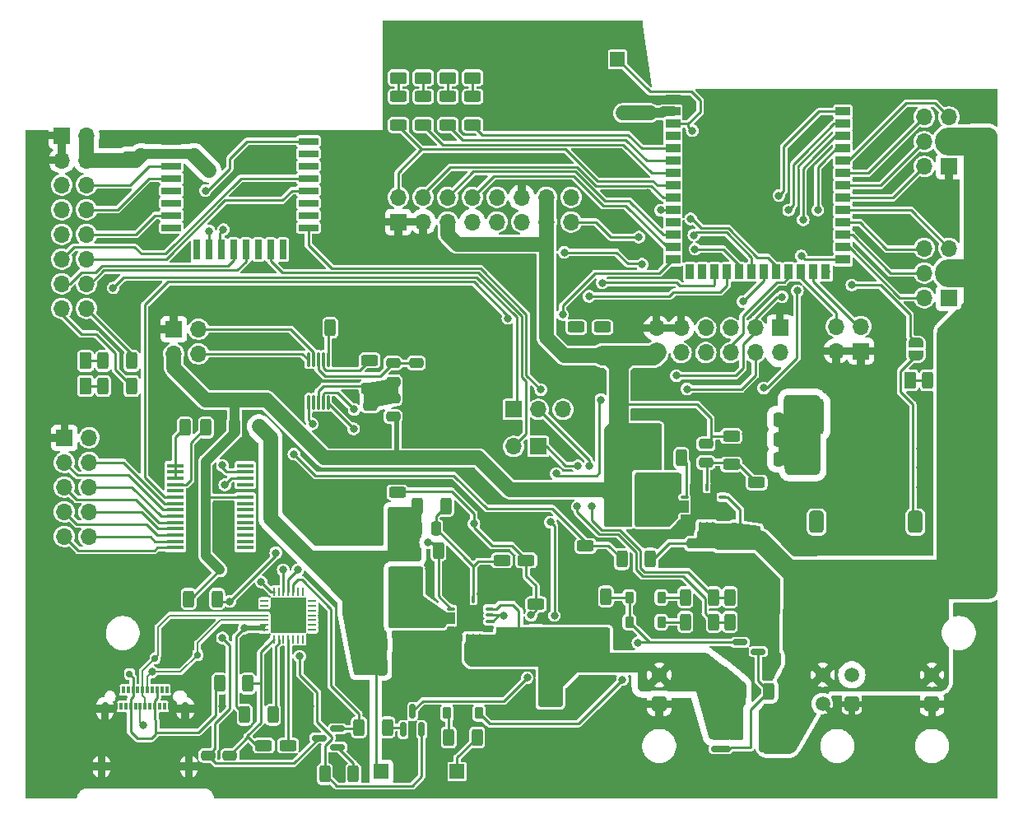
<source format=gtl>
G04 #@! TF.GenerationSoftware,KiCad,Pcbnew,7.0.2-6a45011f42~172~ubuntu20.04.1*
G04 #@! TF.CreationDate,2023-05-01T11:45:46+02:00*
G04 #@! TF.ProjectId,pippino_board,70697070-696e-46f5-9f62-6f6172642e6b,rev?*
G04 #@! TF.SameCoordinates,Original*
G04 #@! TF.FileFunction,Copper,L1,Top*
G04 #@! TF.FilePolarity,Positive*
%FSLAX46Y46*%
G04 Gerber Fmt 4.6, Leading zero omitted, Abs format (unit mm)*
G04 Created by KiCad (PCBNEW 7.0.2-6a45011f42~172~ubuntu20.04.1) date 2023-05-01 11:45:46*
%MOMM*%
%LPD*%
G01*
G04 APERTURE LIST*
G04 Aperture macros list*
%AMRoundRect*
0 Rectangle with rounded corners*
0 $1 Rounding radius*
0 $2 $3 $4 $5 $6 $7 $8 $9 X,Y pos of 4 corners*
0 Add a 4 corners polygon primitive as box body*
4,1,4,$2,$3,$4,$5,$6,$7,$8,$9,$2,$3,0*
0 Add four circle primitives for the rounded corners*
1,1,$1+$1,$2,$3*
1,1,$1+$1,$4,$5*
1,1,$1+$1,$6,$7*
1,1,$1+$1,$8,$9*
0 Add four rect primitives between the rounded corners*
20,1,$1+$1,$2,$3,$4,$5,0*
20,1,$1+$1,$4,$5,$6,$7,0*
20,1,$1+$1,$6,$7,$8,$9,0*
20,1,$1+$1,$8,$9,$2,$3,0*%
%AMFreePoly0*
4,1,19,0.500000,-0.750000,0.000000,-0.750000,0.000000,-0.744911,-0.071157,-0.744911,-0.207708,-0.704816,-0.327430,-0.627875,-0.420627,-0.520320,-0.479746,-0.390866,-0.500000,-0.250000,-0.500000,0.250000,-0.479746,0.390866,-0.420627,0.520320,-0.327430,0.627875,-0.207708,0.704816,-0.071157,0.744911,0.000000,0.744911,0.000000,0.750000,0.500000,0.750000,0.500000,-0.750000,0.500000,-0.750000,
$1*%
%AMFreePoly1*
4,1,19,0.000000,0.744911,0.071157,0.744911,0.207708,0.704816,0.327430,0.627875,0.420627,0.520320,0.479746,0.390866,0.500000,0.250000,0.500000,-0.250000,0.479746,-0.390866,0.420627,-0.520320,0.327430,-0.627875,0.207708,-0.704816,0.071157,-0.744911,0.000000,-0.744911,0.000000,-0.750000,-0.500000,-0.750000,-0.500000,0.750000,0.000000,0.750000,0.000000,0.744911,0.000000,0.744911,
$1*%
G04 Aperture macros list end*
G04 #@! TA.AperFunction,SMDPad,CuDef*
%ADD10RoundRect,0.250000X0.625000X-0.312500X0.625000X0.312500X-0.625000X0.312500X-0.625000X-0.312500X0*%
G04 #@! TD*
G04 #@! TA.AperFunction,SMDPad,CuDef*
%ADD11RoundRect,0.250000X0.312500X0.625000X-0.312500X0.625000X-0.312500X-0.625000X0.312500X-0.625000X0*%
G04 #@! TD*
G04 #@! TA.AperFunction,SMDPad,CuDef*
%ADD12FreePoly0,270.000000*%
G04 #@! TD*
G04 #@! TA.AperFunction,SMDPad,CuDef*
%ADD13FreePoly1,270.000000*%
G04 #@! TD*
G04 #@! TA.AperFunction,SMDPad,CuDef*
%ADD14RoundRect,0.250000X-0.375000X-0.625000X0.375000X-0.625000X0.375000X0.625000X-0.375000X0.625000X0*%
G04 #@! TD*
G04 #@! TA.AperFunction,SMDPad,CuDef*
%ADD15R,1.750000X0.450000*%
G04 #@! TD*
G04 #@! TA.AperFunction,SMDPad,CuDef*
%ADD16RoundRect,0.250000X-0.625000X0.375000X-0.625000X-0.375000X0.625000X-0.375000X0.625000X0.375000X0*%
G04 #@! TD*
G04 #@! TA.AperFunction,SMDPad,CuDef*
%ADD17RoundRect,0.250000X0.250000X0.475000X-0.250000X0.475000X-0.250000X-0.475000X0.250000X-0.475000X0*%
G04 #@! TD*
G04 #@! TA.AperFunction,SMDPad,CuDef*
%ADD18RoundRect,0.150000X-0.150000X-0.200000X0.150000X-0.200000X0.150000X0.200000X-0.150000X0.200000X0*%
G04 #@! TD*
G04 #@! TA.AperFunction,SMDPad,CuDef*
%ADD19RoundRect,0.250000X-0.312500X-0.625000X0.312500X-0.625000X0.312500X0.625000X-0.312500X0.625000X0*%
G04 #@! TD*
G04 #@! TA.AperFunction,SMDPad,CuDef*
%ADD20RoundRect,0.250000X-0.475000X0.250000X-0.475000X-0.250000X0.475000X-0.250000X0.475000X0.250000X0*%
G04 #@! TD*
G04 #@! TA.AperFunction,SMDPad,CuDef*
%ADD21RoundRect,0.381000X-0.381000X1.460500X-0.381000X-1.460500X0.381000X-1.460500X0.381000X1.460500X0*%
G04 #@! TD*
G04 #@! TA.AperFunction,SMDPad,CuDef*
%ADD22RoundRect,0.381000X-0.381000X0.762000X-0.381000X-0.762000X0.381000X-0.762000X0.381000X0.762000X0*%
G04 #@! TD*
G04 #@! TA.AperFunction,SMDPad,CuDef*
%ADD23C,1.500000*%
G04 #@! TD*
G04 #@! TA.AperFunction,SMDPad,CuDef*
%ADD24RoundRect,0.087500X0.087500X-0.325000X0.087500X0.325000X-0.087500X0.325000X-0.087500X-0.325000X0*%
G04 #@! TD*
G04 #@! TA.AperFunction,SMDPad,CuDef*
%ADD25RoundRect,0.087500X0.325000X-0.087500X0.325000X0.087500X-0.325000X0.087500X-0.325000X-0.087500X0*%
G04 #@! TD*
G04 #@! TA.AperFunction,ComponentPad*
%ADD26C,0.500000*%
G04 #@! TD*
G04 #@! TA.AperFunction,SMDPad,CuDef*
%ADD27R,2.700000X2.700000*%
G04 #@! TD*
G04 #@! TA.AperFunction,SMDPad,CuDef*
%ADD28RoundRect,0.075000X-0.075000X0.650000X-0.075000X-0.650000X0.075000X-0.650000X0.075000X0.650000X0*%
G04 #@! TD*
G04 #@! TA.AperFunction,ComponentPad*
%ADD29RoundRect,0.250001X0.499999X0.499999X-0.499999X0.499999X-0.499999X-0.499999X0.499999X-0.499999X0*%
G04 #@! TD*
G04 #@! TA.AperFunction,ComponentPad*
%ADD30C,1.500000*%
G04 #@! TD*
G04 #@! TA.AperFunction,SMDPad,CuDef*
%ADD31RoundRect,0.150000X-0.587500X-0.150000X0.587500X-0.150000X0.587500X0.150000X-0.587500X0.150000X0*%
G04 #@! TD*
G04 #@! TA.AperFunction,ComponentPad*
%ADD32R,1.700000X1.700000*%
G04 #@! TD*
G04 #@! TA.AperFunction,ComponentPad*
%ADD33O,1.700000X1.700000*%
G04 #@! TD*
G04 #@! TA.AperFunction,SMDPad,CuDef*
%ADD34RoundRect,0.225000X-0.225000X-0.375000X0.225000X-0.375000X0.225000X0.375000X-0.225000X0.375000X0*%
G04 #@! TD*
G04 #@! TA.AperFunction,SMDPad,CuDef*
%ADD35RoundRect,0.250000X-1.000000X1.950000X-1.000000X-1.950000X1.000000X-1.950000X1.000000X1.950000X0*%
G04 #@! TD*
G04 #@! TA.AperFunction,SMDPad,CuDef*
%ADD36RoundRect,0.225000X0.225000X0.375000X-0.225000X0.375000X-0.225000X-0.375000X0.225000X-0.375000X0*%
G04 #@! TD*
G04 #@! TA.AperFunction,SMDPad,CuDef*
%ADD37RoundRect,0.250000X0.475000X-0.250000X0.475000X0.250000X-0.475000X0.250000X-0.475000X-0.250000X0*%
G04 #@! TD*
G04 #@! TA.AperFunction,SMDPad,CuDef*
%ADD38RoundRect,0.150000X0.150000X-0.587500X0.150000X0.587500X-0.150000X0.587500X-0.150000X-0.587500X0*%
G04 #@! TD*
G04 #@! TA.AperFunction,SMDPad,CuDef*
%ADD39RoundRect,0.150000X0.150000X0.200000X-0.150000X0.200000X-0.150000X-0.200000X0.150000X-0.200000X0*%
G04 #@! TD*
G04 #@! TA.AperFunction,SMDPad,CuDef*
%ADD40RoundRect,0.250000X-0.325000X-0.650000X0.325000X-0.650000X0.325000X0.650000X-0.325000X0.650000X0*%
G04 #@! TD*
G04 #@! TA.AperFunction,SMDPad,CuDef*
%ADD41RoundRect,0.250000X-0.625000X0.312500X-0.625000X-0.312500X0.625000X-0.312500X0.625000X0.312500X0*%
G04 #@! TD*
G04 #@! TA.AperFunction,SMDPad,CuDef*
%ADD42R,1.500000X1.500000*%
G04 #@! TD*
G04 #@! TA.AperFunction,SMDPad,CuDef*
%ADD43RoundRect,0.250000X-0.250000X-0.475000X0.250000X-0.475000X0.250000X0.475000X-0.250000X0.475000X0*%
G04 #@! TD*
G04 #@! TA.AperFunction,SMDPad,CuDef*
%ADD44R,1.500000X0.900000*%
G04 #@! TD*
G04 #@! TA.AperFunction,SMDPad,CuDef*
%ADD45R,0.900000X1.500000*%
G04 #@! TD*
G04 #@! TA.AperFunction,SMDPad,CuDef*
%ADD46R,0.900000X0.900000*%
G04 #@! TD*
G04 #@! TA.AperFunction,SMDPad,CuDef*
%ADD47R,2.150000X5.500000*%
G04 #@! TD*
G04 #@! TA.AperFunction,SMDPad,CuDef*
%ADD48RoundRect,0.062500X-0.337500X-0.062500X0.337500X-0.062500X0.337500X0.062500X-0.337500X0.062500X0*%
G04 #@! TD*
G04 #@! TA.AperFunction,SMDPad,CuDef*
%ADD49RoundRect,0.062500X-0.062500X-0.337500X0.062500X-0.337500X0.062500X0.337500X-0.062500X0.337500X0*%
G04 #@! TD*
G04 #@! TA.AperFunction,SMDPad,CuDef*
%ADD50R,3.350000X3.350000*%
G04 #@! TD*
G04 #@! TA.AperFunction,SMDPad,CuDef*
%ADD51R,0.300000X0.700000*%
G04 #@! TD*
G04 #@! TA.AperFunction,ComponentPad*
%ADD52O,0.800000X1.400000*%
G04 #@! TD*
G04 #@! TA.AperFunction,SMDPad,CuDef*
%ADD53RoundRect,0.150000X-0.825000X-0.150000X0.825000X-0.150000X0.825000X0.150000X-0.825000X0.150000X0*%
G04 #@! TD*
G04 #@! TA.AperFunction,SMDPad,CuDef*
%ADD54RoundRect,0.150000X0.587500X0.150000X-0.587500X0.150000X-0.587500X-0.150000X0.587500X-0.150000X0*%
G04 #@! TD*
G04 #@! TA.AperFunction,SMDPad,CuDef*
%ADD55R,2.000000X0.700000*%
G04 #@! TD*
G04 #@! TA.AperFunction,SMDPad,CuDef*
%ADD56R,0.700000X2.000000*%
G04 #@! TD*
G04 #@! TA.AperFunction,ViaPad*
%ADD57C,0.800000*%
G04 #@! TD*
G04 #@! TA.AperFunction,Conductor*
%ADD58C,0.250000*%
G04 #@! TD*
G04 #@! TA.AperFunction,Conductor*
%ADD59C,1.500000*%
G04 #@! TD*
G04 #@! TA.AperFunction,Conductor*
%ADD60C,0.500000*%
G04 #@! TD*
G04 #@! TA.AperFunction,Conductor*
%ADD61C,1.000000*%
G04 #@! TD*
G04 #@! TA.AperFunction,Conductor*
%ADD62C,2.000000*%
G04 #@! TD*
G04 #@! TA.AperFunction,Conductor*
%ADD63C,3.000000*%
G04 #@! TD*
G04 #@! TA.AperFunction,Conductor*
%ADD64C,2.900000*%
G04 #@! TD*
G04 #@! TA.AperFunction,Conductor*
%ADD65C,0.800000*%
G04 #@! TD*
G04 #@! TA.AperFunction,Conductor*
%ADD66C,4.000000*%
G04 #@! TD*
G04 #@! TA.AperFunction,Conductor*
%ADD67C,0.200000*%
G04 #@! TD*
G04 APERTURE END LIST*
D10*
X138250000Y-131462500D03*
X138250000Y-128537500D03*
D11*
X110912500Y-117590000D03*
X107987500Y-117590000D03*
X133712500Y-157500000D03*
X130787500Y-157500000D03*
D12*
X191600000Y-113150000D03*
D13*
X191600000Y-114450000D03*
D14*
X103381250Y-117590000D03*
X106181250Y-117590000D03*
D15*
X122600000Y-134225000D03*
X122600000Y-133575000D03*
X122600000Y-132925000D03*
X122600000Y-132275000D03*
X122600000Y-131625000D03*
X122600000Y-130975000D03*
X122600000Y-130325000D03*
X122600000Y-129675000D03*
X122600000Y-129025000D03*
X122600000Y-128375000D03*
X122600000Y-127725000D03*
X122600000Y-127075000D03*
X122600000Y-126425000D03*
X122600000Y-125775000D03*
X115400000Y-125775000D03*
X115400000Y-126425000D03*
X115400000Y-127075000D03*
X115400000Y-127725000D03*
X115400000Y-128375000D03*
X115400000Y-129025000D03*
X115400000Y-129675000D03*
X115400000Y-130325000D03*
X115400000Y-130975000D03*
X115400000Y-131625000D03*
X115400000Y-132275000D03*
X115400000Y-132925000D03*
X115400000Y-133575000D03*
X115400000Y-134225000D03*
D14*
X103381250Y-115000000D03*
X106181250Y-115000000D03*
D16*
X143440000Y-83100000D03*
X143440000Y-85900000D03*
D14*
X188200000Y-117000000D03*
X191000000Y-117000000D03*
D11*
X110912500Y-115000000D03*
X107987500Y-115000000D03*
D17*
X177450000Y-125104000D03*
X175550000Y-125104000D03*
D18*
X117700000Y-145250000D03*
X116300000Y-145250000D03*
D19*
X164537500Y-125000000D03*
X167462500Y-125000000D03*
D10*
X124500000Y-157500000D03*
X124500000Y-154575000D03*
D20*
X118750000Y-155587500D03*
X118750000Y-157487500D03*
D21*
X196620000Y-120721500D03*
X189000000Y-120721500D03*
X181380000Y-120721500D03*
D22*
X181380000Y-131580000D03*
X191540000Y-131580000D03*
D11*
X159712500Y-139250000D03*
X156787500Y-139250000D03*
X137212500Y-152710000D03*
X134287500Y-152710000D03*
D23*
X182600000Y-142400000D03*
D24*
X168775000Y-131962500D03*
X169425000Y-131962500D03*
X170075000Y-131962500D03*
X170725000Y-131962500D03*
D25*
X171712500Y-130975000D03*
X171712500Y-130325000D03*
X171712500Y-129675000D03*
X171712500Y-129025000D03*
D24*
X170725000Y-128037500D03*
X170075000Y-128037500D03*
X169425000Y-128037500D03*
X168775000Y-128037500D03*
D25*
X167787500Y-129025000D03*
X167787500Y-129675000D03*
X167787500Y-130325000D03*
X167787500Y-130975000D03*
D26*
X168650000Y-131100000D03*
X169750000Y-131100000D03*
X170850000Y-131100000D03*
X168650000Y-130000000D03*
X169750000Y-130000000D03*
D27*
X169750000Y-130000000D03*
D26*
X170850000Y-130000000D03*
X168650000Y-128900000D03*
X169750000Y-128900000D03*
X170850000Y-128900000D03*
D28*
X131109000Y-114877000D03*
X130609000Y-114877000D03*
X130109000Y-114877000D03*
X129609000Y-114877000D03*
X129109000Y-114877000D03*
X129109000Y-119277000D03*
X129609000Y-119277000D03*
X130109000Y-119277000D03*
X130609000Y-119277000D03*
X131109000Y-119277000D03*
D10*
X151500000Y-135534500D03*
X151500000Y-132609500D03*
D17*
X179100000Y-145700000D03*
X177200000Y-145700000D03*
D20*
X170000000Y-123550000D03*
X170000000Y-125450000D03*
D11*
X146462500Y-153750000D03*
X143537500Y-153750000D03*
D29*
X185000000Y-150300000D03*
D30*
X182000000Y-150300000D03*
X185000000Y-147300000D03*
X182000000Y-147300000D03*
D11*
X121478500Y-121872000D03*
X118553500Y-121872000D03*
D31*
X173490500Y-145866000D03*
X173490500Y-143966000D03*
X175365500Y-144916000D03*
D32*
X177600000Y-111625000D03*
D33*
X177600000Y-114165000D03*
X175060000Y-111625000D03*
X175060000Y-114165000D03*
X172520000Y-111625000D03*
X172520000Y-114165000D03*
X169980000Y-111625000D03*
X169980000Y-114165000D03*
X167440000Y-111625000D03*
X167440000Y-114165000D03*
X164900000Y-111625000D03*
X164900000Y-114165000D03*
D29*
X165200000Y-150300000D03*
D30*
X165200000Y-147300000D03*
D16*
X140900000Y-83100000D03*
X140900000Y-85900000D03*
D19*
X122537500Y-151400000D03*
X125462500Y-151400000D03*
D34*
X162110000Y-141868000D03*
X165410000Y-141868000D03*
D35*
X154000000Y-148400000D03*
X154000000Y-156800000D03*
D36*
X146650000Y-151250000D03*
X143350000Y-151250000D03*
D37*
X157000000Y-143200000D03*
X157000000Y-141300000D03*
D19*
X113473500Y-121872000D03*
X116398500Y-121872000D03*
D20*
X135500000Y-119650000D03*
X135500000Y-121550000D03*
X140200000Y-115250000D03*
X140200000Y-117150000D03*
D38*
X138850000Y-152937500D03*
X140750000Y-152937500D03*
X139800000Y-151062500D03*
D37*
X137800000Y-120750000D03*
X137800000Y-118850000D03*
D39*
X113300000Y-145600000D03*
X114700000Y-145600000D03*
D40*
X136625000Y-146500000D03*
X139575000Y-146500000D03*
D19*
X172457500Y-139328000D03*
X175382500Y-139328000D03*
D32*
X104000000Y-122920000D03*
D33*
X106540000Y-122920000D03*
X104000000Y-125460000D03*
X106540000Y-125460000D03*
X104000000Y-128000000D03*
X106540000Y-128000000D03*
X104000000Y-130540000D03*
X106540000Y-130540000D03*
X104000000Y-133080000D03*
X106540000Y-133080000D03*
D17*
X161450000Y-89500000D03*
X159550000Y-89500000D03*
D11*
X170810500Y-141868000D03*
X167885500Y-141868000D03*
D32*
X150225000Y-120000000D03*
D33*
X152765000Y-120000000D03*
X155305000Y-120000000D03*
D23*
X171200000Y-148200000D03*
D32*
X138340000Y-100725000D03*
D33*
X138340000Y-98185000D03*
X140880000Y-100725000D03*
X140880000Y-98185000D03*
X143420000Y-100725000D03*
X143420000Y-98185000D03*
X145960000Y-100725000D03*
X145960000Y-98185000D03*
X148500000Y-100725000D03*
X148500000Y-98185000D03*
X151040000Y-100725000D03*
X151040000Y-98185000D03*
X153580000Y-100725000D03*
X153580000Y-98185000D03*
X156120000Y-100725000D03*
X156120000Y-98185000D03*
D32*
X195000000Y-108500000D03*
D33*
X192460000Y-108500000D03*
X195000000Y-105960000D03*
X192460000Y-105960000D03*
X195000000Y-103420000D03*
X192460000Y-103420000D03*
D19*
X131337500Y-111600000D03*
X134262500Y-111600000D03*
D10*
X149000000Y-135534500D03*
X149000000Y-132609500D03*
D16*
X138360000Y-83100000D03*
X138360000Y-85900000D03*
D41*
X175200000Y-127537500D03*
X175200000Y-130462500D03*
D11*
X164262500Y-135400000D03*
X161337500Y-135400000D03*
D29*
X193250000Y-150300000D03*
D30*
X193250000Y-147300000D03*
D10*
X127000000Y-157500000D03*
X127000000Y-154575000D03*
D19*
X172457500Y-141868000D03*
X175382500Y-141868000D03*
D32*
X115250000Y-111750000D03*
D33*
X117790000Y-111750000D03*
X115250000Y-114290000D03*
X117790000Y-114290000D03*
D10*
X143440000Y-90752500D03*
X143440000Y-87827500D03*
D42*
X160900000Y-84000000D03*
X153100000Y-84000000D03*
D43*
X136750000Y-144200000D03*
X138650000Y-144200000D03*
D19*
X140335000Y-129921000D03*
X143260000Y-129921000D03*
D10*
X156650000Y-114462500D03*
X156650000Y-111537500D03*
D19*
X119937500Y-148200000D03*
X122862500Y-148200000D03*
D10*
X140900000Y-90752500D03*
X140900000Y-87827500D03*
D44*
X166590000Y-88090000D03*
X166590000Y-89360000D03*
X166590000Y-90630000D03*
X166590000Y-91900000D03*
X166590000Y-93170000D03*
X166590000Y-94440000D03*
X166590000Y-95710000D03*
X166590000Y-96980000D03*
X166590000Y-98250000D03*
X166590000Y-99520000D03*
X166590000Y-100790000D03*
X166590000Y-102060000D03*
X166590000Y-103330000D03*
X166590000Y-104600000D03*
D45*
X168355000Y-105850000D03*
X169625000Y-105850000D03*
X170895000Y-105850000D03*
X172165000Y-105850000D03*
X173435000Y-105850000D03*
X174705000Y-105850000D03*
X175975000Y-105850000D03*
X177245000Y-105850000D03*
X178515000Y-105850000D03*
X179785000Y-105850000D03*
X181055000Y-105850000D03*
X182325000Y-105850000D03*
D44*
X184090000Y-104600000D03*
X184090000Y-103330000D03*
X184090000Y-102060000D03*
X184090000Y-100790000D03*
X184090000Y-99520000D03*
X184090000Y-98250000D03*
X184090000Y-96980000D03*
X184090000Y-95710000D03*
X184090000Y-94440000D03*
X184090000Y-93170000D03*
X184090000Y-91900000D03*
X184090000Y-90630000D03*
X184090000Y-89360000D03*
X184090000Y-88090000D03*
D46*
X172440000Y-94410000D03*
X172440000Y-95810000D03*
X172440000Y-97210000D03*
X173840000Y-94410000D03*
X173840000Y-95810000D03*
X173840000Y-97210000D03*
X175240000Y-94410000D03*
X175240000Y-95810000D03*
X175240000Y-97210000D03*
D40*
X164525000Y-122500000D03*
X167475000Y-122500000D03*
D47*
X139175000Y-139750000D03*
X135325000Y-139750000D03*
D48*
X124580000Y-139684000D03*
X124580000Y-140184000D03*
X124580000Y-140684000D03*
X124580000Y-141184000D03*
X124580000Y-141684000D03*
X124580000Y-142184000D03*
X124580000Y-142684000D03*
D49*
X125530000Y-143634000D03*
X126030000Y-143634000D03*
X126530000Y-143634000D03*
X127030000Y-143634000D03*
X127530000Y-143634000D03*
X128030000Y-143634000D03*
X128530000Y-143634000D03*
D48*
X129480000Y-142684000D03*
X129480000Y-142184000D03*
X129480000Y-141684000D03*
X129480000Y-141184000D03*
X129480000Y-140684000D03*
X129480000Y-140184000D03*
X129480000Y-139684000D03*
D49*
X128530000Y-138734000D03*
X128030000Y-138734000D03*
X127530000Y-138734000D03*
X127030000Y-138734000D03*
X126530000Y-138734000D03*
X126030000Y-138734000D03*
X125530000Y-138734000D03*
D50*
X127030000Y-141184000D03*
D32*
X185940000Y-114000000D03*
D33*
X183400000Y-114000000D03*
X185940000Y-111460000D03*
X183400000Y-111460000D03*
D10*
X135400000Y-117862500D03*
X135400000Y-114937500D03*
D43*
X140300000Y-132250000D03*
X142200000Y-132250000D03*
D10*
X152500000Y-142962500D03*
X152500000Y-140037500D03*
D19*
X139537500Y-134500000D03*
X142462500Y-134500000D03*
D37*
X110774000Y-93950000D03*
X110774000Y-92050000D03*
D11*
X119712500Y-139500000D03*
X116787500Y-139500000D03*
D37*
X159250000Y-143200000D03*
X159250000Y-141300000D03*
D17*
X177450000Y-123072000D03*
X175550000Y-123072000D03*
D19*
X167885500Y-139328000D03*
X170810500Y-139328000D03*
D20*
X168750000Y-133800000D03*
X168750000Y-135700000D03*
D51*
X109548000Y-148864000D03*
X110048000Y-148864000D03*
X110548000Y-148864000D03*
X111048000Y-148864000D03*
X111548000Y-148864000D03*
X112048000Y-148864000D03*
X112548000Y-148864000D03*
X113048000Y-148864000D03*
X113548000Y-148864000D03*
X114048000Y-148864000D03*
X114548000Y-148864000D03*
X115048000Y-148864000D03*
X114798000Y-150564000D03*
X114298000Y-150564000D03*
X113798000Y-150564000D03*
X113298000Y-150564000D03*
X112798000Y-150564000D03*
X112298000Y-150564000D03*
X111798000Y-150564000D03*
X111298000Y-150564000D03*
X110798000Y-150564000D03*
X110298000Y-150564000D03*
X109798000Y-150564000D03*
X109298000Y-150564000D03*
D52*
X107808000Y-156724000D03*
X108168000Y-150774000D03*
X116428000Y-150774000D03*
X116788000Y-156724000D03*
D17*
X177450000Y-121040000D03*
X175550000Y-121040000D03*
D53*
X171525000Y-151095000D03*
X171525000Y-152365000D03*
X171525000Y-153635000D03*
X171525000Y-154905000D03*
X176475000Y-154905000D03*
X176475000Y-153635000D03*
X176475000Y-152365000D03*
X176475000Y-151095000D03*
D16*
X145980000Y-83100000D03*
X145980000Y-85900000D03*
D20*
X121000000Y-155587500D03*
X121000000Y-157487500D03*
D24*
X144775000Y-143462500D03*
X145425000Y-143462500D03*
X146075000Y-143462500D03*
X146725000Y-143462500D03*
D25*
X147712500Y-142475000D03*
X147712500Y-141825000D03*
X147712500Y-141175000D03*
X147712500Y-140525000D03*
D24*
X146725000Y-139537500D03*
X146075000Y-139537500D03*
X145425000Y-139537500D03*
X144775000Y-139537500D03*
D25*
X143787500Y-140525000D03*
X143787500Y-141175000D03*
X143787500Y-141825000D03*
X143787500Y-142475000D03*
D26*
X144650000Y-142600000D03*
X145750000Y-142600000D03*
X146850000Y-142600000D03*
X144650000Y-141500000D03*
X145750000Y-141500000D03*
D27*
X145750000Y-141500000D03*
D26*
X146850000Y-141500000D03*
X144650000Y-140400000D03*
X145750000Y-140400000D03*
X146850000Y-140400000D03*
D32*
X195000000Y-95000000D03*
D33*
X192460000Y-95000000D03*
X195000000Y-92460000D03*
X192460000Y-92460000D03*
X195000000Y-89920000D03*
X192460000Y-89920000D03*
D18*
X110700000Y-147200000D03*
X109300000Y-147200000D03*
D10*
X145980000Y-90752500D03*
X145980000Y-87827500D03*
D54*
X132087500Y-154750000D03*
X132087500Y-152850000D03*
X130212500Y-153800000D03*
D11*
X195712500Y-117000000D03*
X192787500Y-117000000D03*
D47*
X164425000Y-129250000D03*
X160575000Y-129250000D03*
D32*
X103725000Y-91835000D03*
D33*
X106265000Y-91835000D03*
X103725000Y-94375000D03*
X106265000Y-94375000D03*
X103725000Y-96915000D03*
X106265000Y-96915000D03*
X103725000Y-99455000D03*
X106265000Y-99455000D03*
X103725000Y-101995000D03*
X106265000Y-101995000D03*
X103725000Y-104535000D03*
X106265000Y-104535000D03*
X103725000Y-107075000D03*
X106265000Y-107075000D03*
X103725000Y-109615000D03*
X106265000Y-109615000D03*
D37*
X137800000Y-117150000D03*
X137800000Y-115250000D03*
D10*
X159350000Y-114462500D03*
X159350000Y-111537500D03*
D32*
X152750000Y-123810000D03*
D33*
X150210000Y-123810000D03*
D41*
X172600000Y-122737500D03*
X172600000Y-125662500D03*
D10*
X138360000Y-90752500D03*
X138360000Y-87827500D03*
D55*
X115000000Y-92410400D03*
X115000000Y-93680400D03*
X115000000Y-94950400D03*
X115000000Y-96220400D03*
X115000000Y-97490400D03*
X115000000Y-98760400D03*
X115000000Y-100030400D03*
X115000000Y-101300400D03*
D56*
X117590000Y-103560400D03*
X118860000Y-103560400D03*
X120130000Y-103560400D03*
X121400000Y-103560400D03*
X122670000Y-103560400D03*
X123940000Y-103560400D03*
X125210000Y-103560400D03*
X126480000Y-103560400D03*
D55*
X129100000Y-101300400D03*
X129100000Y-100030400D03*
X129100000Y-98760400D03*
X129100000Y-97490400D03*
X129100000Y-96220400D03*
X129100000Y-94950400D03*
X129100000Y-93680400D03*
X129100000Y-92410400D03*
D34*
X162110000Y-139328000D03*
X165410000Y-139328000D03*
D41*
X157600000Y-134037500D03*
X157600000Y-136962500D03*
D42*
X136600000Y-157250000D03*
X144400000Y-157250000D03*
D19*
X173537500Y-149000000D03*
X176462500Y-149000000D03*
D20*
X171000000Y-133800000D03*
X171000000Y-135700000D03*
D57*
X124000000Y-121750000D03*
X117916000Y-94448000D03*
X118882000Y-95414000D03*
X124875000Y-122625000D03*
X145000000Y-153750000D03*
X174274000Y-91400000D03*
X166000000Y-132800000D03*
X190500000Y-100500000D03*
X172242000Y-92924000D03*
X163800000Y-139300000D03*
X168200000Y-121800000D03*
X151574799Y-154699799D03*
X147700000Y-120100000D03*
X161200000Y-143600000D03*
X132250000Y-157250000D03*
X153750000Y-88500000D03*
X161987299Y-153537299D03*
X186000000Y-126000000D03*
X143750000Y-114750000D03*
X146000000Y-111000000D03*
X120250000Y-132500000D03*
X145500000Y-147750000D03*
X138000000Y-150250000D03*
X197500000Y-140750000D03*
X189500000Y-91000000D03*
X127500000Y-118000000D03*
X132750000Y-104000000D03*
X188000000Y-126000000D03*
X170281600Y-109118400D03*
X164084000Y-152273000D03*
X114400000Y-158000000D03*
X182500000Y-101000000D03*
X131000000Y-96250000D03*
X138600000Y-103800000D03*
X153200000Y-133900000D03*
X107600000Y-139600000D03*
X189000000Y-113000000D03*
X138500000Y-146500000D03*
X171500000Y-102600000D03*
X131400000Y-131800000D03*
X144000000Y-96200000D03*
X147500000Y-159000000D03*
X151250000Y-158500000D03*
X181000000Y-111000000D03*
X173766000Y-92924000D03*
X124000000Y-101000000D03*
X148800000Y-125200000D03*
X133000000Y-114500000D03*
X169400000Y-122200000D03*
X136500000Y-109500000D03*
X199000000Y-140750000D03*
X146000000Y-133500000D03*
X175200000Y-95800000D03*
X141000000Y-146500000D03*
X195500000Y-101500000D03*
X159700000Y-137400000D03*
X135500000Y-101000000D03*
X141478000Y-136398000D03*
X186000000Y-124000000D03*
X161750000Y-87500000D03*
X159869724Y-109646689D03*
X186000000Y-128000000D03*
X142400000Y-116000000D03*
X143000000Y-143500000D03*
X126500000Y-99500000D03*
X139350000Y-109450000D03*
X188500000Y-130500000D03*
X146400000Y-118900000D03*
X122809000Y-135890000D03*
X104000000Y-120250000D03*
X190000000Y-104500000D03*
X193700000Y-97900000D03*
X149500000Y-137500000D03*
X142250000Y-111000000D03*
X177068000Y-94448000D03*
X153300000Y-136600000D03*
X116750000Y-136500000D03*
X167894000Y-132461000D03*
X143000000Y-145000000D03*
X130000000Y-145500000D03*
X183500000Y-134000000D03*
X139500000Y-111000000D03*
X184531000Y-157734000D03*
X186500000Y-132500000D03*
X152800000Y-94200000D03*
X120000000Y-145800000D03*
X166325000Y-158550000D03*
X136200000Y-122700000D03*
X171988000Y-91400000D03*
X110800000Y-108200000D03*
X171734000Y-89876000D03*
X151012299Y-150262299D03*
X134400000Y-113400000D03*
X183500000Y-118500000D03*
X102150000Y-146800000D03*
X134700000Y-92700000D03*
X195250000Y-152000000D03*
X147500000Y-156500000D03*
X189000000Y-154250000D03*
X188500000Y-110500000D03*
X149200000Y-94200000D03*
X176750000Y-139750000D03*
X128250000Y-130500000D03*
X189000000Y-102000000D03*
X131000000Y-120750000D03*
X135500000Y-98000000D03*
X129350000Y-147400000D03*
X101250000Y-102000000D03*
X141500000Y-143500000D03*
X181000000Y-114000000D03*
X198100000Y-154150000D03*
X132750000Y-94000000D03*
X135600000Y-131200000D03*
X123750000Y-105500000D03*
X161798000Y-110032800D03*
X158369000Y-149352000D03*
X147250000Y-137000000D03*
X162000000Y-156591000D03*
X132750000Y-101000000D03*
X175200000Y-94400000D03*
X187000000Y-100500000D03*
X108800000Y-153200000D03*
X187250000Y-158000000D03*
X192000000Y-126000000D03*
X174200000Y-124300000D03*
X104521000Y-139700000D03*
X185500000Y-134250000D03*
X190500000Y-107000000D03*
X140000000Y-145000000D03*
X106750000Y-137500000D03*
X114500000Y-109000000D03*
X155800000Y-135900000D03*
X136144000Y-133350000D03*
X120250000Y-130750000D03*
X158800000Y-94600000D03*
X114250000Y-155500000D03*
X128000000Y-109500000D03*
X164600000Y-120600000D03*
X142000000Y-108500000D03*
X184000000Y-124000000D03*
X175290000Y-92924000D03*
X195900000Y-155600000D03*
X158000000Y-88750000D03*
X137750000Y-154750000D03*
X141000000Y-148000000D03*
X126500000Y-101000000D03*
X188000000Y-95500000D03*
X110200000Y-157900000D03*
X114600000Y-152000000D03*
X144250000Y-148750000D03*
X123750000Y-109750000D03*
X139650000Y-112850000D03*
X150500000Y-139000000D03*
X166000000Y-120600000D03*
X181000000Y-109500000D03*
X133600000Y-118400000D03*
X120250000Y-134500000D03*
X106400000Y-145400000D03*
X141500000Y-145000000D03*
X159600000Y-135700000D03*
X128000000Y-103000000D03*
X159325000Y-158550000D03*
X126200000Y-153000000D03*
X166200000Y-124800000D03*
X184000000Y-128000000D03*
X133600000Y-131600000D03*
X109750000Y-120500000D03*
X149750000Y-88500000D03*
X171750000Y-127500000D03*
X173250000Y-136500000D03*
X144250000Y-147500000D03*
X154000000Y-90250000D03*
X132750000Y-97500000D03*
X108400000Y-92200000D03*
X113250000Y-113500000D03*
X131000000Y-103000000D03*
X129000000Y-157250000D03*
X120350500Y-100000000D03*
X140000000Y-143500000D03*
X197500000Y-147000000D03*
X129250000Y-111750000D03*
X188000000Y-124000000D03*
X156500000Y-151500000D03*
X171480000Y-88352000D03*
X136500000Y-112500000D03*
X152000000Y-131250000D03*
X155500000Y-133500000D03*
X100750000Y-120000000D03*
X128500000Y-104500000D03*
X173400000Y-128400000D03*
X101250000Y-107500000D03*
X124000000Y-99500000D03*
X169000000Y-126500000D03*
X166200000Y-122400000D03*
X101400000Y-94600000D03*
X145250000Y-112500000D03*
X179197000Y-157861000D03*
X162100000Y-137500000D03*
X142750000Y-156250000D03*
X155500000Y-139750000D03*
X189250000Y-134250000D03*
X199000000Y-152500000D03*
X179100000Y-88352000D03*
X173800000Y-140600000D03*
X126250000Y-113000000D03*
X132000000Y-151000000D03*
X190000000Y-126000000D03*
X175290000Y-88352000D03*
X177200000Y-101800000D03*
X168750000Y-115500000D03*
X113500000Y-126250000D03*
X139500000Y-156750000D03*
X150000000Y-156500000D03*
X172400000Y-94400000D03*
X147500000Y-113000000D03*
X156750000Y-90500000D03*
X181000000Y-115500000D03*
X147000000Y-147500000D03*
X156750000Y-81000000D03*
X147700000Y-128600000D03*
X198000000Y-158100000D03*
X132900000Y-147800000D03*
X185500000Y-120500000D03*
X156800000Y-148600000D03*
X103750000Y-135750000D03*
X186000000Y-130500000D03*
X186500000Y-108500000D03*
X122750000Y-124000000D03*
X144250000Y-138000000D03*
X148750000Y-151250000D03*
X152300000Y-113400000D03*
X146400000Y-96400000D03*
X103250000Y-157500000D03*
X196250000Y-147000000D03*
X129250000Y-150500000D03*
X198500000Y-156250000D03*
X190000000Y-93500000D03*
X173200000Y-158400000D03*
X197000000Y-150750000D03*
X126000000Y-94000000D03*
X172400000Y-95800000D03*
X177068000Y-96226000D03*
X149250000Y-81500000D03*
X189200000Y-96800000D03*
X106000000Y-154000000D03*
X176000000Y-158500000D03*
X142750000Y-158250000D03*
X163325000Y-158550000D03*
X134000000Y-149000000D03*
X156750000Y-105500000D03*
X133000000Y-108500000D03*
X105800000Y-157200000D03*
X161798000Y-111963200D03*
X163900000Y-142100000D03*
X145000000Y-94200000D03*
X132800000Y-130200000D03*
X174782000Y-89876000D03*
X199000000Y-147000000D03*
X168700000Y-98400000D03*
X129500000Y-127500000D03*
X147750000Y-122500000D03*
X185500000Y-106000000D03*
X144000000Y-146000000D03*
X145400000Y-126700000D03*
X150750000Y-106500000D03*
X125000000Y-148800000D03*
X195050000Y-158750000D03*
X157500000Y-122700000D03*
X127000000Y-128750000D03*
X124000000Y-113000000D03*
X135600000Y-103950000D03*
X168287682Y-152486916D03*
X143500000Y-122700000D03*
X118200000Y-147200000D03*
X174400000Y-129400000D03*
X122800000Y-155600000D03*
X153000000Y-151500000D03*
X163000000Y-103682800D03*
X163000000Y-120600000D03*
X164100000Y-133300000D03*
X195500000Y-97000000D03*
X104200000Y-143000000D03*
X187000000Y-93500000D03*
X146812000Y-134747000D03*
X118000000Y-150200000D03*
X116500000Y-104250000D03*
X101250000Y-97000000D03*
X190750000Y-157500000D03*
X181000000Y-112500000D03*
X199000000Y-149250000D03*
X115250000Y-119500000D03*
X156750000Y-84000000D03*
X102250000Y-137500000D03*
X191000000Y-98500000D03*
X116460000Y-142870000D03*
X198500000Y-89000000D03*
X168800000Y-124600000D03*
X192000000Y-134000000D03*
X175200000Y-97200000D03*
X144000000Y-136200000D03*
X176560000Y-91400000D03*
X104000000Y-112750000D03*
X157500000Y-102500000D03*
X103250000Y-153500000D03*
X125750000Y-109500000D03*
X173800000Y-95800000D03*
X173800000Y-97200000D03*
X100750000Y-126500000D03*
X100750000Y-132500000D03*
X101250000Y-112500000D03*
X181750000Y-158000000D03*
X161200000Y-94600000D03*
X117250000Y-109000000D03*
X144800000Y-120900000D03*
X185500000Y-118500000D03*
X173800000Y-94400000D03*
X168250000Y-156250000D03*
X194000000Y-99500000D03*
X108000000Y-135750000D03*
X131200000Y-133200000D03*
X131000000Y-99500000D03*
X104000000Y-146500000D03*
X113000000Y-97000000D03*
X172400000Y-97200000D03*
X174100000Y-122500000D03*
X172000000Y-145000000D03*
X198000000Y-145250000D03*
X148400000Y-104800000D03*
X172550000Y-130750000D03*
X122700000Y-94900000D03*
X173736000Y-120650000D03*
X125750000Y-116000000D03*
X192000000Y-97000000D03*
X182500000Y-98000000D03*
X141580000Y-95050000D03*
X120000000Y-117000000D03*
X174400000Y-157000000D03*
X151000000Y-126000000D03*
X110236000Y-136652000D03*
X145500000Y-122400000D03*
X109750000Y-123500000D03*
X110500000Y-100500000D03*
X155600000Y-137800000D03*
X182500000Y-103500000D03*
X166200000Y-123600000D03*
X184000000Y-130500000D03*
X150750000Y-90250000D03*
X137750000Y-148750000D03*
X136200000Y-128000000D03*
X155250000Y-124000000D03*
X170625000Y-158500000D03*
X128000000Y-153200000D03*
X139250000Y-148750000D03*
X183000000Y-116500000D03*
X199250000Y-142500000D03*
X148750000Y-131000000D03*
X134000000Y-127600000D03*
X142500000Y-113000000D03*
X177830000Y-89876000D03*
X146250000Y-148750000D03*
X162000000Y-81750000D03*
X192000000Y-128000000D03*
X188500000Y-114500000D03*
X177068000Y-92924000D03*
X190500000Y-102500000D03*
X123200000Y-143600000D03*
X186000000Y-117000000D03*
X120900000Y-153300000D03*
X124500000Y-133500000D03*
X131000000Y-92500000D03*
X197250000Y-152500000D03*
X176500000Y-143500000D03*
X148800000Y-147400000D03*
X190500000Y-151500000D03*
X176276000Y-128905000D03*
X192000000Y-124000000D03*
X120000000Y-92500000D03*
X130500000Y-141250000D03*
X188000000Y-128000000D03*
X111250000Y-125000000D03*
X166600000Y-106000000D03*
X187000000Y-88500000D03*
X141700000Y-103900000D03*
X199000000Y-150750000D03*
X199250000Y-144250000D03*
X142500000Y-148000000D03*
X111000000Y-119750000D03*
X144400000Y-132200000D03*
X144600000Y-109150000D03*
X157500000Y-135500000D03*
X190000000Y-128000000D03*
X184000000Y-126000000D03*
X117250000Y-128750000D03*
X101400000Y-92300000D03*
X111250000Y-112500000D03*
X192600000Y-110600000D03*
X167200000Y-120800000D03*
X150750000Y-85250000D03*
X140750000Y-81000000D03*
X168200000Y-123200000D03*
X112700000Y-102900000D03*
X190000000Y-124000000D03*
X175500000Y-137250000D03*
X197500000Y-149250000D03*
X135000000Y-130000000D03*
X112000000Y-135600000D03*
X157912299Y-154612299D03*
X195500000Y-99500000D03*
X135500000Y-94100000D03*
X158250000Y-139250000D03*
X174800000Y-99528000D03*
X123750000Y-116000000D03*
X142500000Y-146500000D03*
X176600000Y-131600000D03*
X120250000Y-150500000D03*
X134112000Y-133350000D03*
X145000000Y-151750000D03*
X163250000Y-84500000D03*
X110250000Y-110000000D03*
X110750000Y-155500000D03*
X142800000Y-127600000D03*
X166900000Y-135100000D03*
X171400000Y-104400000D03*
X128000000Y-149000000D03*
X105800000Y-149200000D03*
X163969503Y-97724500D03*
X103250000Y-150000000D03*
X124000000Y-97250000D03*
X155500000Y-130250000D03*
X139500000Y-154750000D03*
X153000000Y-126200000D03*
X164250000Y-89500000D03*
X163000000Y-89500000D03*
X122500000Y-142500000D03*
X120000000Y-136500000D03*
X121000000Y-139750000D03*
X168586000Y-91322000D03*
X120250000Y-143500000D03*
X125750000Y-134750000D03*
X179000000Y-122000000D03*
X179000000Y-119500000D03*
X180500000Y-123250000D03*
X180500000Y-119500000D03*
X179000000Y-124500000D03*
X179000000Y-125750000D03*
X180500000Y-125750000D03*
X179000000Y-123250000D03*
X180500000Y-120750000D03*
X180500000Y-124500000D03*
X179000000Y-120750000D03*
X180500000Y-122000000D03*
X112110000Y-152510000D03*
X113000000Y-147000000D03*
X120350500Y-101500000D03*
X118862701Y-101637299D03*
X109000000Y-107500000D03*
X118500000Y-97500000D03*
X177500000Y-98000000D03*
X178500000Y-99500000D03*
X149225000Y-141224000D03*
X152000000Y-141175000D03*
X146125000Y-131750000D03*
X153000000Y-117974500D03*
X168860000Y-103510000D03*
X163410000Y-105080000D03*
X155410000Y-103840000D03*
X168760000Y-102070000D03*
X163100000Y-102280000D03*
X173800000Y-108900000D03*
X168420000Y-100400000D03*
X158000000Y-125800000D03*
X158250000Y-130000000D03*
X156800000Y-125800000D03*
X156750000Y-130000000D03*
X128200000Y-145400000D03*
X124250000Y-137750000D03*
X154600000Y-126600000D03*
X154000000Y-131600000D03*
X154400000Y-141200000D03*
X151600000Y-147600000D03*
X179400000Y-107800000D03*
X159200000Y-119000000D03*
X175935774Y-117796162D03*
X179800000Y-104200000D03*
X155250000Y-110250000D03*
X149612701Y-110637299D03*
X180000000Y-100500000D03*
X128000000Y-136500000D03*
X168050000Y-117900000D03*
X166965593Y-116525500D03*
X181500000Y-99500000D03*
X177830000Y-108418000D03*
X126500000Y-136500000D03*
X159310000Y-106974500D03*
X157980000Y-108360000D03*
X141400000Y-133700000D03*
X120500000Y-127750000D03*
X159350000Y-111537500D03*
X166590000Y-100790000D03*
X133750000Y-122000000D03*
X120250000Y-125750000D03*
X133800000Y-120000000D03*
X156650000Y-111537500D03*
X165340000Y-99520000D03*
X129500000Y-121500000D03*
X127600000Y-124600000D03*
X182400000Y-105800000D03*
X185000000Y-107200000D03*
X163000000Y-143992300D03*
X161400000Y-147800000D03*
D58*
X136600000Y-157250000D02*
X136025000Y-156675000D01*
D59*
X135325000Y-139750000D02*
X133724000Y-139750000D01*
D60*
X139062500Y-134975000D02*
X139537500Y-134500000D01*
X135475000Y-135000000D02*
X135500000Y-134975000D01*
X135325000Y-135150000D02*
X135500000Y-134975000D01*
D59*
X111879600Y-93850400D02*
X111790000Y-93940000D01*
X133724000Y-139750000D02*
X132110000Y-138136000D01*
X124875000Y-122625000D02*
X124000000Y-121750000D01*
D58*
X136025000Y-156675000D02*
X136025000Y-147100000D01*
D59*
X111790000Y-93940000D02*
X111355000Y-94375000D01*
D61*
X117318400Y-93850400D02*
X117148400Y-93680400D01*
X112026000Y-93704000D02*
X111790000Y-93940000D01*
D59*
X118882000Y-95414000D02*
X117916000Y-94448000D01*
D60*
X139537500Y-132762500D02*
X140300000Y-132000000D01*
X138787500Y-132000000D02*
X138250000Y-131462500D01*
D59*
X132110000Y-138136000D02*
X132110000Y-138110000D01*
D61*
X112049600Y-93680400D02*
X111879600Y-93850400D01*
D59*
X125750000Y-131750000D02*
X125200000Y-131200000D01*
X111355000Y-94375000D02*
X106265000Y-94375000D01*
D61*
X117148400Y-93680400D02*
X112049600Y-93680400D01*
D58*
X136025000Y-147100000D02*
X136625000Y-146500000D01*
D59*
X106265000Y-94375000D02*
X106265000Y-91835000D01*
D60*
X135325000Y-139750000D02*
X135325000Y-135150000D01*
D59*
X125200000Y-122950000D02*
X124875000Y-122625000D01*
X132110000Y-138110000D02*
X125750000Y-131750000D01*
D60*
X135500000Y-134975000D02*
X139062500Y-134975000D01*
D59*
X125200000Y-131200000D02*
X125200000Y-122950000D01*
D60*
X140300000Y-132000000D02*
X138787500Y-132000000D01*
D59*
X117916000Y-94448000D02*
X117318400Y-93850400D01*
D60*
X139537500Y-134500000D02*
X139537500Y-132762500D01*
D58*
X157000000Y-139262500D02*
X157065500Y-139328000D01*
X156987500Y-142962500D02*
X157000000Y-142950000D01*
X147712500Y-140525000D02*
X148400000Y-140525000D01*
X150114000Y-140081000D02*
X150749000Y-140716000D01*
X157000000Y-142950000D02*
X157000000Y-145623600D01*
X148400000Y-140525000D02*
X148844000Y-140081000D01*
D62*
X157418200Y-146041800D02*
X163600000Y-146041800D01*
D58*
X148844000Y-140081000D02*
X150114000Y-140081000D01*
X157000000Y-145623600D02*
X157418200Y-146041800D01*
D62*
X156358200Y-146041800D02*
X157418200Y-146041800D01*
D58*
X152500000Y-142962500D02*
X156987500Y-142962500D01*
D62*
X154000000Y-148400000D02*
X156358200Y-146041800D01*
D58*
X157000000Y-142950000D02*
X159250000Y-142950000D01*
X150749000Y-140716000D02*
X150749000Y-143002000D01*
X168750000Y-133800000D02*
X166162500Y-133800000D01*
D63*
X181576000Y-137374000D02*
X181444000Y-137374000D01*
D58*
X166162500Y-133800000D02*
X164562500Y-135400000D01*
D64*
X195000000Y-105960000D02*
X198460000Y-105960000D01*
D62*
X173287500Y-133462500D02*
X171337500Y-133462500D01*
D65*
X171000000Y-133340000D02*
X171000000Y-133800000D01*
D64*
X195000000Y-92460000D02*
X198460000Y-92460000D01*
D62*
X175500000Y-133462500D02*
X173287500Y-133462500D01*
X179411500Y-137374000D02*
X175500000Y-133462500D01*
D61*
X171337500Y-133462500D02*
X171000000Y-133800000D01*
X181576000Y-137374000D02*
X179411500Y-137374000D01*
D58*
X173482000Y-130307216D02*
X173482000Y-132080000D01*
X164562500Y-135400000D02*
X164262500Y-135400000D01*
D66*
X181576000Y-137374000D02*
X195776000Y-137374000D01*
D58*
X172199784Y-129025000D02*
X173482000Y-130307216D01*
D61*
X171000000Y-133800000D02*
X168750000Y-133800000D01*
D58*
X171712500Y-129025000D02*
X172199784Y-129025000D01*
D60*
X138150000Y-121100000D02*
X138150000Y-124850000D01*
D59*
X118531040Y-119031040D02*
X115250000Y-115750000D01*
D58*
X122500000Y-142500000D02*
X121650000Y-143350000D01*
X170500000Y-122850000D02*
X170500000Y-122800000D01*
D59*
X159575000Y-128250000D02*
X160575000Y-129250000D01*
D62*
X164472500Y-114462500D02*
X162000000Y-114462500D01*
D61*
X118500000Y-135000000D02*
X120000000Y-136500000D01*
D62*
X159350000Y-114462500D02*
X160000000Y-114462500D01*
D59*
X149850000Y-128250000D02*
X146600000Y-125000000D01*
X153580000Y-103000000D02*
X153580000Y-98185000D01*
D61*
X165640000Y-89360000D02*
X166590000Y-89360000D01*
D58*
X170000000Y-123550000D02*
X170500000Y-123050000D01*
D59*
X153580000Y-112630000D02*
X153580000Y-104030000D01*
D58*
X124580000Y-142316000D02*
X124396000Y-142500000D01*
X121650000Y-150512500D02*
X122537500Y-151400000D01*
X118500000Y-129250000D02*
X118725000Y-129025000D01*
D60*
X122500000Y-142500000D02*
X124396000Y-142500000D01*
D59*
X143420000Y-102000000D02*
X144420000Y-103000000D01*
D62*
X160575000Y-129250000D02*
X161000000Y-128825000D01*
D58*
X170500000Y-122800000D02*
X170500000Y-120900000D01*
D59*
X153580000Y-104030000D02*
X153580000Y-103000000D01*
X163000000Y-89500000D02*
X161450000Y-89500000D01*
X155412500Y-114462500D02*
X153580000Y-112630000D01*
D62*
X162000000Y-114462500D02*
X159350000Y-114462500D01*
D59*
X146600000Y-125000000D02*
X138000000Y-125000000D01*
D60*
X137800000Y-120750000D02*
X138150000Y-121100000D01*
D62*
X161000000Y-128825000D02*
X161000000Y-115462500D01*
D58*
X121650000Y-143350000D02*
X121650000Y-150512500D01*
D59*
X124781040Y-119031040D02*
X130750000Y-125000000D01*
D61*
X120968960Y-119031040D02*
X121478500Y-119540580D01*
X121478500Y-122396500D02*
X121478500Y-121872000D01*
X118500000Y-129250000D02*
X118500000Y-125375000D01*
D62*
X160000000Y-114462500D02*
X161000000Y-115462500D01*
D58*
X169100000Y-119500000D02*
X161000000Y-119500000D01*
D60*
X138150000Y-124850000D02*
X138000000Y-125000000D01*
D59*
X159350000Y-114462500D02*
X156650000Y-114462500D01*
D58*
X117000000Y-139500000D02*
X120000000Y-136500000D01*
D61*
X164250000Y-89500000D02*
X165500000Y-89500000D01*
D62*
X164602500Y-114462500D02*
X164900000Y-114165000D01*
D61*
X118500000Y-129250000D02*
X118500000Y-135000000D01*
D62*
X164472500Y-114462500D02*
X164602500Y-114462500D01*
D59*
X130750000Y-125000000D02*
X138000000Y-125000000D01*
D58*
X172600000Y-122737500D02*
X170562500Y-122737500D01*
X170562500Y-122737500D02*
X170500000Y-122800000D01*
D61*
X165500000Y-89500000D02*
X165640000Y-89360000D01*
D59*
X115250000Y-115750000D02*
X115250000Y-114290000D01*
X120968960Y-119031040D02*
X118531040Y-119031040D01*
X143420000Y-100725000D02*
X143420000Y-102000000D01*
D58*
X116787500Y-139500000D02*
X117000000Y-139500000D01*
D59*
X159575000Y-128250000D02*
X149850000Y-128250000D01*
D61*
X121478500Y-119540580D02*
X121478500Y-121872000D01*
D59*
X156650000Y-114462500D02*
X155412500Y-114462500D01*
X144420000Y-103000000D02*
X153580000Y-103000000D01*
D58*
X124580000Y-142184000D02*
X124580000Y-142316000D01*
X170500000Y-123050000D02*
X170500000Y-122850000D01*
D61*
X118500000Y-125375000D02*
X121478500Y-122396500D01*
D58*
X124396000Y-142500000D02*
X124580000Y-142684000D01*
X170500000Y-120900000D02*
X169100000Y-119500000D01*
D59*
X120968960Y-119031040D02*
X124781040Y-119031040D01*
D62*
X161000000Y-115462500D02*
X162000000Y-114462500D01*
D58*
X118725000Y-129025000D02*
X122600000Y-129025000D01*
D59*
X163000000Y-89500000D02*
X164250000Y-89500000D01*
D58*
X170000000Y-125450000D02*
X172387500Y-125450000D01*
X170075000Y-125525000D02*
X170000000Y-125450000D01*
X172600000Y-125662500D02*
X173325000Y-125662500D01*
X174916000Y-127253500D02*
X174916000Y-127537500D01*
X170075000Y-128037500D02*
X170075000Y-125525000D01*
X172387500Y-125450000D02*
X172600000Y-125662500D01*
X173325000Y-125662500D02*
X174916000Y-127253500D01*
X168170000Y-90906000D02*
X168170000Y-90630000D01*
X121000000Y-139750000D02*
X125750000Y-135000000D01*
X118750000Y-155587500D02*
X119575000Y-156412500D01*
X160900000Y-84000000D02*
X164215000Y-87315000D01*
X119500000Y-154837500D02*
X119500000Y-152275305D01*
X168170000Y-90630000D02*
X166590000Y-90630000D01*
X121000000Y-139750000D02*
X119962500Y-139750000D01*
X164215000Y-87315000D02*
X168515000Y-87315000D01*
X119575000Y-156412500D02*
X127600000Y-156412500D01*
X119500000Y-152275305D02*
X120975000Y-150800305D01*
X125750000Y-135000000D02*
X125750000Y-134750000D01*
X169400000Y-88200000D02*
X169400000Y-89400000D01*
X119962500Y-139750000D02*
X119712500Y-139500000D01*
X120975000Y-150800305D02*
X120975000Y-144225000D01*
X168515000Y-87315000D02*
X169400000Y-88200000D01*
X120975000Y-144225000D02*
X120250000Y-143500000D01*
X127600000Y-156412500D02*
X130212500Y-153800000D01*
X168586000Y-91322000D02*
X168170000Y-90906000D01*
X169400000Y-89400000D02*
X168170000Y-90630000D01*
X118750000Y-155587500D02*
X119500000Y-154837500D01*
D61*
X177984000Y-123072000D02*
X177984000Y-125104000D01*
X177984000Y-121040000D02*
X177984000Y-123072000D01*
D58*
X146075000Y-136125000D02*
X146564000Y-135636000D01*
X146564000Y-135636000D02*
X148898500Y-135636000D01*
X148898500Y-135636000D02*
X149000000Y-135534500D01*
X146075000Y-136125000D02*
X146075000Y-139537500D01*
X142200000Y-132250000D02*
X145586000Y-135636000D01*
X142200000Y-132250000D02*
X142200000Y-130981000D01*
X142200000Y-130981000D02*
X143260000Y-129921000D01*
X145586000Y-135636000D02*
X146075000Y-136125000D01*
X156388604Y-95988604D02*
X148156396Y-95988604D01*
X166010000Y-103330000D02*
X166590000Y-103330000D01*
X159438604Y-99038604D02*
X161718604Y-99038604D01*
X161718604Y-99038604D02*
X166010000Y-103330000D01*
X158400000Y-98000000D02*
X159438604Y-99038604D01*
X148156396Y-95988604D02*
X145960000Y-98185000D01*
X158400000Y-98000000D02*
X156388604Y-95988604D01*
X146462500Y-153750000D02*
X144400000Y-155812500D01*
X144400000Y-155812500D02*
X144400000Y-157250000D01*
X124500000Y-154575000D02*
X123775000Y-154575000D01*
X122800000Y-153787500D02*
X121000000Y-155587500D01*
X122862500Y-148200000D02*
X124200000Y-148200000D01*
X124200000Y-148200000D02*
X124200000Y-152200000D01*
X124750000Y-144414000D02*
X125530000Y-143634000D01*
X124200000Y-145000000D02*
X124200000Y-148200000D01*
X124200000Y-145000000D02*
X124200000Y-144964000D01*
X122800000Y-153600000D02*
X122800000Y-153787500D01*
X123775000Y-154575000D02*
X122800000Y-153600000D01*
X124200000Y-144964000D02*
X124750000Y-144414000D01*
X124200000Y-152200000D02*
X122800000Y-153600000D01*
X106181250Y-115000000D02*
X107987500Y-115000000D01*
X112940000Y-153850000D02*
X113410000Y-153380000D01*
X113548000Y-149664000D02*
X113298000Y-149914000D01*
X119525000Y-148612500D02*
X119937500Y-148200000D01*
X113548000Y-148864000D02*
X113548000Y-149664000D01*
X113410000Y-153380000D02*
X113410000Y-153200000D01*
X111520000Y-153850000D02*
X112940000Y-153850000D01*
X111048000Y-148864000D02*
X111048000Y-147548000D01*
X110798000Y-153128000D02*
X111520000Y-153850000D01*
X111048000Y-147548000D02*
X110700000Y-147200000D01*
X113410000Y-153200000D02*
X113410000Y-151980000D01*
X117800000Y-153200000D02*
X119525000Y-151475000D01*
X110798000Y-149764000D02*
X111048000Y-149514000D01*
X110798000Y-150564000D02*
X110798000Y-153128000D01*
X113410000Y-151980000D02*
X113298000Y-151868000D01*
X113410000Y-153200000D02*
X117800000Y-153200000D01*
X113298000Y-151868000D02*
X113298000Y-150564000D01*
X119525000Y-151475000D02*
X119525000Y-148612500D01*
X111048000Y-149514000D02*
X111048000Y-148864000D01*
X110798000Y-150564000D02*
X110798000Y-149764000D01*
X113298000Y-149914000D02*
X113298000Y-150564000D01*
D67*
X117700000Y-145250000D02*
X117700000Y-144050000D01*
X113000000Y-147000000D02*
X115950000Y-147000000D01*
X112548000Y-148864000D02*
X112548000Y-147452000D01*
X120066000Y-141684000D02*
X124580000Y-141684000D01*
X112110000Y-152510000D02*
X111798000Y-152198000D01*
X111798000Y-152198000D02*
X111798000Y-150564000D01*
X115950000Y-147000000D02*
X117700000Y-145250000D01*
X117700000Y-144050000D02*
X120066000Y-141684000D01*
X112548000Y-147452000D02*
X113000000Y-147000000D01*
X113600000Y-145300000D02*
X113600000Y-142400000D01*
X112048000Y-146852000D02*
X113300000Y-145600000D01*
X113300000Y-145600000D02*
X113600000Y-145300000D01*
X113600000Y-142400000D02*
X114816000Y-141184000D01*
X112048000Y-148864000D02*
X112048000Y-146852000D01*
X112298000Y-149714000D02*
X112048000Y-149464000D01*
X112048000Y-149464000D02*
X112048000Y-148864000D01*
X114816000Y-141184000D02*
X124580000Y-141184000D01*
X112298000Y-150564000D02*
X112298000Y-149714000D01*
D58*
X120000000Y-103385604D02*
X119988000Y-103397604D01*
X120000000Y-101850500D02*
X120000000Y-103385604D01*
X120350500Y-101500000D02*
X120000000Y-101850500D01*
X118862701Y-103557699D02*
X118860000Y-103560400D01*
X118862701Y-101637299D02*
X118862701Y-103557699D01*
X113282800Y-100054000D02*
X114976400Y-100054000D01*
X150500000Y-119725000D02*
X150225000Y-120000000D01*
X114976400Y-100054000D02*
X115000000Y-100030400D01*
X110100000Y-106400000D02*
X146400000Y-106400000D01*
X109000000Y-107500000D02*
X110100000Y-106400000D01*
X150500000Y-110500000D02*
X150500000Y-119725000D01*
X111341800Y-101995000D02*
X113282800Y-100054000D01*
X108805000Y-101995000D02*
X111341800Y-101995000D01*
X146400000Y-106400000D02*
X150500000Y-110500000D01*
X106265000Y-101995000D02*
X108805000Y-101995000D01*
X111900000Y-104000000D02*
X111200000Y-103300000D01*
X122143204Y-96220400D02*
X114363604Y-104000000D01*
X129100000Y-96220400D02*
X122143204Y-96220400D01*
X111200000Y-103300000D02*
X104960000Y-103300000D01*
X114363604Y-104000000D02*
X111900000Y-104000000D01*
X103725000Y-104535000D02*
X104960000Y-103300000D01*
X122784144Y-92410400D02*
X129100000Y-92410400D01*
X118740544Y-97500000D02*
X121000000Y-95240544D01*
X121000000Y-94194544D02*
X122784144Y-92410400D01*
X121000000Y-95240544D02*
X121000000Y-94194544D01*
X118500000Y-97500000D02*
X118740544Y-97500000D01*
X127406400Y-97490400D02*
X126396800Y-98500000D01*
X129100000Y-97490400D02*
X129009600Y-97490400D01*
X128990400Y-97490400D02*
X127406400Y-97490400D01*
X129009600Y-97490400D02*
X129000000Y-97500000D01*
X120500000Y-98500000D02*
X114465000Y-104535000D01*
X114465000Y-104535000D02*
X113465000Y-104535000D01*
X106265000Y-104535000D02*
X113465000Y-104535000D01*
X126396800Y-98500000D02*
X120500000Y-98500000D01*
X129000000Y-97500000D02*
X128990400Y-97490400D01*
X112656000Y-96244000D02*
X112679600Y-96220400D01*
X109445000Y-99455000D02*
X112656000Y-96244000D01*
X106265000Y-99455000D02*
X109445000Y-99455000D01*
X112679600Y-96220400D02*
X115000000Y-96220400D01*
X178000000Y-93000000D02*
X178000000Y-97500000D01*
X184090000Y-89360000D02*
X183172000Y-89360000D01*
X183172000Y-89360000D02*
X181640000Y-89360000D01*
X178000000Y-97500000D02*
X177500000Y-98000000D01*
X181640000Y-89360000D02*
X178000000Y-93000000D01*
X112749600Y-94950400D02*
X115000000Y-94950400D01*
X110785000Y-96915000D02*
X112726000Y-94974000D01*
X112726000Y-94974000D02*
X112749600Y-94950400D01*
X106265000Y-96915000D02*
X110785000Y-96915000D01*
X184090000Y-90630000D02*
X183172000Y-90630000D01*
X179000000Y-99000000D02*
X179000000Y-94802000D01*
X178500000Y-99500000D02*
X179000000Y-99000000D01*
X183172000Y-90630000D02*
X180116000Y-93686000D01*
X179000000Y-94802000D02*
X180116000Y-93686000D01*
X151500000Y-135500000D02*
X151500000Y-135534500D01*
X178020000Y-106925000D02*
X178515000Y-106430000D01*
X178515000Y-106430000D02*
X178515000Y-105850000D01*
X152500000Y-140675000D02*
X152500000Y-140037500D01*
X149176000Y-141175000D02*
X149225000Y-141224000D01*
X172520000Y-113430000D02*
X173800000Y-112150000D01*
X150000000Y-134000000D02*
X151500000Y-135500000D01*
X146772792Y-105500000D02*
X131500000Y-105500000D01*
X143821000Y-128421000D02*
X146125000Y-130725000D01*
X146125000Y-132125000D02*
X148000000Y-134000000D01*
X173800000Y-112150000D02*
X173800000Y-110400000D01*
X148590000Y-141175000D02*
X147712500Y-141175000D01*
X177275000Y-106925000D02*
X178020000Y-106925000D01*
X151500000Y-116474500D02*
X151500000Y-110227208D01*
X151500000Y-137113500D02*
X152500000Y-138113500D01*
X129100000Y-101300400D02*
X129100000Y-103100000D01*
X152000000Y-141175000D02*
X152500000Y-140675000D01*
X147712500Y-141825000D02*
X148067000Y-141825000D01*
X138366500Y-128421000D02*
X143821000Y-128421000D01*
X172520000Y-114165000D02*
X172520000Y-113430000D01*
X151500000Y-110227208D02*
X146772792Y-105500000D01*
X148000000Y-134000000D02*
X150000000Y-134000000D01*
X152500000Y-138113500D02*
X152500000Y-140037500D01*
X131500000Y-105500000D02*
X129250000Y-103250000D01*
X146125000Y-130725000D02*
X146125000Y-131750000D01*
X129100000Y-103100000D02*
X129250000Y-103250000D01*
X138250000Y-128537500D02*
X138366500Y-128421000D01*
X148717000Y-141175000D02*
X148590000Y-141175000D01*
X151500000Y-135534500D02*
X151500000Y-137113500D01*
X153000000Y-117974500D02*
X151500000Y-116474500D01*
X148067000Y-141825000D02*
X148717000Y-141175000D01*
X148590000Y-141175000D02*
X149176000Y-141175000D01*
X173800000Y-110400000D02*
X177275000Y-106925000D01*
X146125000Y-132125000D02*
X146125000Y-131750000D01*
X163410000Y-105080000D02*
X163350000Y-105020000D01*
X171757000Y-103510000D02*
X168860000Y-103510000D01*
X173435000Y-105188000D02*
X171757000Y-103510000D01*
X161930000Y-105020000D02*
X160750000Y-103840000D01*
X160750000Y-103840000D02*
X155410000Y-103840000D01*
X173435000Y-105850000D02*
X173435000Y-105188000D01*
X163350000Y-105020000D02*
X161930000Y-105020000D01*
X158660000Y-100725000D02*
X160215000Y-102280000D01*
X163100000Y-102280000D02*
X160215000Y-102280000D01*
X172099604Y-101800000D02*
X169030000Y-101800000D01*
X174705000Y-105039000D02*
X174705000Y-104405396D01*
X169030000Y-101800000D02*
X168760000Y-102070000D01*
X174705000Y-104405396D02*
X172099604Y-101800000D01*
X174705000Y-105850000D02*
X174705000Y-105039000D01*
X156120000Y-100725000D02*
X158660000Y-100725000D01*
X173800000Y-108900000D02*
X175975000Y-106725000D01*
X175975000Y-106725000D02*
X175975000Y-105850000D01*
X176329000Y-104354000D02*
X175290000Y-104354000D01*
X168420000Y-100250000D02*
X168420000Y-100400000D01*
X169520000Y-101350000D02*
X168420000Y-100250000D01*
X172286000Y-101350000D02*
X169520000Y-101350000D01*
X175290000Y-104354000D02*
X172286000Y-101350000D01*
X177245000Y-105850000D02*
X177245000Y-105270000D01*
X177245000Y-105270000D02*
X176329000Y-104354000D01*
X110060000Y-125460000D02*
X106540000Y-125460000D01*
X114275000Y-129675000D02*
X110060000Y-125460000D01*
X115400000Y-129675000D02*
X114275000Y-129675000D01*
X111890000Y-130540000D02*
X113625000Y-132275000D01*
X113625000Y-132275000D02*
X115400000Y-132275000D01*
X106540000Y-130540000D02*
X111890000Y-130540000D01*
X114125000Y-130325000D02*
X115400000Y-130325000D01*
X104000000Y-125460000D02*
X105290000Y-126750000D01*
X105290000Y-126750000D02*
X110550000Y-126750000D01*
X110550000Y-126750000D02*
X114125000Y-130325000D01*
X113525000Y-132925000D02*
X115400000Y-132925000D01*
X105260000Y-131800000D02*
X112400000Y-131800000D01*
X112400000Y-131800000D02*
X113525000Y-132925000D01*
X104000000Y-130540000D02*
X105260000Y-131800000D01*
X113925000Y-130975000D02*
X115400000Y-130975000D01*
X106540000Y-128000000D02*
X110950000Y-128000000D01*
X110950000Y-128000000D02*
X113925000Y-130975000D01*
X106540000Y-133080000D02*
X112830000Y-133080000D01*
X113325000Y-133575000D02*
X115400000Y-133575000D01*
X112830000Y-133080000D02*
X113325000Y-133575000D01*
X111350000Y-129250000D02*
X113725000Y-131625000D01*
X113725000Y-131625000D02*
X115400000Y-131625000D01*
X104000000Y-128000000D02*
X105250000Y-129250000D01*
X105250000Y-129250000D02*
X111350000Y-129250000D01*
X113250000Y-134500000D02*
X113525000Y-134225000D01*
X113525000Y-134225000D02*
X115400000Y-134225000D01*
X105420000Y-134500000D02*
X113250000Y-134500000D01*
X104000000Y-133080000D02*
X105420000Y-134500000D01*
X168182500Y-136700000D02*
X170810500Y-139328000D01*
X163275000Y-134495406D02*
X161157995Y-132378401D01*
X158000000Y-125235000D02*
X152765000Y-120000000D01*
X158250000Y-131400000D02*
X159175000Y-132325000D01*
X170810500Y-139328000D02*
X172457500Y-139328000D01*
X159175000Y-132325000D02*
X159228401Y-132378401D01*
X161157995Y-132378401D02*
X159228401Y-132378401D01*
X163275000Y-136304594D02*
X163670406Y-136700000D01*
X158000000Y-125800000D02*
X158000000Y-125235000D01*
X163275000Y-134495406D02*
X163275000Y-136304594D01*
X163670406Y-136700000D02*
X168182500Y-136700000D01*
X158250000Y-130000000D02*
X158250000Y-131400000D01*
X170810500Y-141868000D02*
X172457500Y-141868000D01*
X162825000Y-136490990D02*
X163484010Y-137150000D01*
X156800000Y-125800000D02*
X155550000Y-125800000D01*
X160971599Y-132828401D02*
X162825000Y-134681802D01*
X163484010Y-137150000D02*
X167600000Y-137150000D01*
X155550000Y-125800000D02*
X153560000Y-123810000D01*
X169923000Y-139473000D02*
X169923000Y-140980500D01*
X167600000Y-137150000D02*
X169923000Y-139473000D01*
X153560000Y-123810000D02*
X152750000Y-123810000D01*
X156750000Y-130536396D02*
X159042005Y-132828401D01*
X162825000Y-134681802D02*
X162825000Y-136490990D01*
X159042005Y-132828401D02*
X160971599Y-132828401D01*
X169923000Y-140980500D02*
X170810500Y-141868000D01*
X156750000Y-130000000D02*
X156750000Y-130536396D01*
X151500000Y-117110896D02*
X151050000Y-116660896D01*
X151050000Y-116660896D02*
X151050000Y-110413604D01*
X151050000Y-110413604D02*
X146586396Y-105950000D01*
X126450000Y-105950000D02*
X125210000Y-104710000D01*
X151500000Y-122520000D02*
X150210000Y-123810000D01*
X146586396Y-105950000D02*
X126450000Y-105950000D01*
X151500000Y-122520000D02*
X151500000Y-117110896D01*
X125210000Y-104710000D02*
X125210000Y-103560400D01*
X106181250Y-117590000D02*
X107987500Y-117590000D01*
X131425000Y-148425000D02*
X131425000Y-140499695D01*
X128000000Y-137500000D02*
X127530000Y-137970000D01*
X131425000Y-140499695D02*
X128425305Y-137500000D01*
X132087500Y-152850000D02*
X134147500Y-152850000D01*
X134147500Y-152850000D02*
X134287500Y-152710000D01*
X128425305Y-137500000D02*
X128000000Y-137500000D01*
X134287500Y-152710000D02*
X134287500Y-151287500D01*
X134287500Y-151287500D02*
X131425000Y-148425000D01*
X127530000Y-138734000D02*
X127530000Y-137970000D01*
X138360000Y-87827500D02*
X138360000Y-85900000D01*
X125234000Y-138734000D02*
X124250000Y-137750000D01*
X130787500Y-154634251D02*
X131500000Y-153921751D01*
X125530000Y-138734000D02*
X125234000Y-138734000D01*
X140750000Y-157750000D02*
X139750000Y-158750000D01*
X139750000Y-158750000D02*
X132037500Y-158750000D01*
X130000000Y-149075305D02*
X128200000Y-147275305D01*
X131500000Y-153921751D02*
X131500000Y-153671751D01*
X130000000Y-152171751D02*
X130000000Y-149075305D01*
X132037500Y-158750000D02*
X130787500Y-157500000D01*
X130787500Y-157500000D02*
X130787500Y-154634251D01*
X128200000Y-147275305D02*
X128200000Y-145400000D01*
X131500000Y-153671751D02*
X130000000Y-152171751D01*
X140750000Y-152937500D02*
X140750000Y-157750000D01*
X179350000Y-114713098D02*
X179350000Y-108400000D01*
X180200000Y-104600000D02*
X184090000Y-104600000D01*
X158725305Y-126800000D02*
X154800000Y-126800000D01*
X179350000Y-108400000D02*
X179350000Y-107850000D01*
X154400000Y-132000000D02*
X154400000Y-141200000D01*
X140862500Y-150000000D02*
X149200000Y-150000000D01*
X179800000Y-104200000D02*
X180200000Y-104600000D01*
X159000000Y-119200000D02*
X159000000Y-126525305D01*
X154800000Y-126800000D02*
X154600000Y-126600000D01*
X159000000Y-126525305D02*
X158725305Y-126800000D01*
X175935774Y-117796162D02*
X176266936Y-117796162D01*
X149200000Y-150000000D02*
X151600000Y-147600000D01*
X139800000Y-151062500D02*
X140862500Y-150000000D01*
X154000000Y-131600000D02*
X154400000Y-132000000D01*
X176266936Y-117796162D02*
X179350000Y-114713098D01*
X159200000Y-119000000D02*
X159000000Y-119200000D01*
X179350000Y-107850000D02*
X179400000Y-107800000D01*
X140900000Y-87827500D02*
X140900000Y-85900000D01*
X143440000Y-87827500D02*
X143440000Y-85900000D01*
X145980000Y-87827500D02*
X145980000Y-85900000D01*
X103725000Y-107075000D02*
X104550000Y-107075000D01*
X104550000Y-107075000D02*
X105725000Y-105900000D01*
X107205851Y-105900000D02*
X107855851Y-105250000D01*
X120805200Y-105250000D02*
X107855851Y-105250000D01*
X121400000Y-104655200D02*
X120805200Y-105250000D01*
X105725000Y-105900000D02*
X107205851Y-105900000D01*
X121400000Y-103560400D02*
X121400000Y-104655200D01*
X108042247Y-105700000D02*
X106667247Y-107075000D01*
X122670000Y-103560400D02*
X122670000Y-104770200D01*
X122670000Y-104770200D02*
X121740200Y-105700000D01*
X120842000Y-105700000D02*
X108042247Y-105700000D01*
X106667247Y-107075000D02*
X106265000Y-107075000D01*
X121740200Y-105700000D02*
X120842000Y-105700000D01*
X191000000Y-117000000D02*
X192787500Y-117000000D01*
X165410000Y-141868000D02*
X167885500Y-141868000D01*
X165410000Y-139328000D02*
X167885500Y-139328000D01*
X146100000Y-106850000D02*
X114650000Y-106850000D01*
X114650000Y-106850000D02*
X112250000Y-109250000D01*
X155250000Y-109340000D02*
X158590000Y-106000000D01*
X165190000Y-106000000D02*
X166590000Y-104600000D01*
X112250000Y-109250000D02*
X112250000Y-126975000D01*
X158590000Y-106000000D02*
X165190000Y-106000000D01*
X155250000Y-110250000D02*
X155250000Y-109340000D01*
X149612701Y-110362701D02*
X146100000Y-106850000D01*
X112250000Y-126975000D02*
X114300000Y-129025000D01*
X114300000Y-129025000D02*
X115400000Y-129025000D01*
X149612701Y-110637299D02*
X149612701Y-110362701D01*
X176462500Y-149000000D02*
X175365500Y-147903000D01*
X174600000Y-154800000D02*
X174600000Y-150862500D01*
X172443173Y-154905000D02*
X172548173Y-154800000D01*
X172548173Y-154800000D02*
X174600000Y-154800000D01*
X175365500Y-147903000D02*
X175365500Y-144916000D01*
X171925000Y-154905000D02*
X172443173Y-154905000D01*
X174600000Y-150862500D02*
X176462500Y-149000000D01*
X133712500Y-157500000D02*
X133712500Y-156375000D01*
X133712500Y-156375000D02*
X132087500Y-154750000D01*
X137212500Y-152710000D02*
X138622500Y-152710000D01*
X138622500Y-152710000D02*
X138850000Y-152937500D01*
X130609000Y-114927000D02*
X130609000Y-115752000D01*
X130609000Y-115752000D02*
X130857000Y-116000000D01*
X134337500Y-116000000D02*
X135400000Y-114937500D01*
X130857000Y-116000000D02*
X134337500Y-116000000D01*
X131109000Y-111828500D02*
X131337500Y-111600000D01*
X131109000Y-114927000D02*
X131109000Y-111828500D01*
X168000000Y-128812500D02*
X167787500Y-129025000D01*
X167462500Y-125000000D02*
X168000000Y-125537500D01*
X168000000Y-125537500D02*
X168000000Y-128812500D01*
X118553500Y-121872000D02*
X117000000Y-123425500D01*
X117000000Y-123425500D02*
X117000000Y-127250000D01*
X117000000Y-127250000D02*
X116525000Y-127725000D01*
X116525000Y-127725000D02*
X115400000Y-127725000D01*
X115400000Y-126425000D02*
X115400000Y-127075000D01*
X116398500Y-121872000D02*
X115400000Y-122870500D01*
X115400000Y-125775000D02*
X115400000Y-126425000D01*
X115400000Y-122870500D02*
X115400000Y-125775000D01*
X125750000Y-150712500D02*
X125750000Y-144362008D01*
X125462500Y-151400000D02*
X125462500Y-151000000D01*
X125750000Y-144362008D02*
X126030000Y-144082008D01*
X126030000Y-144082008D02*
X126030000Y-143634000D01*
X125462500Y-151000000D02*
X125750000Y-150712500D01*
X168050000Y-117900000D02*
X173650000Y-117900000D01*
X181132000Y-94088000D02*
X180000000Y-95220000D01*
X175060000Y-116490000D02*
X175060000Y-114165000D01*
X127030000Y-138734000D02*
X127030000Y-137470000D01*
X180000000Y-95220000D02*
X180000000Y-100500000D01*
X184090000Y-91900000D02*
X183320000Y-91900000D01*
X183320000Y-91900000D02*
X181132000Y-94088000D01*
X173650000Y-117900000D02*
X175060000Y-116490000D01*
X127030000Y-137470000D02*
X128000000Y-136500000D01*
X175060000Y-111625000D02*
X175060000Y-110689000D01*
X183426000Y-93170000D02*
X182148000Y-94448000D01*
X175060000Y-110689000D02*
X177331000Y-108418000D01*
X177331000Y-108418000D02*
X177830000Y-108418000D01*
X181500000Y-99500000D02*
X181500000Y-95096000D01*
X175060000Y-111990000D02*
X175060000Y-111625000D01*
X173800000Y-115750000D02*
X173800000Y-113250000D01*
X173800000Y-113250000D02*
X175060000Y-111990000D01*
X184090000Y-93170000D02*
X183426000Y-93170000D01*
X181500000Y-95096000D02*
X182148000Y-94448000D01*
X166965593Y-116525500D02*
X173024500Y-116525500D01*
X126530000Y-136530000D02*
X126500000Y-136500000D01*
X173024500Y-116525500D02*
X173800000Y-115750000D01*
X126530000Y-138734000D02*
X126530000Y-136530000D01*
X127030000Y-154545000D02*
X127000000Y-154575000D01*
X127030000Y-143634000D02*
X127030000Y-154545000D01*
X130109000Y-119227000D02*
X130109000Y-118132000D01*
X135137500Y-117600000D02*
X135400000Y-117862500D01*
X130641000Y-117600000D02*
X135137500Y-117600000D01*
X130109000Y-118132000D02*
X130641000Y-117600000D01*
X130109000Y-114927000D02*
X130109000Y-115888396D01*
X137800000Y-115250000D02*
X140200000Y-115250000D01*
X130109000Y-115888396D02*
X130770604Y-116550000D01*
X130770604Y-116550000D02*
X136500000Y-116550000D01*
X136500000Y-116550000D02*
X137800000Y-115250000D01*
X117790000Y-111750000D02*
X127257000Y-111750000D01*
X129609000Y-114102000D02*
X129609000Y-114927000D01*
X127257000Y-111750000D02*
X129609000Y-114102000D01*
X189880000Y-108500000D02*
X184710000Y-103330000D01*
X192460000Y-108500000D02*
X189880000Y-108500000D01*
X184710000Y-103330000D02*
X184090000Y-103330000D01*
X188960000Y-105960000D02*
X185060000Y-102060000D01*
X192460000Y-105960000D02*
X188960000Y-105960000D01*
X185060000Y-102060000D02*
X184090000Y-102060000D01*
X195000000Y-103420000D02*
X191100000Y-99520000D01*
X191100000Y-99520000D02*
X184090000Y-99520000D01*
X192460000Y-103420000D02*
X192380000Y-103500000D01*
X188568198Y-103500000D02*
X185858198Y-100790000D01*
X185858198Y-100790000D02*
X184090000Y-100790000D01*
X192380000Y-103500000D02*
X188568198Y-103500000D01*
X184090000Y-98250000D02*
X189210000Y-98250000D01*
X189210000Y-98250000D02*
X192460000Y-95000000D01*
X187940000Y-96980000D02*
X184090000Y-96980000D01*
X192460000Y-92460000D02*
X187940000Y-96980000D01*
X193580000Y-88500000D02*
X190610000Y-88500000D01*
X190610000Y-88500000D02*
X184670000Y-94440000D01*
X184670000Y-94440000D02*
X184090000Y-94440000D01*
X195000000Y-89920000D02*
X193580000Y-88500000D01*
X186670000Y-95710000D02*
X192460000Y-89920000D01*
X184090000Y-95710000D02*
X186670000Y-95710000D01*
X170790000Y-107280000D02*
X167310000Y-107280000D01*
X170895000Y-105850000D02*
X170895000Y-107165000D01*
X166980000Y-106950000D02*
X159310000Y-106950000D01*
X170900000Y-107170000D02*
X170790000Y-107280000D01*
X167310000Y-107280000D02*
X166980000Y-106950000D01*
X170895000Y-107165000D02*
X170900000Y-107170000D01*
X171480000Y-107930000D02*
X172165000Y-107245000D01*
X166230000Y-108360000D02*
X166660000Y-107930000D01*
X157980000Y-108360000D02*
X166230000Y-108360000D01*
X166660000Y-107930000D02*
X171480000Y-107930000D01*
X172165000Y-107245000D02*
X172165000Y-105850000D01*
X181055000Y-106850000D02*
X185665000Y-111460000D01*
X181055000Y-105850000D02*
X181055000Y-106850000D01*
X185665000Y-111460000D02*
X185940000Y-111460000D01*
X179785000Y-106460000D02*
X183400000Y-110075000D01*
X179785000Y-105850000D02*
X179785000Y-106460000D01*
X183400000Y-110075000D02*
X183400000Y-111460000D01*
X158672792Y-97000000D02*
X164363604Y-97000000D01*
X156761396Y-95088604D02*
X158672792Y-97000000D01*
X140880000Y-98185000D02*
X140880000Y-97902500D01*
X140880000Y-97902500D02*
X143693896Y-95088604D01*
X143693896Y-95088604D02*
X156761396Y-95088604D01*
X164363604Y-97000000D02*
X165613604Y-98250000D01*
X165613604Y-98250000D02*
X166590000Y-98250000D01*
X163420000Y-93170000D02*
X166590000Y-93170000D01*
X162000000Y-91750000D02*
X163420000Y-93170000D01*
X146977500Y-91750000D02*
X162000000Y-91750000D01*
X145980000Y-90752500D02*
X146977500Y-91750000D01*
X143440000Y-90752500D02*
X144937500Y-92250000D01*
X163940000Y-94440000D02*
X166590000Y-94440000D01*
X161750000Y-92250000D02*
X163940000Y-94440000D01*
X144937500Y-92250000D02*
X161750000Y-92250000D01*
X138340000Y-95660000D02*
X140750000Y-93250000D01*
X138340000Y-98185000D02*
X138340000Y-95660000D01*
X164550000Y-96550000D02*
X164980000Y-96980000D01*
X158859188Y-96550000D02*
X164550000Y-96550000D01*
X138360000Y-90860000D02*
X140750000Y-93250000D01*
X144250000Y-93250000D02*
X155559188Y-93250000D01*
X138360000Y-90752500D02*
X138360000Y-90860000D01*
X155559188Y-93250000D02*
X158859188Y-96550000D01*
X140750000Y-93250000D02*
X144250000Y-93250000D01*
X164980000Y-96980000D02*
X166590000Y-96980000D01*
X161500000Y-92750000D02*
X164460000Y-95710000D01*
X140900000Y-90752500D02*
X142897500Y-92750000D01*
X142897500Y-92750000D02*
X161500000Y-92750000D01*
X164460000Y-95710000D02*
X166590000Y-95710000D01*
X142500000Y-134500000D02*
X141700000Y-133700000D01*
X141700000Y-133700000D02*
X141400000Y-133700000D01*
X142462500Y-134500000D02*
X142462500Y-138900000D01*
X142462500Y-138900000D02*
X142462500Y-139200000D01*
X142462500Y-139200000D02*
X143787500Y-140525000D01*
X142462500Y-134500000D02*
X142500000Y-134500000D01*
X131109000Y-119277000D02*
X131109000Y-119359000D01*
X120500000Y-127750000D02*
X121175000Y-127075000D01*
X131109000Y-119359000D02*
X133750000Y-122000000D01*
X121175000Y-127075000D02*
X122600000Y-127075000D01*
X130609000Y-118402000D02*
X130609000Y-119227000D01*
X130748299Y-118262701D02*
X130609000Y-118402000D01*
X165340000Y-99520000D02*
X166590000Y-99520000D01*
X122600000Y-126425000D02*
X120675000Y-126425000D01*
X120675000Y-126425000D02*
X120250000Y-126000000D01*
X133800000Y-120000000D02*
X132062701Y-118262701D01*
X132062701Y-118262701D02*
X130748299Y-118262701D01*
X120250000Y-126000000D02*
X120250000Y-125750000D01*
X117790000Y-114290000D02*
X128472000Y-114290000D01*
X128472000Y-114290000D02*
X129109000Y-114927000D01*
X110912500Y-114262500D02*
X106265000Y-109615000D01*
X110912500Y-115000000D02*
X110912500Y-114262500D01*
X109250000Y-114250000D02*
X109250000Y-115927500D01*
X109250000Y-115927500D02*
X110912500Y-117590000D01*
X107200000Y-112250000D02*
X107250000Y-112250000D01*
X105750000Y-112250000D02*
X107200000Y-112250000D01*
X107250000Y-112250000D02*
X109250000Y-114250000D01*
X103725000Y-109615000D02*
X103725000Y-110225000D01*
X103725000Y-110225000D02*
X105750000Y-112250000D01*
X159937500Y-134000000D02*
X161337500Y-135400000D01*
X154200000Y-130200000D02*
X152806000Y-130200000D01*
X129800000Y-126800000D02*
X144050000Y-126800000D01*
X157600000Y-133600000D02*
X154200000Y-130200000D01*
X157637500Y-134000000D02*
X159937500Y-134000000D01*
X147450000Y-130200000D02*
X152806000Y-130200000D01*
X127600000Y-124600000D02*
X129800000Y-126800000D01*
X144050000Y-126800000D02*
X147450000Y-130200000D01*
X129109000Y-121109000D02*
X129109000Y-119227000D01*
X157600000Y-134037500D02*
X157600000Y-133600000D01*
X157600000Y-134037500D02*
X157637500Y-134000000D01*
X129500000Y-121500000D02*
X129109000Y-121109000D01*
X146066396Y-95538604D02*
X143420000Y-98185000D01*
X159625000Y-98588604D02*
X156575000Y-95538604D01*
X156575000Y-95538604D02*
X146066396Y-95538604D01*
X162118604Y-98588604D02*
X159625000Y-98588604D01*
X166590000Y-102060000D02*
X165590000Y-102060000D01*
X165590000Y-102060000D02*
X162168604Y-98638604D01*
X162168604Y-98638604D02*
X162118604Y-98588604D01*
X191000000Y-112550000D02*
X191600000Y-113150000D01*
X187943604Y-107200000D02*
X191000000Y-110256396D01*
X191000000Y-110256396D02*
X191000000Y-112550000D01*
X185000000Y-107200000D02*
X187943604Y-107200000D01*
X190000000Y-116050000D02*
X190000000Y-118200000D01*
X190000000Y-118200000D02*
X191275000Y-119475000D01*
X191275000Y-119475000D02*
X191275000Y-131315000D01*
X191600000Y-114450000D02*
X190000000Y-116050000D01*
X191275000Y-131315000D02*
X191540000Y-131580000D01*
X163000000Y-143992300D02*
X163055300Y-143937000D01*
X164179000Y-143937000D02*
X173920751Y-143937000D01*
X146650000Y-151250000D02*
X147725000Y-152325000D01*
X159712500Y-139000000D02*
X160040500Y-139328000D01*
X162110000Y-139328000D02*
X162110000Y-141868000D01*
X147725000Y-152325000D02*
X156875000Y-152325000D01*
X156875000Y-152325000D02*
X161400000Y-147800000D01*
X162110000Y-141868000D02*
X164179000Y-143937000D01*
X163055300Y-143937000D02*
X164179000Y-143937000D01*
X160040500Y-139328000D02*
X162110000Y-139328000D01*
X143537500Y-151437500D02*
X143350000Y-151250000D01*
X143537500Y-153750000D02*
X143537500Y-151437500D01*
G04 #@! TA.AperFunction,Conductor*
G36*
X138273383Y-116784494D02*
G01*
X138327894Y-116828201D01*
X138350123Y-116894441D01*
X138350213Y-116899322D01*
X138347492Y-119152156D01*
X138327726Y-119219171D01*
X138274867Y-119264863D01*
X138249056Y-119273342D01*
X134949564Y-119968489D01*
X134879906Y-119963048D01*
X134824248Y-119920811D01*
X134800261Y-119855188D01*
X134800000Y-119847153D01*
X134800000Y-117503370D01*
X134819685Y-117436331D01*
X134872489Y-117390576D01*
X134901680Y-117381395D01*
X138203896Y-116777197D01*
X138273383Y-116784494D01*
G37*
G04 #@! TD.AperFunction*
G04 #@! TA.AperFunction,Conductor*
G36*
X140624352Y-136111269D02*
G01*
X140715939Y-136129486D01*
X140720984Y-136131575D01*
X140797462Y-136182676D01*
X140801324Y-136186538D01*
X140852423Y-136263014D01*
X140854513Y-136268061D01*
X140872731Y-136359647D01*
X140873000Y-136362378D01*
X140873000Y-136391903D01*
X140872880Y-136393731D01*
X140872317Y-136397999D01*
X140872880Y-136402268D01*
X140873000Y-136404096D01*
X140873000Y-139154100D01*
X143080995Y-140730995D01*
X143162276Y-140730299D01*
X143162279Y-140730300D01*
X143162282Y-140730299D01*
X143162283Y-140730300D01*
X143163287Y-140730291D01*
X143190341Y-140730059D01*
X143200273Y-140734074D01*
X143203266Y-140738403D01*
X143220785Y-140778080D01*
X143296919Y-140854214D01*
X143395419Y-140897707D01*
X143397109Y-140897903D01*
X143419495Y-140900500D01*
X144155504Y-140900499D01*
X144177887Y-140897903D01*
X144188193Y-140900836D01*
X144193407Y-140910197D01*
X144193500Y-140911810D01*
X144193500Y-141031569D01*
X144194868Y-141055240D01*
X144194886Y-141055397D01*
X144194890Y-141055441D01*
X144194905Y-141055563D01*
X144194999Y-141057179D01*
X144194999Y-141292816D01*
X144194908Y-141294405D01*
X144194869Y-141294748D01*
X144194859Y-141294913D01*
X144194858Y-141294930D01*
X144193510Y-141318251D01*
X144193509Y-141318267D01*
X144193500Y-141318433D01*
X144193500Y-141681569D01*
X144194868Y-141705240D01*
X144194886Y-141705397D01*
X144194890Y-141705441D01*
X144194905Y-141705563D01*
X144194999Y-141707179D01*
X144194999Y-141942816D01*
X144194908Y-141944405D01*
X144194869Y-141944748D01*
X144194859Y-141944913D01*
X144194858Y-141944930D01*
X144193510Y-141968251D01*
X144193509Y-141968267D01*
X144193500Y-141968433D01*
X144193500Y-141968620D01*
X144193500Y-142088189D01*
X144189399Y-142098088D01*
X144179500Y-142102189D01*
X144177887Y-142102096D01*
X144155907Y-142099546D01*
X144155896Y-142099545D01*
X144155505Y-142099500D01*
X144155097Y-142099500D01*
X143419903Y-142099500D01*
X143419885Y-142099500D01*
X143419496Y-142099501D01*
X143419105Y-142099546D01*
X143419093Y-142099547D01*
X143395419Y-142102293D01*
X143296919Y-142145785D01*
X143220785Y-142221919D01*
X143177292Y-142320419D01*
X143174546Y-142344092D01*
X143174545Y-142344104D01*
X143174500Y-142344495D01*
X143174500Y-142344901D01*
X143174500Y-142344902D01*
X143174500Y-142389102D01*
X143170877Y-142397844D01*
X143118776Y-142403724D01*
X143062007Y-142449738D01*
X143062007Y-142449739D01*
X143060306Y-142451117D01*
X143058342Y-142452447D01*
X142997711Y-142486431D01*
X142993239Y-142488016D01*
X142924729Y-142499797D01*
X142922356Y-142500000D01*
X137600379Y-142500000D01*
X137597648Y-142499731D01*
X137506061Y-142481513D01*
X137501014Y-142479423D01*
X137424538Y-142428324D01*
X137420676Y-142424462D01*
X137369575Y-142347984D01*
X137367486Y-142342938D01*
X137356100Y-142285697D01*
X137349269Y-142251352D01*
X137349000Y-142248621D01*
X137349000Y-136362378D01*
X137349269Y-136359647D01*
X137367487Y-136268058D01*
X137369574Y-136263017D01*
X137420678Y-136186534D01*
X137424534Y-136182678D01*
X137501017Y-136131574D01*
X137506058Y-136129487D01*
X137597647Y-136111269D01*
X137600379Y-136111000D01*
X140621621Y-136111000D01*
X140624352Y-136111269D01*
G37*
G04 #@! TD.AperFunction*
G04 #@! TA.AperFunction,Conductor*
G36*
X199006061Y-91000597D02*
G01*
X199182941Y-91018018D01*
X199206769Y-91022757D01*
X199371001Y-91072576D01*
X199393453Y-91081877D01*
X199544798Y-91162772D01*
X199565010Y-91176277D01*
X199697666Y-91285145D01*
X199714854Y-91302333D01*
X199823722Y-91434989D01*
X199837227Y-91455201D01*
X199918121Y-91606543D01*
X199927424Y-91629001D01*
X199977240Y-91793224D01*
X199981982Y-91817064D01*
X199998903Y-91988860D01*
X199999500Y-92001015D01*
X199999500Y-138498983D01*
X199998903Y-138511137D01*
X199981982Y-138682934D01*
X199977240Y-138706775D01*
X199927424Y-138870998D01*
X199918121Y-138893456D01*
X199837227Y-139044798D01*
X199823722Y-139065010D01*
X199714854Y-139197666D01*
X199697666Y-139214854D01*
X199565010Y-139323722D01*
X199544798Y-139337227D01*
X199393456Y-139418121D01*
X199370998Y-139427424D01*
X199206775Y-139477240D01*
X199182934Y-139481982D01*
X199006061Y-139499403D01*
X198993907Y-139500000D01*
X196250000Y-139500000D01*
X195000000Y-139500000D01*
X195000000Y-140124999D01*
X195000000Y-140125000D01*
X195000000Y-140129053D01*
X195000000Y-141498784D01*
X194980315Y-141565823D01*
X194953313Y-141595731D01*
X194806015Y-141713198D01*
X194627571Y-141905514D01*
X194564694Y-141997738D01*
X194479772Y-142122296D01*
X194365937Y-142358677D01*
X194288604Y-142609385D01*
X194249500Y-142868818D01*
X194249500Y-143131182D01*
X194288604Y-143390615D01*
X194365937Y-143641323D01*
X194479772Y-143877704D01*
X194611385Y-144070745D01*
X194627571Y-144094485D01*
X194749714Y-144226123D01*
X194806019Y-144286805D01*
X194829543Y-144305565D01*
X194953312Y-144404267D01*
X194993453Y-144461455D01*
X195000000Y-144501214D01*
X195000000Y-147993907D01*
X194999403Y-148006061D01*
X194981982Y-148182934D01*
X194977240Y-148206775D01*
X194927424Y-148370998D01*
X194918121Y-148393456D01*
X194837227Y-148544798D01*
X194823722Y-148565010D01*
X194714854Y-148697666D01*
X194697666Y-148714854D01*
X194565010Y-148823722D01*
X194544798Y-148837227D01*
X194393456Y-148918121D01*
X194370998Y-148927424D01*
X194206775Y-148977240D01*
X194182934Y-148981982D01*
X194006061Y-148999403D01*
X193993907Y-149000000D01*
X185500000Y-149000000D01*
X182750000Y-149000000D01*
X182586115Y-149283016D01*
X182535102Y-149276624D01*
X182519283Y-149268342D01*
X182515019Y-149265702D01*
X182316198Y-149188679D01*
X182316197Y-149188679D01*
X182106610Y-149149500D01*
X181893390Y-149149500D01*
X181753664Y-149175619D01*
X181683801Y-149188679D01*
X181484982Y-149265701D01*
X181303698Y-149377947D01*
X181146126Y-149521594D01*
X181017631Y-149691747D01*
X180922595Y-149882609D01*
X180864243Y-150087689D01*
X180844571Y-150300000D01*
X180864243Y-150512310D01*
X180922595Y-150717390D01*
X181017631Y-150908252D01*
X181121168Y-151045355D01*
X181146128Y-151078407D01*
X181303698Y-151222052D01*
X181303700Y-151222053D01*
X181318812Y-151231410D01*
X181365449Y-151283436D01*
X181376554Y-151352418D01*
X181360845Y-151398976D01*
X179292137Y-154971497D01*
X179285063Y-154982360D01*
X179173623Y-155135373D01*
X179156278Y-155154597D01*
X179020350Y-155276766D01*
X178999392Y-155291968D01*
X178841050Y-155383252D01*
X178817392Y-155393771D01*
X178643543Y-155450184D01*
X178618216Y-155455560D01*
X178429963Y-155475322D01*
X178417017Y-155476000D01*
X176406093Y-155476000D01*
X176393939Y-155475403D01*
X176217065Y-155457982D01*
X176193224Y-155453240D01*
X176029001Y-155403424D01*
X176006543Y-155394121D01*
X175855201Y-155313227D01*
X175834989Y-155299722D01*
X175702333Y-155190854D01*
X175685145Y-155173666D01*
X175576277Y-155041010D01*
X175562772Y-155020798D01*
X175481877Y-154869453D01*
X175472575Y-154846998D01*
X175422757Y-154682769D01*
X175418018Y-154658941D01*
X175400597Y-154482061D01*
X175400000Y-154469907D01*
X175400000Y-151531156D01*
X175400442Y-151520696D01*
X175413346Y-151368265D01*
X175416863Y-151347641D01*
X175446961Y-151231410D01*
X175453894Y-151204632D01*
X175460828Y-151184897D01*
X175508677Y-151078405D01*
X175523527Y-151045355D01*
X175528206Y-151036015D01*
X175917292Y-150335084D01*
X175967036Y-150286028D01*
X176035410Y-150271651D01*
X176035436Y-150271653D01*
X176047426Y-150272596D01*
X176047431Y-150272598D01*
X176084306Y-150275500D01*
X176086751Y-150275500D01*
X176838249Y-150275500D01*
X176840694Y-150275500D01*
X176877569Y-150272598D01*
X177035398Y-150226744D01*
X177176865Y-150143081D01*
X177293081Y-150026865D01*
X177376744Y-149885398D01*
X177422598Y-149727569D01*
X177425500Y-149690694D01*
X177425500Y-148420505D01*
X181445178Y-148420505D01*
X181570840Y-148479102D01*
X181782113Y-148535712D01*
X182000000Y-148554775D01*
X182217886Y-148535712D01*
X182429159Y-148479102D01*
X182554820Y-148420505D01*
X182000001Y-147865685D01*
X182000000Y-147865685D01*
X181445178Y-148420505D01*
X177425500Y-148420505D01*
X177425500Y-148309306D01*
X177422598Y-148272431D01*
X177396596Y-148182934D01*
X177376744Y-148114602D01*
X177376743Y-148114601D01*
X177295894Y-147977892D01*
X177278712Y-147910170D01*
X177294211Y-147854591D01*
X177602064Y-147300000D01*
X180745224Y-147300000D01*
X180764287Y-147517886D01*
X180820897Y-147729159D01*
X180879494Y-147854819D01*
X181360988Y-147373327D01*
X181490000Y-147373327D01*
X181531318Y-147514040D01*
X181610605Y-147637413D01*
X181721438Y-147733451D01*
X181854839Y-147794373D01*
X181963527Y-147810000D01*
X182036473Y-147810000D01*
X182145161Y-147794373D01*
X182278562Y-147733451D01*
X182389395Y-147637413D01*
X182468682Y-147514040D01*
X182510000Y-147373327D01*
X182510000Y-147300000D01*
X182565685Y-147300000D01*
X183120505Y-147854820D01*
X183179102Y-147729159D01*
X183235712Y-147517886D01*
X183254775Y-147300000D01*
X183254775Y-147299999D01*
X183594699Y-147299999D01*
X183613865Y-147531299D01*
X183613865Y-147531301D01*
X183613866Y-147531305D01*
X183663525Y-147727402D01*
X183670844Y-147756303D01*
X183714058Y-147854820D01*
X183764076Y-147968849D01*
X183891021Y-148163153D01*
X184048216Y-148333913D01*
X184231374Y-148476470D01*
X184435497Y-148586936D01*
X184532345Y-148620184D01*
X184655015Y-148662297D01*
X184655017Y-148662297D01*
X184655019Y-148662298D01*
X184883951Y-148700500D01*
X184883952Y-148700500D01*
X185116048Y-148700500D01*
X185116049Y-148700500D01*
X185344981Y-148662298D01*
X185564503Y-148586936D01*
X185768626Y-148476470D01*
X185840530Y-148420505D01*
X192695178Y-148420505D01*
X192820840Y-148479102D01*
X193032113Y-148535712D01*
X193250000Y-148554775D01*
X193467886Y-148535712D01*
X193679159Y-148479102D01*
X193804820Y-148420505D01*
X193250001Y-147865685D01*
X193250000Y-147865685D01*
X192695178Y-148420505D01*
X185840530Y-148420505D01*
X185951784Y-148333913D01*
X186108979Y-148163153D01*
X186235924Y-147968849D01*
X186329157Y-147756300D01*
X186386134Y-147531305D01*
X186405300Y-147300000D01*
X191995224Y-147300000D01*
X192014287Y-147517886D01*
X192070897Y-147729159D01*
X192129494Y-147854819D01*
X192610987Y-147373327D01*
X192740000Y-147373327D01*
X192781318Y-147514040D01*
X192860605Y-147637413D01*
X192971438Y-147733451D01*
X193104839Y-147794373D01*
X193213527Y-147810000D01*
X193286473Y-147810000D01*
X193395161Y-147794373D01*
X193528562Y-147733451D01*
X193639395Y-147637413D01*
X193718682Y-147514040D01*
X193760000Y-147373327D01*
X193760000Y-147300000D01*
X193815685Y-147300000D01*
X194370505Y-147854820D01*
X194429102Y-147729159D01*
X194485712Y-147517886D01*
X194504775Y-147300000D01*
X194485712Y-147082113D01*
X194429102Y-146870840D01*
X194370505Y-146745178D01*
X193815685Y-147299999D01*
X193815685Y-147300000D01*
X193760000Y-147300000D01*
X193760000Y-147226673D01*
X193718682Y-147085960D01*
X193639395Y-146962587D01*
X193528562Y-146866549D01*
X193395161Y-146805627D01*
X193286473Y-146790000D01*
X193213527Y-146790000D01*
X193104839Y-146805627D01*
X192971438Y-146866549D01*
X192860605Y-146962587D01*
X192781318Y-147085960D01*
X192740000Y-147226673D01*
X192740000Y-147373327D01*
X192610987Y-147373327D01*
X192684314Y-147300000D01*
X192684314Y-147299999D01*
X192129493Y-146745178D01*
X192070898Y-146870838D01*
X192014287Y-147082113D01*
X191995224Y-147300000D01*
X186405300Y-147300000D01*
X186386134Y-147068695D01*
X186329157Y-146843700D01*
X186235924Y-146631151D01*
X186108979Y-146436847D01*
X185951784Y-146266087D01*
X185840528Y-146179493D01*
X192695178Y-146179493D01*
X193250000Y-146734315D01*
X193250001Y-146734315D01*
X193804820Y-146179494D01*
X193679159Y-146120897D01*
X193467886Y-146064287D01*
X193249999Y-146045224D01*
X193032113Y-146064287D01*
X192820838Y-146120898D01*
X192695178Y-146179493D01*
X185840528Y-146179493D01*
X185768626Y-146123530D01*
X185564503Y-146013064D01*
X185564499Y-146013062D01*
X185564498Y-146013062D01*
X185344984Y-145937702D01*
X185173282Y-145909050D01*
X185116049Y-145899500D01*
X184883951Y-145899500D01*
X184838164Y-145907140D01*
X184655015Y-145937702D01*
X184435501Y-146013062D01*
X184231372Y-146123531D01*
X184048215Y-146266087D01*
X183891020Y-146436848D01*
X183764076Y-146631150D01*
X183670844Y-146843696D01*
X183670842Y-146843700D01*
X183670843Y-146843700D01*
X183640737Y-146962587D01*
X183613865Y-147068700D01*
X183594699Y-147299999D01*
X183254775Y-147299999D01*
X183235712Y-147082113D01*
X183179102Y-146870840D01*
X183120505Y-146745178D01*
X182565685Y-147299999D01*
X182565685Y-147300000D01*
X182510000Y-147300000D01*
X182510000Y-147226673D01*
X182468682Y-147085960D01*
X182389395Y-146962587D01*
X182278562Y-146866549D01*
X182145161Y-146805627D01*
X182036473Y-146790000D01*
X181963527Y-146790000D01*
X181854839Y-146805627D01*
X181721438Y-146866549D01*
X181610605Y-146962587D01*
X181531318Y-147085960D01*
X181490000Y-147226673D01*
X181490000Y-147373327D01*
X181360988Y-147373327D01*
X181434315Y-147300000D01*
X181434315Y-147299999D01*
X180879493Y-146745178D01*
X180820898Y-146870838D01*
X180764287Y-147082113D01*
X180745224Y-147300000D01*
X177602064Y-147300000D01*
X177602065Y-147299999D01*
X177784152Y-146971972D01*
X177784152Y-146971969D01*
X177907368Y-146750000D01*
X177908409Y-146640338D01*
X177911015Y-146634496D01*
X177917750Y-146627195D01*
X177968081Y-146576865D01*
X178051744Y-146435398D01*
X178097598Y-146277569D01*
X178100500Y-146240694D01*
X178100500Y-146179493D01*
X181445178Y-146179493D01*
X182000000Y-146734315D01*
X182000001Y-146734315D01*
X182554820Y-146179494D01*
X182429159Y-146120897D01*
X182217886Y-146064287D01*
X182000000Y-146045224D01*
X181782113Y-146064287D01*
X181570838Y-146120898D01*
X181445178Y-146179493D01*
X178100500Y-146179493D01*
X178100500Y-145159306D01*
X178097598Y-145122431D01*
X178078171Y-145055565D01*
X178051744Y-144964602D01*
X177968080Y-144823134D01*
X177962880Y-144817934D01*
X177929395Y-144756611D01*
X177926568Y-144729087D01*
X178004783Y-136496552D01*
X178005487Y-136484486D01*
X178024369Y-136308828D01*
X178029280Y-136285171D01*
X178080055Y-136122322D01*
X178089453Y-136100083D01*
X178170849Y-135950166D01*
X178184388Y-135930163D01*
X178293308Y-135798881D01*
X178310467Y-135781883D01*
X178442778Y-135674215D01*
X178462906Y-135660869D01*
X178613590Y-135580901D01*
X178635921Y-135571713D01*
X178799250Y-135522486D01*
X178822951Y-135517801D01*
X178998768Y-135500589D01*
X179010849Y-135500000D01*
X192746950Y-135500000D01*
X192750000Y-135500000D01*
X193750000Y-135500000D01*
X193750000Y-117701922D01*
X193750323Y-117693691D01*
X193750213Y-117695558D01*
X193750308Y-117693129D01*
X193750500Y-117690694D01*
X193750500Y-116309306D01*
X193750308Y-116306870D01*
X193750213Y-116304443D01*
X193750323Y-116306315D01*
X193750000Y-116298078D01*
X193750000Y-112170306D01*
X193750597Y-112158152D01*
X193768018Y-111981269D01*
X193772757Y-111957445D01*
X193822577Y-111793207D01*
X193831875Y-111770762D01*
X193912775Y-111619408D01*
X193926272Y-111599208D01*
X194039039Y-111461802D01*
X194047192Y-111452807D01*
X195713183Y-109786816D01*
X195774504Y-109753333D01*
X195800861Y-109750499D01*
X195881518Y-109750499D01*
X195975304Y-109735646D01*
X196088342Y-109678050D01*
X196178050Y-109588342D01*
X196235646Y-109475304D01*
X196250500Y-109381519D01*
X196250499Y-109284383D01*
X196265000Y-109234999D01*
X196500000Y-109000000D01*
X196500000Y-92006092D01*
X196500597Y-91993938D01*
X196501235Y-91987460D01*
X196518018Y-91817056D01*
X196522757Y-91793232D01*
X196572577Y-91628994D01*
X196581875Y-91606549D01*
X196662775Y-91455195D01*
X196676272Y-91434995D01*
X196785149Y-91302328D01*
X196802328Y-91285149D01*
X196934995Y-91176272D01*
X196955195Y-91162775D01*
X197106549Y-91081875D01*
X197128994Y-91072577D01*
X197293232Y-91022757D01*
X197317056Y-91018018D01*
X197493938Y-91000597D01*
X197506093Y-91000000D01*
X198993907Y-91000000D01*
X199006061Y-91000597D01*
G37*
G04 #@! TD.AperFunction*
G04 #@! TA.AperFunction,Conductor*
G36*
X169843358Y-145001627D02*
G01*
X169880019Y-145007576D01*
X169971264Y-145022382D01*
X170009556Y-145035146D01*
X170115391Y-145090599D01*
X170124336Y-145095286D01*
X170141458Y-145106094D01*
X171484468Y-146113351D01*
X171993752Y-146495314D01*
X171999963Y-146500048D01*
X172004660Y-146503746D01*
X172006142Y-146504913D01*
X173539882Y-147731905D01*
X173854985Y-147983988D01*
X173868748Y-147996794D01*
X173950533Y-148085165D01*
X173971622Y-148116166D01*
X174019649Y-148216092D01*
X174030682Y-148251926D01*
X174048597Y-148370987D01*
X174050000Y-148389735D01*
X174050000Y-150263586D01*
X174029998Y-150331707D01*
X174013095Y-150352681D01*
X173989853Y-150375922D01*
X173970298Y-150407043D01*
X173962125Y-150418562D01*
X173939210Y-150447297D01*
X173923261Y-150480416D01*
X173916428Y-150492780D01*
X173896877Y-150523896D01*
X173884737Y-150558587D01*
X173879332Y-150571635D01*
X173863386Y-150604748D01*
X173855208Y-150640576D01*
X173851298Y-150654149D01*
X173839158Y-150688844D01*
X173835041Y-150725375D01*
X173832676Y-150739298D01*
X173824500Y-150775123D01*
X173824500Y-153838674D01*
X173804498Y-153906795D01*
X173750842Y-153953288D01*
X173746717Y-153955083D01*
X173694733Y-153976615D01*
X173662963Y-153985128D01*
X173603710Y-153992929D01*
X173558187Y-153998922D01*
X173541742Y-154000000D01*
X172637449Y-154000000D01*
X172595834Y-153992929D01*
X172529257Y-153969632D01*
X172398463Y-153954895D01*
X172398456Y-153954894D01*
X172394954Y-153954500D01*
X170655046Y-153954500D01*
X170651540Y-153954894D01*
X170651522Y-153954896D01*
X170628885Y-153957446D01*
X170566957Y-153948808D01*
X170546388Y-153940369D01*
X170518072Y-153924190D01*
X170441163Y-153865858D01*
X170417951Y-153842957D01*
X170358584Y-153766833D01*
X170342033Y-153738751D01*
X170300953Y-153642339D01*
X170295540Y-153626929D01*
X169956720Y-152416859D01*
X169102252Y-149365185D01*
X169102251Y-149365183D01*
X169000000Y-149000000D01*
X168620770Y-149000000D01*
X168616672Y-149000000D01*
X166143682Y-149000000D01*
X166086479Y-148986267D01*
X166024487Y-148954680D01*
X165967315Y-148939361D01*
X165841644Y-148905688D01*
X165841642Y-148905687D01*
X165841639Y-148905687D01*
X165765499Y-148899694D01*
X165765470Y-148899692D01*
X165763020Y-148899500D01*
X164636980Y-148899500D01*
X164634530Y-148899692D01*
X164634500Y-148899694D01*
X164558360Y-148905687D01*
X164375512Y-148954680D01*
X164313521Y-148986267D01*
X164256318Y-149000000D01*
X163508258Y-149000000D01*
X163491812Y-148998922D01*
X163387037Y-148985128D01*
X163355265Y-148976615D01*
X163265326Y-148939361D01*
X163236839Y-148922914D01*
X163159606Y-148863650D01*
X163136349Y-148840393D01*
X163077085Y-148763160D01*
X163060638Y-148734673D01*
X163023384Y-148644734D01*
X163014871Y-148612961D01*
X163001078Y-148508187D01*
X163000000Y-148491742D01*
X163000000Y-148426525D01*
X164639159Y-148426525D01*
X164768094Y-148486649D01*
X164980715Y-148543619D01*
X165199999Y-148562804D01*
X165419284Y-148543619D01*
X165631907Y-148486648D01*
X165760839Y-148426525D01*
X165760840Y-148426524D01*
X165200001Y-147865685D01*
X165200000Y-147865685D01*
X164639159Y-148426525D01*
X163000000Y-148426525D01*
X163000000Y-147299999D01*
X163937195Y-147299999D01*
X163956380Y-147519284D01*
X164013350Y-147731905D01*
X164073473Y-147860839D01*
X164073474Y-147860840D01*
X164560987Y-147373327D01*
X164690000Y-147373327D01*
X164731318Y-147514040D01*
X164810605Y-147637413D01*
X164921438Y-147733451D01*
X165054839Y-147794373D01*
X165163527Y-147810000D01*
X165236473Y-147810000D01*
X165345161Y-147794373D01*
X165478562Y-147733451D01*
X165589395Y-147637413D01*
X165668682Y-147514040D01*
X165710000Y-147373327D01*
X165710000Y-147300001D01*
X165765685Y-147300001D01*
X166326524Y-147860840D01*
X166326525Y-147860839D01*
X166386648Y-147731907D01*
X166443619Y-147519284D01*
X166462804Y-147299999D01*
X166443619Y-147080715D01*
X166386647Y-146868091D01*
X166326524Y-146739160D01*
X166326523Y-146739160D01*
X165765685Y-147299999D01*
X165765685Y-147300001D01*
X165710000Y-147300001D01*
X165710000Y-147226673D01*
X165668682Y-147085960D01*
X165589395Y-146962587D01*
X165478562Y-146866549D01*
X165345161Y-146805627D01*
X165236473Y-146790000D01*
X165163527Y-146790000D01*
X165054839Y-146805627D01*
X164921438Y-146866549D01*
X164810605Y-146962587D01*
X164731318Y-147085960D01*
X164690000Y-147226673D01*
X164690000Y-147373327D01*
X164560987Y-147373327D01*
X164634315Y-147299999D01*
X164073475Y-146739159D01*
X164073474Y-146739160D01*
X164013351Y-146868092D01*
X163956380Y-147080715D01*
X163937195Y-147299999D01*
X163000000Y-147299999D01*
X163000000Y-146173475D01*
X164639159Y-146173475D01*
X165199999Y-146734315D01*
X165200000Y-146734315D01*
X165760840Y-146173474D01*
X165760839Y-146173473D01*
X165631905Y-146113350D01*
X165419284Y-146056380D01*
X165199999Y-146037195D01*
X164980715Y-146056380D01*
X164768092Y-146113351D01*
X164639160Y-146173474D01*
X164639159Y-146173475D01*
X163000000Y-146173475D01*
X163000000Y-145508257D01*
X163001078Y-145491812D01*
X163001917Y-145485432D01*
X163014872Y-145387033D01*
X163023382Y-145355270D01*
X163060640Y-145265321D01*
X163077082Y-145236843D01*
X163136351Y-145159603D01*
X163159603Y-145136351D01*
X163236843Y-145077082D01*
X163265321Y-145060640D01*
X163355270Y-145023382D01*
X163387033Y-145014872D01*
X163468592Y-145004134D01*
X163491813Y-145001078D01*
X163508258Y-145000000D01*
X169823176Y-145000000D01*
X169843358Y-145001627D01*
G37*
G04 #@! TD.AperFunction*
G04 #@! TA.AperFunction,Conductor*
G36*
X140659039Y-130067685D02*
G01*
X140704794Y-130120489D01*
X140716000Y-130172000D01*
X140716000Y-133066283D01*
X140696315Y-133133322D01*
X140684151Y-133149254D01*
X140667466Y-133167784D01*
X140572820Y-133331715D01*
X140514326Y-133511742D01*
X140494540Y-133700000D01*
X140514326Y-133888257D01*
X140572820Y-134068284D01*
X140667466Y-134232215D01*
X140684148Y-134250742D01*
X140714379Y-134313733D01*
X140716000Y-134333716D01*
X140716000Y-135330638D01*
X140696315Y-135397677D01*
X140679681Y-135418319D01*
X140528819Y-135569181D01*
X140467496Y-135602666D01*
X140441138Y-135605500D01*
X137600379Y-135605500D01*
X137598883Y-135605573D01*
X137598861Y-135605574D01*
X137552341Y-135607859D01*
X137552318Y-135607860D01*
X137550846Y-135607933D01*
X137548114Y-135608202D01*
X137546611Y-135608424D01*
X137546586Y-135608428D01*
X137500543Y-135615257D01*
X137500519Y-135615261D01*
X137499030Y-135615482D01*
X137497571Y-135615772D01*
X137497526Y-135615780D01*
X137410424Y-135633106D01*
X137410411Y-135633109D01*
X137407441Y-135633700D01*
X137404548Y-135634577D01*
X137404533Y-135634581D01*
X137315597Y-135661550D01*
X137315578Y-135661556D01*
X137312695Y-135662431D01*
X137307654Y-135664518D01*
X137304981Y-135665946D01*
X137304967Y-135665953D01*
X137222863Y-135709829D01*
X137222853Y-135709834D01*
X137220177Y-135711265D01*
X137217653Y-135712950D01*
X137217637Y-135712961D01*
X137146237Y-135760669D01*
X137146225Y-135760677D01*
X137143694Y-135762369D01*
X137141338Y-135764302D01*
X137141332Y-135764307D01*
X137069455Y-135823296D01*
X137069446Y-135823303D01*
X137067092Y-135825236D01*
X137063236Y-135829092D01*
X137061303Y-135831446D01*
X137061296Y-135831455D01*
X137002307Y-135903332D01*
X137000369Y-135905694D01*
X136998677Y-135908225D01*
X136998669Y-135908237D01*
X136950961Y-135979637D01*
X136950950Y-135979653D01*
X136949265Y-135982177D01*
X136947834Y-135984853D01*
X136947829Y-135984863D01*
X136903953Y-136066967D01*
X136903946Y-136066981D01*
X136902518Y-136069654D01*
X136900431Y-136074695D01*
X136899556Y-136077578D01*
X136899550Y-136077597D01*
X136872581Y-136166533D01*
X136872577Y-136166548D01*
X136871700Y-136169441D01*
X136871109Y-136172411D01*
X136871106Y-136172424D01*
X136853781Y-136259523D01*
X136853775Y-136259553D01*
X136853482Y-136261030D01*
X136853264Y-136262499D01*
X136853258Y-136262534D01*
X136846426Y-136308590D01*
X136846203Y-136310096D01*
X136845934Y-136312827D01*
X136845860Y-136314330D01*
X136845859Y-136314346D01*
X136843574Y-136360861D01*
X136843573Y-136360881D01*
X136843500Y-136362378D01*
X136843500Y-142248621D01*
X136845934Y-142298172D01*
X136846203Y-142300903D01*
X136853481Y-142349967D01*
X136853767Y-142351408D01*
X136853773Y-142351439D01*
X136871107Y-142438585D01*
X136871110Y-142438597D01*
X136871698Y-142441553D01*
X136900428Y-142536296D01*
X136902517Y-142541342D01*
X136903950Y-142544023D01*
X136903954Y-142544032D01*
X136937524Y-142606851D01*
X136949267Y-142628825D01*
X137000368Y-142705303D01*
X137063234Y-142781904D01*
X137067096Y-142785766D01*
X137114665Y-142824804D01*
X137153999Y-142882548D01*
X137160000Y-142920657D01*
X137160000Y-147176000D01*
X137140315Y-147243039D01*
X137087511Y-147288794D01*
X137036000Y-147300000D01*
X133931628Y-147300000D01*
X133864589Y-147280315D01*
X133818834Y-147227511D01*
X133809947Y-147199867D01*
X132590319Y-140981822D01*
X132588000Y-140957955D01*
X132588000Y-137795000D01*
X129497681Y-134704681D01*
X129464196Y-134643358D01*
X129469180Y-134573666D01*
X129511052Y-134517733D01*
X129576516Y-134493316D01*
X129585362Y-134493000D01*
X137287000Y-134493000D01*
X137287000Y-130172000D01*
X137306685Y-130104961D01*
X137359489Y-130059206D01*
X137411000Y-130048000D01*
X140592000Y-130048000D01*
X140659039Y-130067685D01*
G37*
G04 #@! TD.AperFunction*
G04 #@! TA.AperFunction,Conductor*
G36*
X172768613Y-131638863D02*
G01*
X175532235Y-132020481D01*
X175596980Y-132049614D01*
X175635696Y-132109125D01*
X175641000Y-132145297D01*
X175641000Y-133624000D01*
X175620998Y-133692121D01*
X175567342Y-133738614D01*
X175515000Y-133750000D01*
X169126000Y-133750000D01*
X169057879Y-133729998D01*
X169011386Y-133676342D01*
X169000000Y-133624000D01*
X169000000Y-133224823D01*
X169018873Y-133158492D01*
X169067870Y-133079359D01*
X169088500Y-132969000D01*
X169088500Y-132662404D01*
X169108502Y-132594284D01*
X169125405Y-132573310D01*
X169180309Y-132518405D01*
X169180309Y-132518404D01*
X169180311Y-132518403D01*
X169236109Y-132408893D01*
X169250500Y-132318033D01*
X169250499Y-131776498D01*
X169270501Y-131708378D01*
X169324157Y-131661885D01*
X169376499Y-131650499D01*
X169705656Y-131650499D01*
X169722103Y-131651576D01*
X169750000Y-131655250D01*
X169777896Y-131651576D01*
X169794344Y-131650499D01*
X170805655Y-131650499D01*
X170822101Y-131651577D01*
X170825447Y-131652017D01*
X170850000Y-131655250D01*
X170862341Y-131653625D01*
X170932489Y-131664564D01*
X170945117Y-131671420D01*
X171039516Y-131729869D01*
X171039517Y-131729869D01*
X171039519Y-131729870D01*
X171149878Y-131750500D01*
X171149879Y-131750500D01*
X172464532Y-131750500D01*
X172466000Y-131750500D01*
X172494188Y-131749197D01*
X172602173Y-131718472D01*
X172675460Y-131663127D01*
X172741870Y-131638040D01*
X172768613Y-131638863D01*
G37*
G04 #@! TD.AperFunction*
G04 #@! TA.AperFunction,Conductor*
G36*
X167156799Y-126492269D02*
G01*
X167248385Y-126510486D01*
X167253430Y-126512575D01*
X167329906Y-126563675D01*
X167331080Y-126564459D01*
X167333201Y-126566201D01*
X167438798Y-126671798D01*
X167440540Y-126673919D01*
X167492423Y-126751568D01*
X167494513Y-126756615D01*
X167512731Y-126848200D01*
X167513000Y-126850931D01*
X167513000Y-128635500D01*
X167508899Y-128645399D01*
X167499000Y-128649500D01*
X167419903Y-128649500D01*
X167419885Y-128649500D01*
X167419496Y-128649501D01*
X167419105Y-128649546D01*
X167419093Y-128649547D01*
X167395419Y-128652293D01*
X167296919Y-128695785D01*
X167220785Y-128771919D01*
X167177292Y-128870419D01*
X167174546Y-128894092D01*
X167174545Y-128894104D01*
X167174500Y-128894495D01*
X167174500Y-128894901D01*
X167174500Y-128894902D01*
X167174500Y-129155096D01*
X167174500Y-129155113D01*
X167174501Y-129155504D01*
X167174546Y-129155895D01*
X167174547Y-129155906D01*
X167177293Y-129179580D01*
X167220785Y-129278080D01*
X167296919Y-129354214D01*
X167395419Y-129397707D01*
X167402984Y-129398584D01*
X167419495Y-129400500D01*
X168155504Y-129400499D01*
X168179580Y-129397707D01*
X168179845Y-129397589D01*
X168180774Y-129397568D01*
X168181684Y-129397463D01*
X168181693Y-129397547D01*
X168190556Y-129397342D01*
X168198307Y-129404741D01*
X168199500Y-129410397D01*
X168199500Y-129966771D01*
X168199358Y-129968763D01*
X168194867Y-130000000D01*
X168199357Y-130031227D01*
X168199500Y-130033220D01*
X168199500Y-130589602D01*
X168195399Y-130599501D01*
X168185500Y-130603602D01*
X168179849Y-130602411D01*
X168179581Y-130602293D01*
X168155907Y-130599546D01*
X168155896Y-130599545D01*
X168155505Y-130599500D01*
X168155097Y-130599500D01*
X167419903Y-130599500D01*
X167419885Y-130599500D01*
X167419496Y-130599501D01*
X167419105Y-130599546D01*
X167419093Y-130599547D01*
X167395419Y-130602293D01*
X167296919Y-130645785D01*
X167220785Y-130721919D01*
X167177292Y-130820419D01*
X167174546Y-130844092D01*
X167174545Y-130844104D01*
X167174500Y-130844495D01*
X167174500Y-130844901D01*
X167174500Y-130844902D01*
X167174500Y-131105096D01*
X167174500Y-131105113D01*
X167174501Y-131105504D01*
X167174546Y-131105895D01*
X167174547Y-131105906D01*
X167177293Y-131129581D01*
X167178358Y-131131993D01*
X167178605Y-131142706D01*
X167175451Y-131147547D01*
X166317199Y-132005800D01*
X166315077Y-132007542D01*
X166237431Y-132059423D01*
X166232384Y-132061513D01*
X166140799Y-132079731D01*
X166138068Y-132080000D01*
X162938379Y-132080000D01*
X162935648Y-132079731D01*
X162844061Y-132061513D01*
X162839014Y-132059423D01*
X162762538Y-132008324D01*
X162758676Y-132004462D01*
X162707575Y-131927984D01*
X162705486Y-131922938D01*
X162687269Y-131831352D01*
X162687000Y-131828621D01*
X162687000Y-126743378D01*
X162687269Y-126740647D01*
X162700769Y-126672777D01*
X162705487Y-126649058D01*
X162707574Y-126644017D01*
X162758678Y-126567534D01*
X162762534Y-126563678D01*
X162839017Y-126512574D01*
X162844058Y-126510487D01*
X162935647Y-126492269D01*
X162938379Y-126492000D01*
X167154068Y-126492000D01*
X167156799Y-126492269D01*
G37*
G04 #@! TD.AperFunction*
G04 #@! TA.AperFunction,Conductor*
G36*
X183947340Y-149425502D02*
G01*
X183993833Y-149479158D01*
X184003937Y-149549432D01*
X183996434Y-149577724D01*
X183960613Y-149668557D01*
X183950449Y-149753199D01*
X183950000Y-149760708D01*
X183950000Y-150000000D01*
X184586561Y-150000000D01*
X184531318Y-150085960D01*
X184490000Y-150226673D01*
X184490000Y-150373327D01*
X184531318Y-150514040D01*
X184586561Y-150600000D01*
X183950001Y-150600000D01*
X183950001Y-150839290D01*
X183950450Y-150846803D01*
X183960613Y-150931442D01*
X184016079Y-151072093D01*
X184107435Y-151192564D01*
X184227906Y-151283920D01*
X184368557Y-151339386D01*
X184453199Y-151349550D01*
X184460707Y-151349999D01*
X184700000Y-151349999D01*
X184700000Y-150714874D01*
X184721438Y-150733451D01*
X184854839Y-150794373D01*
X184963527Y-150810000D01*
X185036473Y-150810000D01*
X185145161Y-150794373D01*
X185278562Y-150733451D01*
X185300000Y-150714874D01*
X185300000Y-151349999D01*
X185539291Y-151349999D01*
X185546803Y-151349549D01*
X185631442Y-151339386D01*
X185772093Y-151283920D01*
X185892564Y-151192564D01*
X185983920Y-151072093D01*
X186039386Y-150931442D01*
X186049550Y-150846800D01*
X186050000Y-150839291D01*
X186050000Y-150600000D01*
X185413439Y-150600000D01*
X185468682Y-150514040D01*
X185510000Y-150373327D01*
X185510000Y-150226673D01*
X185468682Y-150085960D01*
X185413439Y-150000000D01*
X186049999Y-150000000D01*
X186049999Y-149760709D01*
X186049549Y-149753196D01*
X186039386Y-149668557D01*
X186003566Y-149577724D01*
X185997183Y-149507015D01*
X186030041Y-149444080D01*
X186091709Y-149408900D01*
X186120781Y-149405500D01*
X189500000Y-149405500D01*
X189500000Y-152500000D01*
X181500000Y-152500000D01*
X181500000Y-151967867D01*
X181711758Y-151602176D01*
X181745064Y-151528614D01*
X181760773Y-151482056D01*
X181770765Y-151441217D01*
X181806383Y-151379806D01*
X181869552Y-151347397D01*
X181905505Y-151345774D01*
X182000000Y-151355081D01*
X182205831Y-151334808D01*
X182403762Y-151274767D01*
X182499389Y-151223652D01*
X182079544Y-150803807D01*
X182145161Y-150794373D01*
X182278562Y-150733451D01*
X182389395Y-150637413D01*
X182468682Y-150514040D01*
X182507183Y-150382920D01*
X182923652Y-150799389D01*
X182974767Y-150703762D01*
X183034808Y-150505831D01*
X183055081Y-150300000D01*
X183034808Y-150094163D01*
X182974768Y-149896239D01*
X182871418Y-149702883D01*
X182873338Y-149701856D01*
X182851907Y-149651401D01*
X182863885Y-149581422D01*
X182879234Y-149557398D01*
X182937027Y-149486217D01*
X182947367Y-149468359D01*
X182998811Y-149419433D01*
X183056405Y-149405500D01*
X183879219Y-149405500D01*
X183947340Y-149425502D01*
G37*
G04 #@! TD.AperFunction*
G04 #@! TA.AperFunction,Conductor*
G36*
X165232352Y-121444269D02*
G01*
X165323939Y-121462486D01*
X165328984Y-121464575D01*
X165405462Y-121515676D01*
X165409324Y-121519538D01*
X165460423Y-121596014D01*
X165462513Y-121601061D01*
X165480731Y-121692647D01*
X165481000Y-121695378D01*
X165481000Y-125986621D01*
X165480731Y-125989352D01*
X165462513Y-126080938D01*
X165460423Y-126085985D01*
X165409324Y-126162461D01*
X165405461Y-126166324D01*
X165328985Y-126217423D01*
X165323938Y-126219513D01*
X165232352Y-126237731D01*
X165229621Y-126238000D01*
X162560000Y-126238000D01*
X162433000Y-126365000D01*
X162433000Y-126454801D01*
X162433000Y-126454802D01*
X162433000Y-131828621D01*
X162432731Y-131831352D01*
X162414513Y-131922938D01*
X162412423Y-131927985D01*
X162361324Y-132004461D01*
X162357461Y-132008324D01*
X162280985Y-132059423D01*
X162275938Y-132061513D01*
X162184352Y-132079731D01*
X162181621Y-132080000D01*
X161303739Y-132080000D01*
X161300220Y-132078893D01*
X161300062Y-132079486D01*
X161297679Y-132078847D01*
X161292499Y-132077459D01*
X161285410Y-132075559D01*
X161282034Y-132074160D01*
X161271039Y-132067812D01*
X161229124Y-132060421D01*
X161227932Y-132060157D01*
X161186803Y-132049137D01*
X161186802Y-132049137D01*
X161144387Y-132052848D01*
X161143167Y-132052901D01*
X159658500Y-132052901D01*
X159650722Y-132050542D01*
X159648619Y-132049137D01*
X159587537Y-132008323D01*
X159583676Y-132004462D01*
X159532575Y-131927984D01*
X159530486Y-131922938D01*
X159512269Y-131831352D01*
X159512000Y-131828621D01*
X159512000Y-122064931D01*
X159512269Y-122062200D01*
X159530487Y-121970612D01*
X159532574Y-121965571D01*
X159584464Y-121887912D01*
X159586196Y-121885803D01*
X159953803Y-121518196D01*
X159955912Y-121516464D01*
X160033571Y-121464574D01*
X160038612Y-121462487D01*
X160130200Y-121444269D01*
X160132932Y-121444000D01*
X165229621Y-121444000D01*
X165232352Y-121444269D01*
G37*
G04 #@! TD.AperFunction*
G04 #@! TA.AperFunction,Conductor*
G36*
X159868799Y-142425451D02*
G01*
X159960385Y-142443668D01*
X159965431Y-142445758D01*
X160043080Y-142497641D01*
X160045201Y-142499383D01*
X160072798Y-142526980D01*
X160074540Y-142529101D01*
X160126423Y-142606750D01*
X160128513Y-142611797D01*
X160146731Y-142703382D01*
X160147000Y-142706113D01*
X160147000Y-146072068D01*
X160146731Y-146074799D01*
X160128513Y-146166384D01*
X160126423Y-146171431D01*
X160074540Y-146249080D01*
X160072798Y-146251201D01*
X159967201Y-146356798D01*
X159965080Y-146358540D01*
X159887431Y-146410423D01*
X159882384Y-146412513D01*
X159790799Y-146430731D01*
X159788068Y-146431000D01*
X145773932Y-146431000D01*
X145771201Y-146430731D01*
X145679615Y-146412513D01*
X145674568Y-146410423D01*
X145596919Y-146358540D01*
X145594798Y-146356798D01*
X145235201Y-145997201D01*
X145233459Y-145995080D01*
X145181576Y-145917431D01*
X145179486Y-145912384D01*
X145161269Y-145820799D01*
X145161000Y-145818068D01*
X145161000Y-144055198D01*
X145163096Y-144047830D01*
X145191870Y-144001359D01*
X145193164Y-143994431D01*
X145194452Y-143990647D01*
X145236109Y-143908893D01*
X145250500Y-143818033D01*
X145250499Y-143164498D01*
X145254599Y-143154600D01*
X145264499Y-143150499D01*
X145713000Y-143150499D01*
X145714828Y-143150619D01*
X145750000Y-143155250D01*
X145785172Y-143150619D01*
X145787000Y-143150499D01*
X146812998Y-143150499D01*
X146814824Y-143150618D01*
X146850000Y-143155250D01*
X146885175Y-143150618D01*
X146887002Y-143150499D01*
X146969237Y-143150499D01*
X146976606Y-143152595D01*
X146988355Y-143159870D01*
X147098714Y-143180500D01*
X147098716Y-143180500D01*
X148081847Y-143180500D01*
X148082000Y-143180500D01*
X148110188Y-143179197D01*
X148218173Y-143148472D01*
X148307767Y-143080814D01*
X148366870Y-142985359D01*
X148387500Y-142875000D01*
X148387500Y-142733589D01*
X148389026Y-142727233D01*
X148399787Y-142706113D01*
X148411109Y-142683893D01*
X148425500Y-142593033D01*
X148425499Y-142439181D01*
X148429599Y-142429283D01*
X148439499Y-142425182D01*
X159866068Y-142425182D01*
X159868799Y-142425451D01*
G37*
G04 #@! TD.AperFunction*
G04 #@! TA.AperFunction,Conductor*
G36*
X145749500Y-139037407D02*
G01*
X145746596Y-139044419D01*
X145746842Y-139044528D01*
X145702292Y-139145419D01*
X145699546Y-139169092D01*
X145699545Y-139169104D01*
X145699500Y-139169495D01*
X145699500Y-139169901D01*
X145699500Y-139169902D01*
X145699500Y-139905096D01*
X145699500Y-139905113D01*
X145699501Y-139905504D01*
X145699546Y-139905895D01*
X145699547Y-139905906D01*
X145702293Y-139929580D01*
X145745785Y-140028080D01*
X145821919Y-140104214D01*
X145920419Y-140147707D01*
X145927984Y-140148584D01*
X145944495Y-140150500D01*
X146205504Y-140150499D01*
X146229580Y-140147707D01*
X146328079Y-140104215D01*
X146404215Y-140028079D01*
X146447707Y-139929580D01*
X146450500Y-139905505D01*
X146450499Y-139169496D01*
X146447707Y-139145420D01*
X146404215Y-139046921D01*
X146403158Y-139044527D01*
X146403404Y-139044418D01*
X146400500Y-139037407D01*
X146400500Y-138811000D01*
X147701000Y-138811000D01*
X148082000Y-139192000D01*
X148082000Y-139573000D01*
X147605500Y-140049500D01*
X147356969Y-140049500D01*
X147266106Y-140063891D01*
X147156594Y-140119690D01*
X147069690Y-140206594D01*
X147013891Y-140316106D01*
X147013890Y-140316107D01*
X147013891Y-140316107D01*
X147001476Y-140394495D01*
X146999500Y-140406969D01*
X146999500Y-140643030D01*
X147005289Y-140679580D01*
X147013891Y-140733893D01*
X147069689Y-140843403D01*
X147139745Y-140913459D01*
X147143846Y-140923358D01*
X147142653Y-140929013D01*
X147102292Y-141020419D01*
X147099546Y-141044092D01*
X147099545Y-141044104D01*
X147099500Y-141044495D01*
X147099500Y-141044901D01*
X147099500Y-141044902D01*
X147099500Y-141305096D01*
X147099500Y-141305113D01*
X147099501Y-141305504D01*
X147099546Y-141305895D01*
X147099547Y-141305906D01*
X147102293Y-141329580D01*
X147145784Y-141428078D01*
X147207806Y-141490101D01*
X147211906Y-141500000D01*
X147207806Y-141509899D01*
X147145784Y-141571921D01*
X147102292Y-141670419D01*
X147099546Y-141694092D01*
X147099545Y-141694104D01*
X147099500Y-141694495D01*
X147099500Y-141694901D01*
X147099500Y-141694902D01*
X147099500Y-141955096D01*
X147099500Y-141955113D01*
X147099501Y-141955504D01*
X147099546Y-141955895D01*
X147099547Y-141955906D01*
X147102293Y-141979580D01*
X147145785Y-142078080D01*
X147221919Y-142154214D01*
X147320419Y-142197707D01*
X147327984Y-142198584D01*
X147344495Y-142200500D01*
X148080504Y-142200499D01*
X148082000Y-142200325D01*
X148082000Y-142875000D01*
X147098714Y-142875000D01*
X147043403Y-142819689D01*
X146933893Y-142763891D01*
X146843033Y-142749500D01*
X146843030Y-142749500D01*
X146606969Y-142749500D01*
X146516105Y-142763891D01*
X146406356Y-142819811D01*
X146395674Y-142820652D01*
X146393644Y-142819811D01*
X146283893Y-142763891D01*
X146193033Y-142749500D01*
X146193030Y-142749500D01*
X145956969Y-142749500D01*
X145866105Y-142763891D01*
X145756356Y-142819811D01*
X145745674Y-142820652D01*
X145743644Y-142819811D01*
X145633893Y-142763891D01*
X145633892Y-142763891D01*
X145543033Y-142749500D01*
X145543030Y-142749500D01*
X145306969Y-142749500D01*
X145216106Y-142763891D01*
X145106594Y-142819690D01*
X145051284Y-142875000D01*
X145034000Y-142875000D01*
X144907000Y-143002000D01*
X144907000Y-143891000D01*
X143383000Y-143891000D01*
X143383000Y-142367000D01*
X144399000Y-142367000D01*
X144399000Y-141968433D01*
X144400453Y-141955907D01*
X144400453Y-141955906D01*
X144400500Y-141955505D01*
X144400499Y-141694496D01*
X144399000Y-141681569D01*
X144399000Y-141318433D01*
X144400453Y-141305907D01*
X144400453Y-141305906D01*
X144400500Y-141305505D01*
X144400499Y-141044496D01*
X144399000Y-141031569D01*
X144399000Y-140668433D01*
X144400453Y-140655907D01*
X144400500Y-140655505D01*
X144400499Y-140394496D01*
X144399000Y-140381569D01*
X144399000Y-140081000D01*
X144399000Y-139954000D01*
X143676826Y-139954000D01*
X142875000Y-139152174D01*
X142875000Y-138811000D01*
X145749500Y-138811000D01*
X145749500Y-139037407D01*
G37*
G04 #@! TD.AperFunction*
G04 #@! TA.AperFunction,Conductor*
G36*
X169702293Y-127645419D02*
G01*
X169699546Y-127669092D01*
X169699545Y-127669104D01*
X169699500Y-127669495D01*
X169699500Y-127669901D01*
X169699500Y-127669902D01*
X169699500Y-128405096D01*
X169699500Y-128405113D01*
X169699501Y-128405504D01*
X169699546Y-128405895D01*
X169699547Y-128405906D01*
X169702293Y-128429580D01*
X169745785Y-128528080D01*
X169821919Y-128604214D01*
X169920419Y-128647707D01*
X169927984Y-128648584D01*
X169944495Y-128650500D01*
X170205504Y-128650499D01*
X170229580Y-128647707D01*
X170328079Y-128604215D01*
X170404215Y-128528079D01*
X170447707Y-128429580D01*
X170450500Y-128405505D01*
X170450499Y-127669496D01*
X170447707Y-127645420D01*
X170443106Y-127635000D01*
X171831000Y-127635000D01*
X172466000Y-128270000D01*
X172466000Y-128689466D01*
X172453003Y-128676471D01*
X172423773Y-128661578D01*
X172421900Y-128660430D01*
X172395365Y-128641150D01*
X172364167Y-128631014D01*
X172362137Y-128630173D01*
X172332910Y-128615281D01*
X172300508Y-128610149D01*
X172298372Y-128609636D01*
X172281688Y-128604215D01*
X172267177Y-128599500D01*
X172267176Y-128599500D01*
X172232141Y-128599500D01*
X172225785Y-128597974D01*
X172158893Y-128563891D01*
X172158892Y-128563891D01*
X172068033Y-128549500D01*
X172068030Y-128549500D01*
X171356969Y-128549500D01*
X171266106Y-128563891D01*
X171156594Y-128619690D01*
X171069690Y-128706594D01*
X171013891Y-128816106D01*
X170999500Y-128906969D01*
X170999500Y-129143030D01*
X171013891Y-129233893D01*
X171069690Y-129343405D01*
X171156594Y-129430309D01*
X171156596Y-129430310D01*
X171156597Y-129430311D01*
X171266107Y-129486109D01*
X171356967Y-129500500D01*
X172067737Y-129500499D01*
X172077634Y-129504598D01*
X172466000Y-129892964D01*
X172466000Y-131445000D01*
X171149878Y-131445000D01*
X171130311Y-131406597D01*
X171130310Y-131406596D01*
X171130309Y-131406594D01*
X171043405Y-131319690D01*
X170933893Y-131263891D01*
X170933892Y-131263891D01*
X170843033Y-131249500D01*
X170843030Y-131249500D01*
X170606969Y-131249500D01*
X170516105Y-131263891D01*
X170406356Y-131319811D01*
X170395674Y-131320652D01*
X170393644Y-131319811D01*
X170283893Y-131263891D01*
X170193033Y-131249500D01*
X170193030Y-131249500D01*
X169956969Y-131249500D01*
X169866105Y-131263891D01*
X169756356Y-131319811D01*
X169745674Y-131320652D01*
X169743644Y-131319811D01*
X169633893Y-131263891D01*
X169633892Y-131263891D01*
X169543033Y-131249500D01*
X169543030Y-131249500D01*
X169306969Y-131249500D01*
X169216106Y-131263891D01*
X169106594Y-131319690D01*
X169019690Y-131406594D01*
X169000122Y-131445000D01*
X168910000Y-131445000D01*
X168783000Y-131572000D01*
X168783000Y-132969000D01*
X168021000Y-132969000D01*
X167005000Y-131953000D01*
X167005000Y-131608619D01*
X167320762Y-131292857D01*
X167347632Y-131259726D01*
X167350786Y-131254885D01*
X167350919Y-131254643D01*
X167365760Y-131227580D01*
X167384050Y-131137968D01*
X167384044Y-131137726D01*
X167383803Y-131127256D01*
X167381017Y-131114766D01*
X167381880Y-131109836D01*
X167380093Y-131094429D01*
X167380000Y-131092816D01*
X167380000Y-130873044D01*
X167381193Y-130867390D01*
X167392200Y-130842459D01*
X167395105Y-130838217D01*
X167413215Y-130820107D01*
X167417452Y-130817204D01*
X167433768Y-130810000D01*
X168402000Y-130810000D01*
X168402000Y-130604680D01*
X168405000Y-130589601D01*
X168405000Y-130033220D01*
X168404993Y-130032970D01*
X168404473Y-130018513D01*
X168404457Y-130018264D01*
X168404330Y-130016520D01*
X168404305Y-130016259D01*
X168402765Y-130001980D01*
X168402736Y-130001772D01*
X168402735Y-129998229D01*
X168402742Y-129998168D01*
X168402766Y-129998007D01*
X168402780Y-129997868D01*
X168402798Y-129997734D01*
X168404338Y-129983375D01*
X168404359Y-129983115D01*
X168404480Y-129981383D01*
X168404490Y-129981150D01*
X168405000Y-129966771D01*
X168405002Y-129966518D01*
X168405000Y-129410766D01*
X168405000Y-129410397D01*
X168402000Y-129381636D01*
X168402000Y-129032000D01*
X168400500Y-129032000D01*
X168400499Y-128894496D01*
X168397707Y-128870420D01*
X168354215Y-128771921D01*
X168354214Y-128771920D01*
X168354214Y-128771919D01*
X168329601Y-128747306D01*
X168325500Y-128737407D01*
X168325500Y-127635000D01*
X169706893Y-127635000D01*
X169702293Y-127645419D01*
G37*
G04 #@! TD.AperFunction*
G04 #@! TA.AperFunction,Conductor*
G36*
X102326191Y-91268907D02*
G01*
X102362155Y-91318407D01*
X102367000Y-91349000D01*
X102367000Y-91434999D01*
X102367001Y-91435000D01*
X103423103Y-91435000D01*
X103343239Y-91504202D01*
X103265507Y-91625156D01*
X103225000Y-91763111D01*
X103225000Y-91906889D01*
X103265507Y-92044844D01*
X103343239Y-92165798D01*
X103451900Y-92259952D01*
X103582685Y-92319680D01*
X103689237Y-92335000D01*
X103760763Y-92335000D01*
X103867315Y-92319680D01*
X103998100Y-92259952D01*
X104106761Y-92165798D01*
X104125000Y-92137417D01*
X104125000Y-94072582D01*
X104106761Y-94044202D01*
X103998100Y-93950048D01*
X103867315Y-93890320D01*
X103760763Y-93875000D01*
X103689237Y-93875000D01*
X103582685Y-93890320D01*
X103451900Y-93950048D01*
X103343239Y-94044202D01*
X103265507Y-94165156D01*
X103225000Y-94303111D01*
X103225000Y-94446889D01*
X103265507Y-94584844D01*
X103343239Y-94705798D01*
X103423103Y-94775000D01*
X102425428Y-94775000D01*
X102436178Y-94817456D01*
X102526581Y-95023551D01*
X102649672Y-95211955D01*
X102802101Y-95377537D01*
X102979698Y-95515766D01*
X103177629Y-95622882D01*
X103364601Y-95687070D01*
X103413500Y-95723848D01*
X103431442Y-95782343D01*
X103411575Y-95840213D01*
X103368219Y-95873021D01*
X103232360Y-95925653D01*
X103058961Y-96033017D01*
X102908237Y-96170420D01*
X102908236Y-96170421D01*
X102904533Y-96175325D01*
X102785325Y-96333181D01*
X102694419Y-96515747D01*
X102694418Y-96515750D01*
X102654754Y-96655153D01*
X102638603Y-96711917D01*
X102622352Y-96887302D01*
X102619785Y-96915000D01*
X102638603Y-97118083D01*
X102692836Y-97308691D01*
X102694419Y-97314252D01*
X102785325Y-97496818D01*
X102785326Y-97496819D01*
X102785327Y-97496821D01*
X102908236Y-97659579D01*
X103058959Y-97796981D01*
X103232363Y-97904348D01*
X103364392Y-97955496D01*
X103422546Y-97978025D01*
X103623022Y-98015500D01*
X103623024Y-98015500D01*
X103826978Y-98015500D01*
X104027453Y-97978025D01*
X104034859Y-97975156D01*
X104217637Y-97904348D01*
X104391041Y-97796981D01*
X104541764Y-97659579D01*
X104664673Y-97496821D01*
X104755582Y-97314250D01*
X104811397Y-97118083D01*
X104830215Y-96915000D01*
X104811397Y-96711917D01*
X104755582Y-96515750D01*
X104664673Y-96333179D01*
X104541764Y-96170421D01*
X104391041Y-96033019D01*
X104366145Y-96017604D01*
X104217639Y-95925653D01*
X104217637Y-95925652D01*
X104081780Y-95873021D01*
X104034349Y-95834369D01*
X104018695Y-95775220D01*
X104040798Y-95718167D01*
X104085398Y-95687070D01*
X104272370Y-95622882D01*
X104470301Y-95515766D01*
X104647898Y-95377537D01*
X104800324Y-95211959D01*
X104915849Y-95035135D01*
X104963505Y-94996761D01*
X105024615Y-94993727D01*
X105075838Y-95027192D01*
X105088451Y-95047440D01*
X105090965Y-95052830D01*
X105090966Y-95052832D01*
X105202388Y-95211959D01*
X105226505Y-95246401D01*
X105393599Y-95413495D01*
X105587170Y-95549035D01*
X105587171Y-95549035D01*
X105587172Y-95549036D01*
X105801332Y-95648901D01*
X105801333Y-95648901D01*
X105801337Y-95648903D01*
X105913728Y-95679017D01*
X105965041Y-95712341D01*
X105986968Y-95769462D01*
X105971133Y-95828563D01*
X105923867Y-95866959D01*
X105772360Y-95925653D01*
X105598961Y-96033017D01*
X105448237Y-96170420D01*
X105448236Y-96170421D01*
X105444533Y-96175325D01*
X105325325Y-96333181D01*
X105234419Y-96515747D01*
X105234418Y-96515750D01*
X105178603Y-96711917D01*
X105159785Y-96915000D01*
X105178603Y-97118083D01*
X105232836Y-97308691D01*
X105234419Y-97314252D01*
X105325325Y-97496818D01*
X105325326Y-97496819D01*
X105325327Y-97496821D01*
X105448236Y-97659579D01*
X105598959Y-97796981D01*
X105772363Y-97904348D01*
X105904392Y-97955496D01*
X105962546Y-97978025D01*
X106163022Y-98015500D01*
X106163024Y-98015500D01*
X106366978Y-98015500D01*
X106567453Y-97978025D01*
X106574859Y-97975156D01*
X106757637Y-97904348D01*
X106931041Y-97796981D01*
X107081764Y-97659579D01*
X107204673Y-97496821D01*
X107259711Y-97386290D01*
X107280086Y-97345372D01*
X107322949Y-97301709D01*
X107368707Y-97290500D01*
X110735789Y-97290500D01*
X110756105Y-97292607D01*
X110769268Y-97295367D01*
X110802216Y-97291260D01*
X110814462Y-97290500D01*
X110816114Y-97290500D01*
X110826184Y-97288819D01*
X110886693Y-97297885D01*
X110930317Y-97340787D01*
X110940393Y-97401137D01*
X110913071Y-97455884D01*
X110912490Y-97456471D01*
X109318458Y-99050504D01*
X109263941Y-99078281D01*
X109248454Y-99079500D01*
X107368707Y-99079500D01*
X107310516Y-99060593D01*
X107280086Y-99024628D01*
X107204674Y-98873181D01*
X107204673Y-98873180D01*
X107204673Y-98873179D01*
X107081764Y-98710421D01*
X106931041Y-98573019D01*
X106906145Y-98557604D01*
X106757639Y-98465653D01*
X106757637Y-98465652D01*
X106717347Y-98450043D01*
X106567453Y-98391974D01*
X106366978Y-98354500D01*
X106366976Y-98354500D01*
X106163024Y-98354500D01*
X106163022Y-98354500D01*
X105962546Y-98391974D01*
X105772360Y-98465653D01*
X105598961Y-98573017D01*
X105449334Y-98709420D01*
X105448236Y-98710421D01*
X105444533Y-98715325D01*
X105325325Y-98873181D01*
X105234419Y-99055747D01*
X105234418Y-99055750D01*
X105188971Y-99215477D01*
X105178603Y-99251917D01*
X105161823Y-99433011D01*
X105159785Y-99455000D01*
X105178603Y-99658083D01*
X105232528Y-99847609D01*
X105234419Y-99854252D01*
X105325325Y-100036818D01*
X105325326Y-100036819D01*
X105325327Y-100036821D01*
X105448236Y-100199579D01*
X105598959Y-100336981D01*
X105772363Y-100444348D01*
X105882503Y-100487016D01*
X105962546Y-100518025D01*
X106163022Y-100555500D01*
X106163024Y-100555500D01*
X106366978Y-100555500D01*
X106567453Y-100518025D01*
X106583589Y-100511774D01*
X106757637Y-100444348D01*
X106931041Y-100336981D01*
X107081764Y-100199579D01*
X107204673Y-100036821D01*
X107245649Y-99954530D01*
X107280086Y-99885372D01*
X107322949Y-99841709D01*
X107368707Y-99830500D01*
X109395789Y-99830500D01*
X109416105Y-99832607D01*
X109429268Y-99835367D01*
X109462216Y-99831260D01*
X109474462Y-99830500D01*
X109476112Y-99830500D01*
X109476114Y-99830500D01*
X109497147Y-99826989D01*
X109501143Y-99826407D01*
X109553626Y-99819866D01*
X109553627Y-99819865D01*
X109558637Y-99819241D01*
X109564163Y-99817470D01*
X109568605Y-99815065D01*
X109568610Y-99815065D01*
X109615104Y-99789903D01*
X109618694Y-99788055D01*
X109666211Y-99764826D01*
X109666212Y-99764824D01*
X109670755Y-99762604D01*
X109675397Y-99759142D01*
X109678822Y-99755420D01*
X109678826Y-99755419D01*
X109714653Y-99716499D01*
X109717415Y-99713620D01*
X112806140Y-96624896D01*
X112860658Y-96597119D01*
X112876145Y-96595900D01*
X113668417Y-96595900D01*
X113726608Y-96614807D01*
X113762572Y-96664307D01*
X113763276Y-96667005D01*
X113764033Y-96668139D01*
X113764034Y-96668140D01*
X113819399Y-96751001D01*
X113850143Y-96771543D01*
X113852449Y-96773084D01*
X113890329Y-96821134D01*
X113892731Y-96882273D01*
X113858738Y-96933146D01*
X113852449Y-96937716D01*
X113819399Y-96959799D01*
X113764034Y-97042659D01*
X113764033Y-97042660D01*
X113764034Y-97042660D01*
X113749500Y-97115726D01*
X113749500Y-97865074D01*
X113764034Y-97938140D01*
X113819399Y-98021001D01*
X113850143Y-98041543D01*
X113852449Y-98043084D01*
X113890329Y-98091134D01*
X113892731Y-98152273D01*
X113858738Y-98203146D01*
X113852449Y-98207716D01*
X113819399Y-98229799D01*
X113764034Y-98312659D01*
X113764033Y-98312660D01*
X113764034Y-98312660D01*
X113749500Y-98385726D01*
X113749500Y-99135074D01*
X113764034Y-99208140D01*
X113819399Y-99291001D01*
X113833339Y-99300315D01*
X113852449Y-99313084D01*
X113890329Y-99361134D01*
X113892731Y-99422273D01*
X113858738Y-99473146D01*
X113852449Y-99477716D01*
X113819399Y-99499799D01*
X113764034Y-99582659D01*
X113760821Y-99598814D01*
X113730924Y-99652198D01*
X113675359Y-99677814D01*
X113663723Y-99678500D01*
X113332011Y-99678500D01*
X113311695Y-99676393D01*
X113298532Y-99673633D01*
X113265583Y-99677740D01*
X113253338Y-99678500D01*
X113251683Y-99678500D01*
X113230692Y-99682002D01*
X113226649Y-99682591D01*
X113169184Y-99689755D01*
X113163622Y-99691536D01*
X113112714Y-99719086D01*
X113109078Y-99720957D01*
X113057065Y-99746384D01*
X113052387Y-99749873D01*
X113013195Y-99792446D01*
X113010363Y-99795398D01*
X111215258Y-101590504D01*
X111160741Y-101618281D01*
X111145254Y-101619500D01*
X107368707Y-101619500D01*
X107310516Y-101600593D01*
X107280086Y-101564628D01*
X107204674Y-101413181D01*
X107204673Y-101413180D01*
X107204673Y-101413179D01*
X107081764Y-101250421D01*
X106931041Y-101113019D01*
X106930521Y-101112697D01*
X106757639Y-101005653D01*
X106757637Y-101005652D01*
X106717347Y-100990043D01*
X106567453Y-100931974D01*
X106366978Y-100894500D01*
X106366976Y-100894500D01*
X106163024Y-100894500D01*
X106163022Y-100894500D01*
X105962546Y-100931974D01*
X105772360Y-101005653D01*
X105598961Y-101113017D01*
X105448237Y-101250420D01*
X105448236Y-101250421D01*
X105407266Y-101304673D01*
X105325325Y-101413181D01*
X105234419Y-101595747D01*
X105234418Y-101595750D01*
X105198323Y-101722609D01*
X105178603Y-101791917D01*
X105161835Y-101972881D01*
X105159785Y-101995000D01*
X105178603Y-102198083D01*
X105230306Y-102379799D01*
X105234419Y-102394252D01*
X105325325Y-102576818D01*
X105325326Y-102576819D01*
X105325327Y-102576821D01*
X105448236Y-102739579D01*
X105459670Y-102750002D01*
X105462232Y-102752338D01*
X105492498Y-102805514D01*
X105485727Y-102866323D01*
X105444507Y-102911540D01*
X105395536Y-102924500D01*
X105009211Y-102924500D01*
X104988895Y-102922393D01*
X104987130Y-102922023D01*
X104975732Y-102919633D01*
X104942783Y-102923740D01*
X104930538Y-102924500D01*
X104928886Y-102924500D01*
X104923360Y-102925421D01*
X104907882Y-102928004D01*
X104903840Y-102928592D01*
X104846383Y-102935755D01*
X104840821Y-102937537D01*
X104789927Y-102965078D01*
X104786294Y-102966948D01*
X104734263Y-102992386D01*
X104729587Y-102995873D01*
X104690395Y-103038446D01*
X104687563Y-103041398D01*
X104238509Y-103490452D01*
X104183992Y-103518229D01*
X104132743Y-103512763D01*
X104027455Y-103471975D01*
X103826978Y-103434500D01*
X103826976Y-103434500D01*
X103623024Y-103434500D01*
X103623022Y-103434500D01*
X103422546Y-103471974D01*
X103232360Y-103545653D01*
X103058961Y-103653017D01*
X102908237Y-103790420D01*
X102785325Y-103953181D01*
X102694419Y-104135747D01*
X102694418Y-104135750D01*
X102638603Y-104331917D01*
X102619785Y-104535000D01*
X102638603Y-104738083D01*
X102693553Y-104931211D01*
X102694419Y-104934252D01*
X102785325Y-105116818D01*
X102785326Y-105116819D01*
X102785327Y-105116821D01*
X102908236Y-105279579D01*
X103058959Y-105416981D01*
X103232363Y-105524348D01*
X103361821Y-105574500D01*
X103422546Y-105598025D01*
X103623022Y-105635500D01*
X103623024Y-105635500D01*
X103826978Y-105635500D01*
X104027453Y-105598025D01*
X104033008Y-105595873D01*
X104217637Y-105524348D01*
X104391041Y-105416981D01*
X104541764Y-105279579D01*
X104664673Y-105116821D01*
X104755582Y-104934250D01*
X104811397Y-104738083D01*
X104830215Y-104535000D01*
X104811397Y-104331917D01*
X104755582Y-104135750D01*
X104753991Y-104132556D01*
X104753244Y-104127535D01*
X104753071Y-104126927D01*
X104753150Y-104126904D01*
X104744979Y-104072039D01*
X104772608Y-104018427D01*
X105086540Y-103704496D01*
X105141057Y-103676719D01*
X105156544Y-103675500D01*
X105336202Y-103675500D01*
X105394393Y-103694407D01*
X105430357Y-103743907D01*
X105430357Y-103805093D01*
X105415207Y-103834157D01*
X105363274Y-103902929D01*
X105325325Y-103953181D01*
X105234419Y-104135747D01*
X105234418Y-104135750D01*
X105178603Y-104331917D01*
X105159785Y-104535000D01*
X105178603Y-104738083D01*
X105233553Y-104931211D01*
X105234419Y-104934252D01*
X105325325Y-105116818D01*
X105325326Y-105116819D01*
X105325327Y-105116821D01*
X105448236Y-105279579D01*
X105581498Y-105401063D01*
X105611764Y-105454239D01*
X105604993Y-105515048D01*
X105563773Y-105560265D01*
X105561922Y-105561292D01*
X105554930Y-105565076D01*
X105551294Y-105566948D01*
X105499263Y-105592386D01*
X105494587Y-105595873D01*
X105455395Y-105638446D01*
X105452563Y-105641398D01*
X104717630Y-106376331D01*
X104663113Y-106404108D01*
X104602681Y-106394537D01*
X104568622Y-106365987D01*
X104567775Y-106364866D01*
X104545664Y-106335585D01*
X104541765Y-106330422D01*
X104512937Y-106304142D01*
X104391041Y-106193019D01*
X104387336Y-106190725D01*
X104217639Y-106085653D01*
X104217637Y-106085652D01*
X104177347Y-106070043D01*
X104027453Y-106011974D01*
X103826978Y-105974500D01*
X103826976Y-105974500D01*
X103623024Y-105974500D01*
X103623022Y-105974500D01*
X103422546Y-106011974D01*
X103232360Y-106085653D01*
X103058961Y-106193017D01*
X102944469Y-106297390D01*
X102908236Y-106330421D01*
X102902688Y-106337768D01*
X102785325Y-106493181D01*
X102694419Y-106675747D01*
X102694418Y-106675750D01*
X102664585Y-106780600D01*
X102638603Y-106871917D01*
X102621687Y-107054479D01*
X102619785Y-107075000D01*
X102638603Y-107278083D01*
X102694418Y-107474250D01*
X102694419Y-107474252D01*
X102785325Y-107656818D01*
X102785326Y-107656819D01*
X102785327Y-107656821D01*
X102908236Y-107819579D01*
X103058959Y-107956981D01*
X103232363Y-108064348D01*
X103360203Y-108113873D01*
X103422546Y-108138025D01*
X103623022Y-108175500D01*
X103623024Y-108175500D01*
X103826978Y-108175500D01*
X104027453Y-108138025D01*
X104027456Y-108138024D01*
X104217637Y-108064348D01*
X104391041Y-107956981D01*
X104541764Y-107819579D01*
X104664673Y-107656821D01*
X104755582Y-107474250D01*
X104777204Y-107398252D01*
X104799584Y-107358300D01*
X104819663Y-107336488D01*
X104822401Y-107333634D01*
X105003988Y-107152048D01*
X105058500Y-107124274D01*
X105118932Y-107133845D01*
X105162197Y-107177110D01*
X105172564Y-107212919D01*
X105178603Y-107278083D01*
X105234418Y-107474250D01*
X105234419Y-107474252D01*
X105325325Y-107656818D01*
X105325326Y-107656819D01*
X105325327Y-107656821D01*
X105448236Y-107819579D01*
X105598959Y-107956981D01*
X105772363Y-108064348D01*
X105900203Y-108113873D01*
X105962546Y-108138025D01*
X106163022Y-108175500D01*
X106163024Y-108175500D01*
X106366978Y-108175500D01*
X106567453Y-108138025D01*
X106567456Y-108138024D01*
X106757637Y-108064348D01*
X106931041Y-107956981D01*
X107081764Y-107819579D01*
X107204673Y-107656821D01*
X107295582Y-107474250D01*
X107351397Y-107278083D01*
X107370215Y-107075000D01*
X107359922Y-106963923D01*
X107373380Y-106904237D01*
X107388497Y-106884786D01*
X108168789Y-106104496D01*
X108223305Y-106076719D01*
X108238792Y-106075500D01*
X109654454Y-106075500D01*
X109712645Y-106094407D01*
X109748609Y-106143907D01*
X109748609Y-106205093D01*
X109724458Y-106244503D01*
X109428991Y-106539970D01*
X109148457Y-106820504D01*
X109093940Y-106848281D01*
X109078453Y-106849500D01*
X108921013Y-106849500D01*
X108767636Y-106887302D01*
X108627761Y-106960716D01*
X108509517Y-107065470D01*
X108419780Y-107195476D01*
X108363762Y-107343184D01*
X108344721Y-107499999D01*
X108363762Y-107656815D01*
X108363762Y-107656817D01*
X108363763Y-107656818D01*
X108419780Y-107804523D01*
X108509517Y-107934530D01*
X108627760Y-108039283D01*
X108660804Y-108056626D01*
X108767636Y-108112697D01*
X108921013Y-108150500D01*
X108921015Y-108150500D01*
X109078987Y-108150500D01*
X109232363Y-108112697D01*
X109265121Y-108095504D01*
X109372240Y-108039283D01*
X109490483Y-107934530D01*
X109580220Y-107804523D01*
X109636237Y-107656818D01*
X109655278Y-107500000D01*
X109647635Y-107437061D01*
X109659390Y-107377018D01*
X109675906Y-107355129D01*
X110226541Y-106804496D01*
X110281058Y-106776719D01*
X110296545Y-106775500D01*
X113954455Y-106775500D01*
X114012646Y-106794407D01*
X114048610Y-106843907D01*
X114048610Y-106905093D01*
X114024459Y-106944504D01*
X112019271Y-108949689D01*
X112003419Y-108962562D01*
X111992162Y-108969917D01*
X111971766Y-108996120D01*
X111963658Y-109005304D01*
X111962480Y-109006481D01*
X111950090Y-109023835D01*
X111947646Y-109027112D01*
X111912095Y-109072788D01*
X111909427Y-109077971D01*
X111892911Y-109133448D01*
X111891667Y-109137328D01*
X111882928Y-109162788D01*
X111872862Y-109192111D01*
X111872023Y-109197871D01*
X111874415Y-109255699D01*
X111874500Y-109259790D01*
X111874500Y-114135462D01*
X111855593Y-114193653D01*
X111806093Y-114229617D01*
X111744907Y-114229617D01*
X111695407Y-114193653D01*
X111682742Y-114170059D01*
X111668796Y-114132668D01*
X111623296Y-114071889D01*
X111582546Y-114017454D01*
X111475608Y-113937400D01*
X111467330Y-113931203D01*
X111348642Y-113886936D01*
X111332483Y-113880909D01*
X111287271Y-113876048D01*
X111275498Y-113874782D01*
X111275493Y-113874781D01*
X111272873Y-113874500D01*
X111270227Y-113874500D01*
X111096545Y-113874500D01*
X111038354Y-113855593D01*
X111026541Y-113845504D01*
X107312610Y-110131572D01*
X107284833Y-110077055D01*
X107293126Y-110023089D01*
X107293071Y-110023074D01*
X107293197Y-110022629D01*
X107293995Y-110017435D01*
X107295582Y-110014250D01*
X107351397Y-109818083D01*
X107370215Y-109615000D01*
X107351397Y-109411917D01*
X107295582Y-109215750D01*
X107204673Y-109033179D01*
X107081764Y-108870421D01*
X106931041Y-108733019D01*
X106929387Y-108731995D01*
X106757639Y-108625653D01*
X106757637Y-108625652D01*
X106679746Y-108595477D01*
X106567453Y-108551974D01*
X106366978Y-108514500D01*
X106366976Y-108514500D01*
X106163024Y-108514500D01*
X106163022Y-108514500D01*
X105962546Y-108551974D01*
X105772360Y-108625653D01*
X105598961Y-108733017D01*
X105448237Y-108870420D01*
X105448236Y-108870421D01*
X105425900Y-108899999D01*
X105325325Y-109033181D01*
X105240008Y-109204523D01*
X105234418Y-109215750D01*
X105214889Y-109284387D01*
X105178603Y-109411917D01*
X105174232Y-109459094D01*
X105159785Y-109615000D01*
X105178603Y-109818083D01*
X105230779Y-110001462D01*
X105234419Y-110014252D01*
X105325325Y-110196818D01*
X105325326Y-110196819D01*
X105325327Y-110196821D01*
X105448236Y-110359579D01*
X105598959Y-110496981D01*
X105772363Y-110604348D01*
X105922254Y-110662415D01*
X105962546Y-110678025D01*
X106163022Y-110715500D01*
X106163024Y-110715500D01*
X106366978Y-110715500D01*
X106504342Y-110689822D01*
X106567456Y-110678024D01*
X106672740Y-110637236D01*
X106733833Y-110633845D01*
X106778509Y-110659546D01*
X110137139Y-114018176D01*
X110164916Y-114072693D01*
X110159893Y-114122776D01*
X110118864Y-114232783D01*
X110105909Y-114267517D01*
X110099500Y-114327127D01*
X110099500Y-114329771D01*
X110099500Y-114329772D01*
X110099500Y-115670224D01*
X110099500Y-115670242D01*
X110099501Y-115672872D01*
X110099782Y-115675487D01*
X110099783Y-115675503D01*
X110105909Y-115732484D01*
X110156203Y-115867330D01*
X110169699Y-115885358D01*
X110242454Y-115982546D01*
X110357669Y-116068796D01*
X110492517Y-116119091D01*
X110552127Y-116125500D01*
X111272872Y-116125499D01*
X111332483Y-116119091D01*
X111467331Y-116068796D01*
X111582546Y-115982546D01*
X111668796Y-115867331D01*
X111675146Y-115850304D01*
X111682742Y-115829941D01*
X111720792Y-115782026D01*
X111779739Y-115765628D01*
X111837067Y-115787009D01*
X111870878Y-115838004D01*
X111874500Y-115864537D01*
X111874500Y-116725462D01*
X111855593Y-116783653D01*
X111806093Y-116819617D01*
X111744907Y-116819617D01*
X111695407Y-116783653D01*
X111682742Y-116760059D01*
X111668796Y-116722668D01*
X111619785Y-116657199D01*
X111582546Y-116607454D01*
X111473070Y-116525500D01*
X111467330Y-116521203D01*
X111357415Y-116480208D01*
X111332483Y-116470909D01*
X111288334Y-116466162D01*
X111275498Y-116464782D01*
X111275493Y-116464781D01*
X111272873Y-116464500D01*
X111270227Y-116464500D01*
X110554775Y-116464500D01*
X110554756Y-116464500D01*
X110552128Y-116464501D01*
X110549513Y-116464782D01*
X110549496Y-116464783D01*
X110492515Y-116470909D01*
X110429715Y-116494332D01*
X110368586Y-116496952D01*
X110325115Y-116471578D01*
X109654496Y-115800958D01*
X109626719Y-115746441D01*
X109625500Y-115730954D01*
X109625500Y-114299211D01*
X109627607Y-114278895D01*
X109627821Y-114277869D01*
X109630367Y-114265732D01*
X109626260Y-114232783D01*
X109625500Y-114220538D01*
X109625500Y-114218887D01*
X109623991Y-114209844D01*
X109621990Y-114197857D01*
X109621405Y-114193839D01*
X109620383Y-114185642D01*
X109614866Y-114141374D01*
X109614242Y-114136367D01*
X109612469Y-114130834D01*
X109610065Y-114126392D01*
X109610065Y-114126390D01*
X109584906Y-114079900D01*
X109583062Y-114076318D01*
X109559826Y-114028789D01*
X109559824Y-114028787D01*
X109557608Y-114024254D01*
X109554134Y-114019595D01*
X109550420Y-114016176D01*
X109550419Y-114016174D01*
X109511527Y-113980371D01*
X109508599Y-113977562D01*
X107550311Y-112019273D01*
X107537435Y-112003416D01*
X107530083Y-111992162D01*
X107503888Y-111971774D01*
X107494697Y-111963659D01*
X107493518Y-111962480D01*
X107480356Y-111953083D01*
X107476170Y-111950094D01*
X107472887Y-111947646D01*
X107427207Y-111912091D01*
X107422040Y-111909431D01*
X107366551Y-111892911D01*
X107362669Y-111891667D01*
X107341638Y-111884447D01*
X107307890Y-111872862D01*
X107302127Y-111872023D01*
X107244299Y-111874415D01*
X107240208Y-111874500D01*
X105946546Y-111874500D01*
X105888355Y-111855593D01*
X105876542Y-111845504D01*
X104536011Y-110504973D01*
X104508234Y-110450456D01*
X104517805Y-110390024D01*
X104539323Y-110361804D01*
X104541764Y-110359579D01*
X104664673Y-110196821D01*
X104755582Y-110014250D01*
X104811397Y-109818083D01*
X104830215Y-109615000D01*
X104811397Y-109411917D01*
X104755582Y-109215750D01*
X104664673Y-109033179D01*
X104541764Y-108870421D01*
X104391041Y-108733019D01*
X104389387Y-108731995D01*
X104217639Y-108625653D01*
X104217637Y-108625652D01*
X104139746Y-108595477D01*
X104027453Y-108551974D01*
X103826978Y-108514500D01*
X103826976Y-108514500D01*
X103623024Y-108514500D01*
X103623022Y-108514500D01*
X103422546Y-108551974D01*
X103232360Y-108625653D01*
X103058961Y-108733017D01*
X102908237Y-108870420D01*
X102908236Y-108870421D01*
X102885900Y-108899999D01*
X102785325Y-109033181D01*
X102700008Y-109204523D01*
X102694418Y-109215750D01*
X102674889Y-109284387D01*
X102638603Y-109411917D01*
X102634232Y-109459094D01*
X102619785Y-109615000D01*
X102638603Y-109818083D01*
X102690779Y-110001462D01*
X102694419Y-110014252D01*
X102785325Y-110196818D01*
X102785326Y-110196819D01*
X102785327Y-110196821D01*
X102908236Y-110359579D01*
X103058959Y-110496981D01*
X103232363Y-110604348D01*
X103382254Y-110662415D01*
X103422546Y-110678025D01*
X103623022Y-110715500D01*
X103623024Y-110715500D01*
X103643455Y-110715500D01*
X103701646Y-110734407D01*
X103713459Y-110744496D01*
X105449686Y-112480723D01*
X105462558Y-112496575D01*
X105469916Y-112507836D01*
X105486757Y-112520944D01*
X105496113Y-112528226D01*
X105505305Y-112536342D01*
X105506482Y-112537519D01*
X105523801Y-112549884D01*
X105527083Y-112552331D01*
X105572799Y-112587913D01*
X105577954Y-112590566D01*
X105582798Y-112592008D01*
X105582801Y-112592010D01*
X105633472Y-112607095D01*
X105637322Y-112608329D01*
X105687340Y-112625500D01*
X105687341Y-112625500D01*
X105692110Y-112627137D01*
X105697871Y-112627976D01*
X105702909Y-112627767D01*
X105702911Y-112627768D01*
X105755699Y-112625585D01*
X105759791Y-112625500D01*
X107053455Y-112625500D01*
X107111646Y-112644407D01*
X107123459Y-112654496D01*
X108174459Y-113705496D01*
X108202236Y-113760013D01*
X108192665Y-113820445D01*
X108149400Y-113863710D01*
X108104455Y-113874500D01*
X107629775Y-113874500D01*
X107629756Y-113874500D01*
X107627128Y-113874501D01*
X107624513Y-113874782D01*
X107624496Y-113874783D01*
X107567515Y-113880909D01*
X107432669Y-113931203D01*
X107317454Y-114017454D01*
X107231203Y-114132669D01*
X107208383Y-114193854D01*
X107170333Y-114241769D01*
X107111386Y-114258167D01*
X107054058Y-114236786D01*
X107022867Y-114193854D01*
X107000046Y-114132669D01*
X106998154Y-114130142D01*
X106913796Y-114017454D01*
X106806858Y-113937400D01*
X106798580Y-113931203D01*
X106679892Y-113886936D01*
X106663733Y-113880909D01*
X106618521Y-113876048D01*
X106606748Y-113874782D01*
X106606743Y-113874781D01*
X106604123Y-113874500D01*
X106601477Y-113874500D01*
X105761025Y-113874500D01*
X105761006Y-113874500D01*
X105758378Y-113874501D01*
X105755763Y-113874782D01*
X105755746Y-113874783D01*
X105698765Y-113880909D01*
X105563919Y-113931203D01*
X105448704Y-114017454D01*
X105362453Y-114132669D01*
X105318894Y-114249459D01*
X105312159Y-114267517D01*
X105305750Y-114327127D01*
X105305750Y-114329771D01*
X105305750Y-114329772D01*
X105305750Y-115670224D01*
X105305750Y-115670242D01*
X105305751Y-115672872D01*
X105306032Y-115675487D01*
X105306033Y-115675503D01*
X105312159Y-115732484D01*
X105362453Y-115867330D01*
X105375949Y-115885358D01*
X105448704Y-115982546D01*
X105563919Y-116068796D01*
X105698767Y-116119091D01*
X105758377Y-116125500D01*
X106604122Y-116125499D01*
X106663733Y-116119091D01*
X106798581Y-116068796D01*
X106913796Y-115982546D01*
X106986551Y-115885358D01*
X107000045Y-115867333D01*
X107001786Y-115862666D01*
X107022867Y-115806142D01*
X107060915Y-115758231D01*
X107119862Y-115741832D01*
X107177190Y-115763212D01*
X107208382Y-115806144D01*
X107231203Y-115867331D01*
X107265245Y-115912804D01*
X107317454Y-115982546D01*
X107432669Y-116068796D01*
X107567517Y-116119091D01*
X107627127Y-116125500D01*
X108347872Y-116125499D01*
X108407483Y-116119091D01*
X108542331Y-116068796D01*
X108657546Y-115982546D01*
X108699435Y-115926588D01*
X108749442Y-115891337D01*
X108810621Y-115892211D01*
X108859603Y-115928878D01*
X108876338Y-115969629D01*
X108878004Y-115979616D01*
X108878593Y-115983659D01*
X108885756Y-116041122D01*
X108887536Y-116046678D01*
X108915088Y-116097591D01*
X108916958Y-116101224D01*
X108928826Y-116125500D01*
X108942390Y-116153243D01*
X108945867Y-116157907D01*
X108949580Y-116161325D01*
X108949581Y-116161326D01*
X108988473Y-116197129D01*
X108991400Y-116199937D01*
X110070504Y-117279041D01*
X110098281Y-117333558D01*
X110099500Y-117349045D01*
X110099500Y-118260224D01*
X110099500Y-118260242D01*
X110099501Y-118262872D01*
X110099782Y-118265487D01*
X110099783Y-118265503D01*
X110105909Y-118322484D01*
X110156203Y-118457330D01*
X110177886Y-118486294D01*
X110242454Y-118572546D01*
X110357669Y-118658796D01*
X110492517Y-118709091D01*
X110552127Y-118715500D01*
X111272872Y-118715499D01*
X111332483Y-118709091D01*
X111467331Y-118658796D01*
X111582546Y-118572546D01*
X111668796Y-118457331D01*
X111678838Y-118430407D01*
X111682742Y-118419941D01*
X111720792Y-118372026D01*
X111779739Y-118355628D01*
X111837067Y-118377009D01*
X111870878Y-118428004D01*
X111874500Y-118454537D01*
X111874500Y-126504454D01*
X111855593Y-126562645D01*
X111806093Y-126598609D01*
X111744907Y-126598609D01*
X111705496Y-126574458D01*
X110360311Y-125229273D01*
X110347435Y-125213416D01*
X110346965Y-125212697D01*
X110340084Y-125202164D01*
X110340083Y-125202162D01*
X110313888Y-125181774D01*
X110304697Y-125173659D01*
X110303518Y-125172480D01*
X110294931Y-125166349D01*
X110286170Y-125160094D01*
X110282887Y-125157646D01*
X110237207Y-125122091D01*
X110232040Y-125119431D01*
X110176551Y-125102911D01*
X110172669Y-125101667D01*
X110146005Y-125092514D01*
X110117890Y-125082862D01*
X110112127Y-125082023D01*
X110054299Y-125084415D01*
X110050208Y-125084500D01*
X107643707Y-125084500D01*
X107585516Y-125065593D01*
X107555086Y-125029628D01*
X107479674Y-124878181D01*
X107479673Y-124878180D01*
X107479673Y-124878179D01*
X107356764Y-124715421D01*
X107206041Y-124578019D01*
X107186596Y-124565979D01*
X107032639Y-124470653D01*
X107032637Y-124470652D01*
X106992347Y-124455043D01*
X106842453Y-124396974D01*
X106641978Y-124359500D01*
X106641976Y-124359500D01*
X106438024Y-124359500D01*
X106438022Y-124359500D01*
X106237546Y-124396974D01*
X106047360Y-124470653D01*
X105873961Y-124578017D01*
X105740699Y-124699501D01*
X105723236Y-124715421D01*
X105691278Y-124757740D01*
X105600325Y-124878181D01*
X105509419Y-125060747D01*
X105509418Y-125060750D01*
X105460951Y-125231093D01*
X105453603Y-125256917D01*
X105438595Y-125418888D01*
X105434785Y-125460000D01*
X105453603Y-125663083D01*
X105508898Y-125857424D01*
X105509419Y-125859252D01*
X105600325Y-126041818D01*
X105600326Y-126041819D01*
X105600327Y-126041821D01*
X105718852Y-126198774D01*
X105728765Y-126211900D01*
X105726985Y-126213244D01*
X105751043Y-126255512D01*
X105744274Y-126316322D01*
X105703054Y-126361539D01*
X105654082Y-126374500D01*
X105486546Y-126374500D01*
X105428355Y-126355593D01*
X105416542Y-126345504D01*
X105047610Y-125976572D01*
X105019833Y-125922055D01*
X105028126Y-125868089D01*
X105028071Y-125868074D01*
X105028197Y-125867629D01*
X105028995Y-125862435D01*
X105030582Y-125859250D01*
X105086397Y-125663083D01*
X105105215Y-125460000D01*
X105086397Y-125256917D01*
X105030582Y-125060750D01*
X104939673Y-124878179D01*
X104816764Y-124715421D01*
X104666041Y-124578019D01*
X104646596Y-124565979D01*
X104492638Y-124470652D01*
X104489186Y-124469315D01*
X104485097Y-124465983D01*
X104484837Y-124465822D01*
X104484857Y-124465788D01*
X104441755Y-124430664D01*
X104426100Y-124371515D01*
X104448202Y-124314461D01*
X104499619Y-124281295D01*
X104524948Y-124278000D01*
X104895944Y-124278000D01*
X104901218Y-124277717D01*
X104959094Y-124271495D01*
X105095962Y-124220446D01*
X105212903Y-124132903D01*
X105300446Y-124015962D01*
X105351495Y-123879094D01*
X105357717Y-123821218D01*
X105358000Y-123815944D01*
X105358000Y-123436083D01*
X105376907Y-123377892D01*
X105426407Y-123341928D01*
X105487593Y-123341928D01*
X105537093Y-123377892D01*
X105545618Y-123391951D01*
X105554980Y-123410751D01*
X105600325Y-123501818D01*
X105600326Y-123501819D01*
X105600327Y-123501821D01*
X105723236Y-123664579D01*
X105873959Y-123801981D01*
X106047363Y-123909348D01*
X106174733Y-123958691D01*
X106237546Y-123983025D01*
X106438022Y-124020500D01*
X106438024Y-124020500D01*
X106641978Y-124020500D01*
X106842453Y-123983025D01*
X106848731Y-123980593D01*
X107032637Y-123909348D01*
X107206041Y-123801981D01*
X107356764Y-123664579D01*
X107479673Y-123501821D01*
X107570582Y-123319250D01*
X107626397Y-123123083D01*
X107645215Y-122920000D01*
X107626397Y-122716917D01*
X107570582Y-122520750D01*
X107479673Y-122338179D01*
X107356764Y-122175421D01*
X107206041Y-122038019D01*
X107206038Y-122038017D01*
X107032639Y-121930653D01*
X107032637Y-121930652D01*
X106978406Y-121909643D01*
X106842453Y-121856974D01*
X106641978Y-121819500D01*
X106641976Y-121819500D01*
X106438024Y-121819500D01*
X106438022Y-121819500D01*
X106237546Y-121856974D01*
X106047360Y-121930653D01*
X105873961Y-122038017D01*
X105723237Y-122175420D01*
X105600325Y-122338181D01*
X105545621Y-122448044D01*
X105502758Y-122491706D01*
X105442417Y-122501836D01*
X105387646Y-122474564D01*
X105359366Y-122420306D01*
X105358000Y-122403916D01*
X105358000Y-122024055D01*
X105357717Y-122018781D01*
X105351495Y-121960905D01*
X105300446Y-121824037D01*
X105212903Y-121707096D01*
X105095962Y-121619553D01*
X104959094Y-121568504D01*
X104901218Y-121562282D01*
X104895944Y-121562000D01*
X104400001Y-121562000D01*
X104399999Y-121562001D01*
X104399999Y-122617582D01*
X104381761Y-122589202D01*
X104273100Y-122495048D01*
X104142315Y-122435320D01*
X104035763Y-122420000D01*
X103964237Y-122420000D01*
X103857685Y-122435320D01*
X103726900Y-122495048D01*
X103618239Y-122589202D01*
X103540507Y-122710156D01*
X103500000Y-122848111D01*
X103500000Y-122991889D01*
X103540507Y-123129844D01*
X103618239Y-123250798D01*
X103698103Y-123320000D01*
X102642001Y-123320000D01*
X102642000Y-123320001D01*
X102642000Y-123815944D01*
X102642282Y-123821218D01*
X102648504Y-123879094D01*
X102699553Y-124015962D01*
X102787096Y-124132903D01*
X102904037Y-124220446D01*
X103040905Y-124271495D01*
X103098781Y-124277717D01*
X103104056Y-124278000D01*
X103475052Y-124278000D01*
X103533243Y-124296907D01*
X103569207Y-124346407D01*
X103569207Y-124407593D01*
X103533243Y-124457093D01*
X103510814Y-124469315D01*
X103507361Y-124470652D01*
X103333961Y-124578017D01*
X103200699Y-124699501D01*
X103183236Y-124715421D01*
X103151278Y-124757740D01*
X103060325Y-124878181D01*
X102969419Y-125060747D01*
X102969418Y-125060750D01*
X102920951Y-125231093D01*
X102913603Y-125256917D01*
X102898595Y-125418888D01*
X102894785Y-125460000D01*
X102913603Y-125663083D01*
X102968898Y-125857424D01*
X102969419Y-125859252D01*
X103060325Y-126041818D01*
X103060326Y-126041819D01*
X103060327Y-126041821D01*
X103183236Y-126204579D01*
X103333959Y-126341981D01*
X103507363Y-126449348D01*
X103657254Y-126507415D01*
X103697546Y-126523025D01*
X103898022Y-126560500D01*
X103898024Y-126560500D01*
X104101978Y-126560500D01*
X104259595Y-126531036D01*
X104302456Y-126523024D01*
X104407740Y-126482236D01*
X104468833Y-126478845D01*
X104513509Y-126504546D01*
X104989686Y-126980723D01*
X105002558Y-126996575D01*
X105009916Y-127007836D01*
X105030492Y-127023851D01*
X105036113Y-127028226D01*
X105045305Y-127036342D01*
X105046482Y-127037519D01*
X105063801Y-127049884D01*
X105067083Y-127052331D01*
X105112799Y-127087913D01*
X105117954Y-127090566D01*
X105122798Y-127092008D01*
X105122801Y-127092010D01*
X105173472Y-127107095D01*
X105177322Y-127108329D01*
X105227340Y-127125500D01*
X105227341Y-127125500D01*
X105232110Y-127127137D01*
X105237871Y-127127976D01*
X105242909Y-127127767D01*
X105242911Y-127127768D01*
X105295699Y-127125585D01*
X105299791Y-127125500D01*
X105622529Y-127125500D01*
X105680720Y-127144407D01*
X105716684Y-127193907D01*
X105716684Y-127255093D01*
X105701533Y-127284159D01*
X105655016Y-127345758D01*
X105600325Y-127418181D01*
X105513186Y-127593182D01*
X105509418Y-127600750D01*
X105453603Y-127796917D01*
X105434785Y-128000000D01*
X105453603Y-128203083D01*
X105502660Y-128375500D01*
X105509419Y-128399252D01*
X105600325Y-128581818D01*
X105600326Y-128581819D01*
X105600327Y-128581821D01*
X105694554Y-128706598D01*
X105701533Y-128715839D01*
X105721512Y-128773671D01*
X105703683Y-128832201D01*
X105654856Y-128869073D01*
X105622529Y-128874500D01*
X105446545Y-128874500D01*
X105388354Y-128855593D01*
X105376541Y-128845504D01*
X105047609Y-128516572D01*
X105019832Y-128462055D01*
X105028126Y-128408088D01*
X105028071Y-128408073D01*
X105028196Y-128407630D01*
X105028995Y-128402436D01*
X105030582Y-128399250D01*
X105086397Y-128203083D01*
X105105215Y-128000000D01*
X105086397Y-127796917D01*
X105030582Y-127600750D01*
X104939673Y-127418179D01*
X104816764Y-127255421D01*
X104666041Y-127118019D01*
X104650396Y-127108332D01*
X104492639Y-127010653D01*
X104492637Y-127010652D01*
X104437885Y-126989441D01*
X104302453Y-126936974D01*
X104101978Y-126899500D01*
X104101976Y-126899500D01*
X103898024Y-126899500D01*
X103898022Y-126899500D01*
X103697546Y-126936974D01*
X103507360Y-127010653D01*
X103333961Y-127118017D01*
X103198606Y-127241409D01*
X103183236Y-127255421D01*
X103181472Y-127257757D01*
X103060325Y-127418181D01*
X102973186Y-127593182D01*
X102969418Y-127600750D01*
X102913603Y-127796917D01*
X102894785Y-128000000D01*
X102913603Y-128203083D01*
X102962660Y-128375500D01*
X102969419Y-128399252D01*
X103060325Y-128581818D01*
X103060326Y-128581819D01*
X103060327Y-128581821D01*
X103183236Y-128744579D01*
X103333959Y-128881981D01*
X103507363Y-128989348D01*
X103649849Y-129044547D01*
X103697546Y-129063025D01*
X103898022Y-129100500D01*
X103898024Y-129100500D01*
X104101978Y-129100500D01*
X104302452Y-129063025D01*
X104302453Y-129063024D01*
X104302456Y-129063024D01*
X104407743Y-129022234D01*
X104468834Y-129018845D01*
X104513509Y-129044546D01*
X104733278Y-129264316D01*
X104949685Y-129480723D01*
X104962556Y-129496572D01*
X104969916Y-129507836D01*
X104996116Y-129528228D01*
X105005297Y-129536335D01*
X105006482Y-129537520D01*
X105023831Y-129549906D01*
X105027115Y-129552355D01*
X105072799Y-129587913D01*
X105077954Y-129590566D01*
X105082798Y-129592008D01*
X105082801Y-129592010D01*
X105133471Y-129607094D01*
X105137320Y-129608328D01*
X105187340Y-129625500D01*
X105187341Y-129625500D01*
X105192109Y-129627137D01*
X105197872Y-129627976D01*
X105202910Y-129627767D01*
X105202912Y-129627768D01*
X105255700Y-129625585D01*
X105259792Y-129625500D01*
X105654082Y-129625500D01*
X105712273Y-129644407D01*
X105748237Y-129693907D01*
X105748237Y-129755093D01*
X105727541Y-129787176D01*
X105728765Y-129788100D01*
X105723237Y-129795419D01*
X105723236Y-129795421D01*
X105695867Y-129831664D01*
X105600325Y-129958181D01*
X105511552Y-130136464D01*
X105509418Y-130140750D01*
X105453603Y-130336917D01*
X105434785Y-130540000D01*
X105453603Y-130743083D01*
X105507899Y-130933912D01*
X105509419Y-130939252D01*
X105600325Y-131121818D01*
X105600326Y-131121819D01*
X105600327Y-131121821D01*
X105709085Y-131265840D01*
X105729064Y-131323671D01*
X105711235Y-131382201D01*
X105662408Y-131419073D01*
X105630081Y-131424500D01*
X105456545Y-131424500D01*
X105398354Y-131405593D01*
X105386541Y-131395504D01*
X105047609Y-131056572D01*
X105019832Y-131002055D01*
X105028126Y-130948088D01*
X105028071Y-130948073D01*
X105028196Y-130947630D01*
X105028995Y-130942436D01*
X105030582Y-130939250D01*
X105086397Y-130743083D01*
X105105215Y-130540000D01*
X105086397Y-130336917D01*
X105030582Y-130140750D01*
X104939673Y-129958179D01*
X104816764Y-129795421D01*
X104666041Y-129658019D01*
X104585792Y-129608331D01*
X104492639Y-129550653D01*
X104492637Y-129550652D01*
X104434738Y-129528222D01*
X104302453Y-129476974D01*
X104101978Y-129439500D01*
X104101976Y-129439500D01*
X103898024Y-129439500D01*
X103898022Y-129439500D01*
X103697546Y-129476974D01*
X103507360Y-129550653D01*
X103333961Y-129658017D01*
X103292869Y-129695477D01*
X103183236Y-129795421D01*
X103163147Y-129822023D01*
X103060325Y-129958181D01*
X102971552Y-130136464D01*
X102969418Y-130140750D01*
X102913603Y-130336917D01*
X102894785Y-130540000D01*
X102913603Y-130743083D01*
X102967899Y-130933912D01*
X102969419Y-130939252D01*
X103060325Y-131121818D01*
X103060326Y-131121819D01*
X103060327Y-131121821D01*
X103183236Y-131284579D01*
X103333959Y-131421981D01*
X103507363Y-131529348D01*
X103657254Y-131587415D01*
X103697546Y-131603025D01*
X103898022Y-131640500D01*
X103898024Y-131640500D01*
X104101978Y-131640500D01*
X104239438Y-131614804D01*
X104302456Y-131603024D01*
X104407740Y-131562236D01*
X104468833Y-131558845D01*
X104513509Y-131584546D01*
X104959686Y-132030723D01*
X104972558Y-132046575D01*
X104979916Y-132057836D01*
X105000492Y-132073851D01*
X105006113Y-132078226D01*
X105015305Y-132086342D01*
X105016482Y-132087519D01*
X105033801Y-132099884D01*
X105037083Y-132102331D01*
X105082799Y-132137913D01*
X105087954Y-132140566D01*
X105092798Y-132142008D01*
X105092801Y-132142010D01*
X105143471Y-132157094D01*
X105147320Y-132158328D01*
X105197340Y-132175500D01*
X105197341Y-132175500D01*
X105202109Y-132177137D01*
X105207872Y-132177976D01*
X105212910Y-132177767D01*
X105212912Y-132177768D01*
X105265700Y-132175585D01*
X105269792Y-132175500D01*
X105645184Y-132175500D01*
X105703375Y-132194407D01*
X105739339Y-132243907D01*
X105739339Y-132305093D01*
X105724188Y-132334161D01*
X105723237Y-132335419D01*
X105723236Y-132335421D01*
X105668323Y-132408138D01*
X105600325Y-132498181D01*
X105512118Y-132675327D01*
X105509418Y-132680750D01*
X105453603Y-132876917D01*
X105434785Y-133080000D01*
X105453603Y-133283083D01*
X105508336Y-133475448D01*
X105509419Y-133479252D01*
X105600325Y-133661818D01*
X105600326Y-133661819D01*
X105600327Y-133661821D01*
X105723236Y-133824579D01*
X105863382Y-133952339D01*
X105893648Y-134005513D01*
X105886877Y-134066323D01*
X105845657Y-134111540D01*
X105796686Y-134124500D01*
X105616545Y-134124500D01*
X105558354Y-134105593D01*
X105546541Y-134095504D01*
X105047609Y-133596572D01*
X105019832Y-133542055D01*
X105028126Y-133488088D01*
X105028071Y-133488073D01*
X105028196Y-133487630D01*
X105028995Y-133482436D01*
X105030582Y-133479250D01*
X105086397Y-133283083D01*
X105105215Y-133080000D01*
X105086397Y-132876917D01*
X105030582Y-132680750D01*
X104939673Y-132498179D01*
X104816764Y-132335421D01*
X104666041Y-132198019D01*
X104666038Y-132198017D01*
X104492639Y-132090653D01*
X104492637Y-132090652D01*
X104425913Y-132064803D01*
X104302453Y-132016974D01*
X104101978Y-131979500D01*
X104101976Y-131979500D01*
X103898024Y-131979500D01*
X103898022Y-131979500D01*
X103697546Y-132016974D01*
X103507360Y-132090653D01*
X103333961Y-132198017D01*
X103184434Y-132334329D01*
X103183236Y-132335421D01*
X103163060Y-132362138D01*
X103060325Y-132498181D01*
X102972118Y-132675327D01*
X102969418Y-132680750D01*
X102913603Y-132876917D01*
X102894785Y-133080000D01*
X102913603Y-133283083D01*
X102968336Y-133475448D01*
X102969419Y-133479252D01*
X103060325Y-133661818D01*
X103060326Y-133661819D01*
X103060327Y-133661821D01*
X103183236Y-133824579D01*
X103333959Y-133961981D01*
X103507363Y-134069348D01*
X103657254Y-134127415D01*
X103697546Y-134143025D01*
X103898022Y-134180500D01*
X103898024Y-134180500D01*
X104101978Y-134180500D01*
X104235629Y-134155516D01*
X104302456Y-134143024D01*
X104407740Y-134102236D01*
X104468833Y-134098845D01*
X104513509Y-134124546D01*
X105119686Y-134730723D01*
X105132558Y-134746575D01*
X105139916Y-134757836D01*
X105144674Y-134761539D01*
X105166113Y-134778226D01*
X105175305Y-134786342D01*
X105176482Y-134787519D01*
X105193801Y-134799884D01*
X105197083Y-134802331D01*
X105242799Y-134837913D01*
X105247954Y-134840566D01*
X105252798Y-134842008D01*
X105252801Y-134842010D01*
X105303472Y-134857095D01*
X105307322Y-134858329D01*
X105357340Y-134875500D01*
X105357341Y-134875500D01*
X105362110Y-134877137D01*
X105367871Y-134877976D01*
X105372909Y-134877767D01*
X105372911Y-134877768D01*
X105425699Y-134875585D01*
X105429791Y-134875500D01*
X113200789Y-134875500D01*
X113221105Y-134877607D01*
X113234268Y-134880367D01*
X113267216Y-134876260D01*
X113279462Y-134875500D01*
X113281112Y-134875500D01*
X113281114Y-134875500D01*
X113302147Y-134871989D01*
X113306143Y-134871407D01*
X113358626Y-134864866D01*
X113358627Y-134864865D01*
X113363637Y-134864241D01*
X113369163Y-134862470D01*
X113373605Y-134860065D01*
X113373610Y-134860065D01*
X113420104Y-134834903D01*
X113423694Y-134833055D01*
X113471211Y-134809826D01*
X113471212Y-134809824D01*
X113475755Y-134807604D01*
X113480397Y-134804142D01*
X113483822Y-134800420D01*
X113483826Y-134800419D01*
X113519665Y-134761486D01*
X113522426Y-134758609D01*
X113651540Y-134629496D01*
X113706058Y-134601719D01*
X113721544Y-134600500D01*
X114271370Y-134600500D01*
X114329561Y-134619407D01*
X114332999Y-134622984D01*
X114344399Y-134630601D01*
X114427260Y-134685966D01*
X114500326Y-134700500D01*
X114500327Y-134700500D01*
X116299673Y-134700500D01*
X116299674Y-134700500D01*
X116372740Y-134685966D01*
X116455601Y-134630601D01*
X116510966Y-134547740D01*
X116525500Y-134474674D01*
X116525500Y-133975326D01*
X116514358Y-133919312D01*
X116514358Y-133880686D01*
X116525500Y-133824674D01*
X116525500Y-133325326D01*
X116514358Y-133269312D01*
X116514358Y-133230687D01*
X116525500Y-133174674D01*
X116525500Y-132675326D01*
X116514358Y-132619312D01*
X116514358Y-132580687D01*
X116525500Y-132524674D01*
X116525500Y-132025326D01*
X116514358Y-131969312D01*
X116514358Y-131930687D01*
X116525500Y-131874674D01*
X116525500Y-131375326D01*
X116514358Y-131319312D01*
X116514358Y-131280686D01*
X116525500Y-131224674D01*
X116525500Y-130725326D01*
X116514358Y-130669312D01*
X116514358Y-130630687D01*
X116525500Y-130574674D01*
X116525500Y-130075326D01*
X116514358Y-130019312D01*
X116514358Y-129980686D01*
X116516342Y-129970713D01*
X116525500Y-129924674D01*
X116525500Y-129425326D01*
X116514358Y-129369312D01*
X116514358Y-129330686D01*
X116518341Y-129310662D01*
X116525500Y-129274674D01*
X116525500Y-128775326D01*
X116514358Y-128719312D01*
X116514358Y-128680687D01*
X116525500Y-128624674D01*
X116525500Y-128190769D01*
X116544407Y-128132578D01*
X116593907Y-128096614D01*
X116612250Y-128092530D01*
X116633626Y-128089866D01*
X116633627Y-128089865D01*
X116638637Y-128089241D01*
X116644163Y-128087470D01*
X116648605Y-128085065D01*
X116648610Y-128085065D01*
X116695104Y-128059903D01*
X116698694Y-128058055D01*
X116746211Y-128034826D01*
X116746212Y-128034824D01*
X116750755Y-128032604D01*
X116755397Y-128029142D01*
X116758822Y-128025420D01*
X116758826Y-128025419D01*
X116794653Y-127986499D01*
X116797415Y-127983620D01*
X117230727Y-127550308D01*
X117246577Y-127537438D01*
X117257836Y-127530084D01*
X117278226Y-127503885D01*
X117286344Y-127494692D01*
X117287519Y-127493518D01*
X117299904Y-127476169D01*
X117302305Y-127472948D01*
X117334809Y-127431189D01*
X117334810Y-127431185D01*
X117337918Y-127427193D01*
X117340565Y-127422052D01*
X117345489Y-127405513D01*
X117357096Y-127366525D01*
X117358319Y-127362704D01*
X117375500Y-127312660D01*
X117375500Y-127312657D01*
X117377138Y-127307886D01*
X117377976Y-127302130D01*
X117377705Y-127295587D01*
X117375584Y-127244298D01*
X117375500Y-127240209D01*
X117375500Y-123622044D01*
X117394407Y-123563853D01*
X117404490Y-123552046D01*
X117966116Y-122990419D01*
X118020631Y-122962644D01*
X118070714Y-122967667D01*
X118085711Y-122973260D01*
X118133517Y-122991091D01*
X118193127Y-122997500D01*
X118913872Y-122997499D01*
X118973483Y-122991091D01*
X119108331Y-122940796D01*
X119223546Y-122854546D01*
X119309796Y-122739331D01*
X119360091Y-122604483D01*
X119366500Y-122544873D01*
X119366499Y-121199128D01*
X119360091Y-121139517D01*
X119309796Y-121004669D01*
X119223546Y-120889454D01*
X119108331Y-120803204D01*
X119108330Y-120803203D01*
X119012366Y-120767411D01*
X118973483Y-120752909D01*
X118929334Y-120748162D01*
X118916498Y-120746782D01*
X118916493Y-120746781D01*
X118913873Y-120746500D01*
X118911227Y-120746500D01*
X118195775Y-120746500D01*
X118195756Y-120746500D01*
X118193128Y-120746501D01*
X118190513Y-120746782D01*
X118190496Y-120746783D01*
X118133515Y-120752909D01*
X117998669Y-120803203D01*
X117883454Y-120889454D01*
X117797203Y-121004669D01*
X117751870Y-121126216D01*
X117746909Y-121139517D01*
X117742812Y-121177616D01*
X117740893Y-121195476D01*
X117740500Y-121199127D01*
X117740500Y-121201772D01*
X117740500Y-122112953D01*
X117721593Y-122171144D01*
X117711503Y-122182957D01*
X117380502Y-122513957D01*
X117325986Y-122541734D01*
X117265554Y-122532163D01*
X117222289Y-122488898D01*
X117211499Y-122443956D01*
X117211499Y-121199128D01*
X117205091Y-121139517D01*
X117154796Y-121004669D01*
X117068546Y-120889454D01*
X116953331Y-120803204D01*
X116953330Y-120803203D01*
X116857366Y-120767411D01*
X116818483Y-120752909D01*
X116774334Y-120748162D01*
X116761498Y-120746782D01*
X116761493Y-120746781D01*
X116758873Y-120746500D01*
X116756227Y-120746500D01*
X116040775Y-120746500D01*
X116040756Y-120746500D01*
X116038128Y-120746501D01*
X116035513Y-120746782D01*
X116035496Y-120746783D01*
X115978515Y-120752909D01*
X115843669Y-120803203D01*
X115728454Y-120889454D01*
X115642203Y-121004669D01*
X115596870Y-121126216D01*
X115591909Y-121139517D01*
X115587812Y-121177616D01*
X115585893Y-121195476D01*
X115585500Y-121199127D01*
X115585500Y-121201753D01*
X115585499Y-121201772D01*
X115585500Y-122112952D01*
X115566593Y-122171143D01*
X115556504Y-122182956D01*
X115169271Y-122570189D01*
X115153419Y-122583062D01*
X115142162Y-122590417D01*
X115121766Y-122616620D01*
X115113658Y-122625804D01*
X115112480Y-122626981D01*
X115100090Y-122644335D01*
X115097646Y-122647612D01*
X115062095Y-122693288D01*
X115059427Y-122698471D01*
X115042911Y-122753948D01*
X115041667Y-122757828D01*
X115041663Y-122757844D01*
X115022862Y-122812611D01*
X115022023Y-122818371D01*
X115024415Y-122876199D01*
X115024500Y-122880290D01*
X115024500Y-125200500D01*
X115005593Y-125258691D01*
X114956093Y-125294655D01*
X114925500Y-125299500D01*
X114500326Y-125299500D01*
X114463793Y-125306767D01*
X114427259Y-125314034D01*
X114344399Y-125369399D01*
X114289034Y-125452259D01*
X114283250Y-125481339D01*
X114278268Y-125506386D01*
X114274500Y-125525327D01*
X114274500Y-126024674D01*
X114285641Y-126080686D01*
X114285641Y-126119312D01*
X114275672Y-126169435D01*
X114274500Y-126175326D01*
X114274500Y-126674674D01*
X114285642Y-126730687D01*
X114285642Y-126769312D01*
X114274500Y-126825326D01*
X114274500Y-127324674D01*
X114285642Y-127380687D01*
X114285642Y-127419312D01*
X114274500Y-127475326D01*
X114274500Y-127974674D01*
X114285642Y-128030687D01*
X114285642Y-128069312D01*
X114275579Y-128119905D01*
X114274500Y-128125327D01*
X114274500Y-128229454D01*
X114255593Y-128287645D01*
X114206093Y-128323609D01*
X114144907Y-128323609D01*
X114105496Y-128299458D01*
X112654496Y-126848458D01*
X112626719Y-126793941D01*
X112625500Y-126778454D01*
X112625500Y-111349999D01*
X113892000Y-111349999D01*
X113892001Y-111350000D01*
X114849999Y-111350000D01*
X114850000Y-111349999D01*
X114850000Y-110392001D01*
X114849999Y-110392000D01*
X114354056Y-110392000D01*
X114348781Y-110392282D01*
X114290905Y-110398504D01*
X114154037Y-110449553D01*
X114037096Y-110537096D01*
X113949553Y-110654037D01*
X113898504Y-110790905D01*
X113892282Y-110848781D01*
X113892000Y-110854055D01*
X113892000Y-111349999D01*
X112625500Y-111349999D01*
X112625500Y-109446544D01*
X112644407Y-109388353D01*
X112654496Y-109376540D01*
X114776541Y-107254496D01*
X114831058Y-107226719D01*
X114846545Y-107225500D01*
X145903455Y-107225500D01*
X145961646Y-107244407D01*
X145973459Y-107254496D01*
X148992515Y-110273552D01*
X149020292Y-110328069D01*
X149015078Y-110378661D01*
X148976463Y-110480481D01*
X148957422Y-110637299D01*
X148976463Y-110794114D01*
X148976463Y-110794116D01*
X148976464Y-110794117D01*
X149032481Y-110941822D01*
X149122218Y-111071829D01*
X149240461Y-111176582D01*
X149290931Y-111203071D01*
X149380337Y-111249996D01*
X149533714Y-111287799D01*
X149533716Y-111287799D01*
X149691688Y-111287799D01*
X149845062Y-111249996D01*
X149845062Y-111249995D01*
X149845066Y-111249995D01*
X149979495Y-111179440D01*
X150039803Y-111169140D01*
X150094652Y-111196256D01*
X150123087Y-111250432D01*
X150124500Y-111267101D01*
X150124500Y-118800500D01*
X150105593Y-118858691D01*
X150056093Y-118894655D01*
X150025500Y-118899500D01*
X149350326Y-118899500D01*
X149316302Y-118906268D01*
X149277259Y-118914034D01*
X149194399Y-118969399D01*
X149139034Y-119052259D01*
X149137735Y-119058791D01*
X149124500Y-119125326D01*
X149124500Y-120874674D01*
X149139034Y-120947740D01*
X149194399Y-121030601D01*
X149277260Y-121085966D01*
X149350326Y-121100500D01*
X149350327Y-121100500D01*
X151025500Y-121100500D01*
X151083691Y-121119407D01*
X151119655Y-121168907D01*
X151124500Y-121199500D01*
X151124500Y-122323452D01*
X151105593Y-122381643D01*
X151095504Y-122393456D01*
X150723508Y-122765452D01*
X150668991Y-122793229D01*
X150617742Y-122787763D01*
X150512454Y-122746975D01*
X150311978Y-122709500D01*
X150311976Y-122709500D01*
X150108024Y-122709500D01*
X150108022Y-122709500D01*
X149907546Y-122746974D01*
X149717360Y-122820653D01*
X149543961Y-122928017D01*
X149393237Y-123065420D01*
X149393236Y-123065421D01*
X149366747Y-123100498D01*
X149270325Y-123228181D01*
X149179419Y-123410747D01*
X149179418Y-123410750D01*
X149123603Y-123606917D01*
X149104785Y-123810000D01*
X149123603Y-124013083D01*
X149176267Y-124198176D01*
X149179419Y-124209252D01*
X149270325Y-124391818D01*
X149270326Y-124391819D01*
X149270327Y-124391821D01*
X149393236Y-124554579D01*
X149543959Y-124691981D01*
X149717363Y-124799348D01*
X149846821Y-124849500D01*
X149907546Y-124873025D01*
X150108022Y-124910500D01*
X150108024Y-124910500D01*
X150311978Y-124910500D01*
X150512453Y-124873025D01*
X150512456Y-124873024D01*
X150702637Y-124799348D01*
X150876041Y-124691981D01*
X151026764Y-124554579D01*
X151149673Y-124391821D01*
X151240582Y-124209250D01*
X151296397Y-124013083D01*
X151315215Y-123810000D01*
X151296397Y-123606917D01*
X151240582Y-123410750D01*
X151238992Y-123407557D01*
X151238244Y-123402537D01*
X151238071Y-123401927D01*
X151238150Y-123401904D01*
X151229979Y-123347043D01*
X151257610Y-123293426D01*
X151480497Y-123070540D01*
X151535013Y-123042763D01*
X151595445Y-123052334D01*
X151638710Y-123095599D01*
X151649500Y-123140543D01*
X151649500Y-124684674D01*
X151664034Y-124757740D01*
X151719399Y-124840601D01*
X151802260Y-124895966D01*
X151875326Y-124910500D01*
X151875327Y-124910500D01*
X153624673Y-124910500D01*
X153624674Y-124910500D01*
X153697740Y-124895966D01*
X153780601Y-124840601D01*
X153825317Y-124773676D01*
X153873367Y-124735797D01*
X153934505Y-124733395D01*
X153977636Y-124758673D01*
X154614466Y-125395504D01*
X155249687Y-126030725D01*
X155262558Y-126046575D01*
X155269916Y-126057836D01*
X155296116Y-126078228D01*
X155305297Y-126086335D01*
X155306482Y-126087520D01*
X155320797Y-126097740D01*
X155323831Y-126099906D01*
X155327115Y-126102355D01*
X155372799Y-126137913D01*
X155377954Y-126140566D01*
X155382798Y-126142008D01*
X155382801Y-126142010D01*
X155433471Y-126157094D01*
X155437320Y-126158328D01*
X155487340Y-126175500D01*
X155487341Y-126175500D01*
X155492109Y-126177137D01*
X155497872Y-126177976D01*
X155502910Y-126177767D01*
X155502912Y-126177768D01*
X155555700Y-126175585D01*
X155559792Y-126175500D01*
X156216812Y-126175500D01*
X156275003Y-126194407D01*
X156298287Y-126218261D01*
X156309517Y-126234530D01*
X156328556Y-126251397D01*
X156359575Y-126304136D01*
X156353671Y-126365036D01*
X156313098Y-126410834D01*
X156262908Y-126424500D01*
X155297487Y-126424500D01*
X155239296Y-126405593D01*
X155204921Y-126360606D01*
X155180221Y-126295480D01*
X155180220Y-126295477D01*
X155090483Y-126165470D01*
X154972240Y-126060717D01*
X154965286Y-126057067D01*
X154832363Y-125987302D01*
X154678987Y-125949500D01*
X154678985Y-125949500D01*
X154521015Y-125949500D01*
X154521013Y-125949500D01*
X154367636Y-125987302D01*
X154227761Y-126060716D01*
X154109517Y-126165470D01*
X154019780Y-126295476D01*
X153963762Y-126443184D01*
X153944721Y-126600000D01*
X153963762Y-126756815D01*
X153963762Y-126756817D01*
X153963763Y-126756818D01*
X154019780Y-126904523D01*
X154109517Y-127034530D01*
X154150124Y-127070504D01*
X154156776Y-127076397D01*
X154187795Y-127129137D01*
X154181890Y-127190037D01*
X154141316Y-127235835D01*
X154091127Y-127249500D01*
X150305429Y-127249500D01*
X150247238Y-127230593D01*
X150235425Y-127220504D01*
X147317317Y-124302397D01*
X147315567Y-124300601D01*
X147261569Y-124243796D01*
X147255059Y-124236947D01*
X147205861Y-124202704D01*
X147199855Y-124198176D01*
X147153407Y-124160302D01*
X147125038Y-124145483D01*
X147114321Y-124138990D01*
X147088048Y-124120704D01*
X147032961Y-124097063D01*
X147026168Y-124093837D01*
X146973049Y-124066090D01*
X146942277Y-124057285D01*
X146930473Y-124053082D01*
X146901058Y-124040459D01*
X146842349Y-124028394D01*
X146835044Y-124026601D01*
X146777419Y-124010112D01*
X146745497Y-124007681D01*
X146733091Y-124005941D01*
X146701743Y-123999500D01*
X146701741Y-123999500D01*
X146641807Y-123999500D01*
X146634289Y-123999214D01*
X146574526Y-123994662D01*
X146542771Y-123998707D01*
X146530263Y-123999500D01*
X138749500Y-123999500D01*
X138691309Y-123980593D01*
X138655345Y-123931093D01*
X138650500Y-123900500D01*
X138650500Y-121366512D01*
X138669407Y-121308321D01*
X138670248Y-121307182D01*
X138688677Y-121282565D01*
X138718796Y-121242331D01*
X138769091Y-121107483D01*
X138775500Y-121047873D01*
X138775499Y-120452128D01*
X138769091Y-120392517D01*
X138718796Y-120257669D01*
X138632546Y-120142454D01*
X138546294Y-120077886D01*
X138517330Y-120056203D01*
X138400275Y-120012545D01*
X138382483Y-120005909D01*
X138338334Y-120001162D01*
X138325498Y-119999782D01*
X138325493Y-119999781D01*
X138322873Y-119999500D01*
X138320227Y-119999500D01*
X137719425Y-119999500D01*
X137661234Y-119980593D01*
X137625270Y-119931093D01*
X137625270Y-119869907D01*
X137661234Y-119820407D01*
X137699014Y-119803627D01*
X138332653Y-119670131D01*
X138375610Y-119658588D01*
X138401421Y-119650109D01*
X138432269Y-119638567D01*
X138494406Y-119599979D01*
X138540045Y-119571638D01*
X138577476Y-119539282D01*
X138592905Y-119525945D01*
X138662176Y-119448460D01*
X138697694Y-119373769D01*
X138707845Y-119356958D01*
X138718796Y-119342331D01*
X138769091Y-119207483D01*
X138775500Y-119147873D01*
X138775499Y-118552128D01*
X138769091Y-118492517D01*
X138768876Y-118491941D01*
X138760077Y-118468349D01*
X138753835Y-118433636D01*
X138753965Y-118322483D01*
X138754856Y-117563392D01*
X138761098Y-117528913D01*
X138761226Y-117528567D01*
X138769091Y-117507483D01*
X138775500Y-117447873D01*
X138775499Y-116852128D01*
X138769091Y-116792517D01*
X138718796Y-116657669D01*
X138632546Y-116542454D01*
X138517331Y-116456204D01*
X138500776Y-116450029D01*
X138483859Y-116441811D01*
X138438282Y-116414036D01*
X138315735Y-116381212D01*
X138280989Y-116377563D01*
X138246246Y-116373915D01*
X138246244Y-116373915D01*
X138130910Y-116378318D01*
X138023985Y-116397883D01*
X138006167Y-116399500D01*
X137420543Y-116399500D01*
X137362352Y-116380593D01*
X137326388Y-116331093D01*
X137326388Y-116269907D01*
X137350540Y-116230496D01*
X137551542Y-116029495D01*
X137606058Y-116001718D01*
X137621545Y-116000499D01*
X138320225Y-116000499D01*
X138322872Y-116000499D01*
X138382483Y-115994091D01*
X138517331Y-115943796D01*
X138632546Y-115857546D01*
X138718796Y-115742331D01*
X138738350Y-115689901D01*
X138776400Y-115641989D01*
X138831108Y-115625500D01*
X139168892Y-115625500D01*
X139227083Y-115644407D01*
X139261649Y-115689901D01*
X139281204Y-115742330D01*
X139281205Y-115742333D01*
X139298644Y-115765628D01*
X139367454Y-115857546D01*
X139482669Y-115943796D01*
X139617517Y-115994091D01*
X139677127Y-116000500D01*
X140722872Y-116000499D01*
X140782483Y-115994091D01*
X140917331Y-115943796D01*
X141032546Y-115857546D01*
X141118796Y-115742331D01*
X141169091Y-115607483D01*
X141175500Y-115547873D01*
X141175499Y-114952128D01*
X141169091Y-114892517D01*
X141118796Y-114757669D01*
X141032546Y-114642454D01*
X140945282Y-114577128D01*
X140917330Y-114556203D01*
X140813598Y-114517514D01*
X140782483Y-114505909D01*
X140738334Y-114501162D01*
X140725498Y-114499782D01*
X140725493Y-114499781D01*
X140722873Y-114499500D01*
X140720227Y-114499500D01*
X139679775Y-114499500D01*
X139679756Y-114499500D01*
X139677128Y-114499501D01*
X139674513Y-114499782D01*
X139674496Y-114499783D01*
X139617515Y-114505909D01*
X139482669Y-114556203D01*
X139367454Y-114642454D01*
X139281205Y-114757666D01*
X139281203Y-114757669D01*
X139281204Y-114757669D01*
X139261649Y-114810098D01*
X139223600Y-114858011D01*
X139168892Y-114874500D01*
X138831108Y-114874500D01*
X138772917Y-114855593D01*
X138738350Y-114810098D01*
X138718796Y-114757669D01*
X138632546Y-114642454D01*
X138545282Y-114577128D01*
X138517330Y-114556203D01*
X138413598Y-114517514D01*
X138382483Y-114505909D01*
X138338334Y-114501162D01*
X138325498Y-114499782D01*
X138325493Y-114499781D01*
X138322873Y-114499500D01*
X138320227Y-114499500D01*
X137279775Y-114499500D01*
X137279756Y-114499500D01*
X137277128Y-114499501D01*
X137274513Y-114499782D01*
X137274496Y-114499783D01*
X137217515Y-114505909D01*
X137082669Y-114556203D01*
X136967454Y-114642454D01*
X136881203Y-114757669D01*
X136843779Y-114858011D01*
X136830909Y-114892517D01*
X136824500Y-114952127D01*
X136824500Y-114954771D01*
X136824500Y-114954772D01*
X136824500Y-115545224D01*
X136824500Y-115545242D01*
X136824501Y-115547872D01*
X136824782Y-115550487D01*
X136824783Y-115550503D01*
X136832238Y-115619847D01*
X136831136Y-115619965D01*
X136833183Y-115667679D01*
X136807808Y-115711152D01*
X136373458Y-116145503D01*
X136318941Y-116173281D01*
X136303454Y-116174500D01*
X134933044Y-116174500D01*
X134874853Y-116155593D01*
X134838889Y-116106093D01*
X134838889Y-116044907D01*
X134863040Y-116005497D01*
X135089040Y-115779496D01*
X135143557Y-115751718D01*
X135159044Y-115750499D01*
X136070225Y-115750499D01*
X136072872Y-115750499D01*
X136132483Y-115744091D01*
X136267331Y-115693796D01*
X136382546Y-115607546D01*
X136468796Y-115492331D01*
X136519091Y-115357483D01*
X136525500Y-115297873D01*
X136525499Y-114577128D01*
X136519091Y-114517517D01*
X136468796Y-114382669D01*
X136382546Y-114267454D01*
X136296295Y-114202886D01*
X136267330Y-114181203D01*
X136160541Y-114141374D01*
X136132483Y-114130909D01*
X136088334Y-114126162D01*
X136075498Y-114124782D01*
X136075493Y-114124781D01*
X136072873Y-114124500D01*
X136070227Y-114124500D01*
X134729775Y-114124500D01*
X134729756Y-114124500D01*
X134727128Y-114124501D01*
X134724513Y-114124782D01*
X134724496Y-114124783D01*
X134667515Y-114130909D01*
X134532669Y-114181203D01*
X134417454Y-114267454D01*
X134331203Y-114382669D01*
X134287523Y-114499783D01*
X134280909Y-114517517D01*
X134274500Y-114577127D01*
X134274500Y-114579771D01*
X134274500Y-114579772D01*
X134274500Y-115295224D01*
X134274500Y-115295242D01*
X134274501Y-115297872D01*
X134274782Y-115300487D01*
X134274783Y-115300503D01*
X134280908Y-115357482D01*
X134284427Y-115366916D01*
X134304332Y-115420283D01*
X134306952Y-115481411D01*
X134281578Y-115524882D01*
X134210958Y-115595503D01*
X134156442Y-115623281D01*
X134140954Y-115624500D01*
X131608500Y-115624500D01*
X131550309Y-115605593D01*
X131514345Y-115556093D01*
X131509500Y-115525500D01*
X131509499Y-114192104D01*
X131509499Y-114188862D01*
X131503259Y-114141455D01*
X131493774Y-114121115D01*
X131484499Y-114079281D01*
X131484499Y-112824498D01*
X131503406Y-112766308D01*
X131552906Y-112730344D01*
X131583499Y-112725499D01*
X131695225Y-112725499D01*
X131697872Y-112725499D01*
X131757483Y-112719091D01*
X131892331Y-112668796D01*
X132007546Y-112582546D01*
X132093796Y-112467331D01*
X132144091Y-112332483D01*
X132150500Y-112272873D01*
X132150499Y-110927128D01*
X132144091Y-110867517D01*
X132093796Y-110732669D01*
X132007546Y-110617454D01*
X131901882Y-110538354D01*
X131892330Y-110531203D01*
X131766395Y-110484233D01*
X131757483Y-110480909D01*
X131713334Y-110476162D01*
X131700498Y-110474782D01*
X131700493Y-110474781D01*
X131697873Y-110474500D01*
X131695227Y-110474500D01*
X130979775Y-110474500D01*
X130979756Y-110474500D01*
X130977128Y-110474501D01*
X130974513Y-110474782D01*
X130974496Y-110474783D01*
X130917515Y-110480909D01*
X130782669Y-110531203D01*
X130667454Y-110617454D01*
X130581203Y-110732669D01*
X130537897Y-110848781D01*
X130530909Y-110867517D01*
X130524500Y-110927127D01*
X130524500Y-110929771D01*
X130524500Y-110929772D01*
X130524500Y-112270224D01*
X130524500Y-112270242D01*
X130524501Y-112272872D01*
X130524782Y-112275487D01*
X130524783Y-112275503D01*
X130530909Y-112332484D01*
X130581203Y-112467330D01*
X130581204Y-112467331D01*
X130667454Y-112582546D01*
X130693595Y-112602115D01*
X130693829Y-112602290D01*
X130729082Y-112652299D01*
X130733500Y-112681543D01*
X130733500Y-113802500D01*
X130714593Y-113860691D01*
X130665093Y-113896655D01*
X130634501Y-113901500D01*
X130499104Y-113901500D01*
X130499088Y-113901500D01*
X130495862Y-113901501D01*
X130492654Y-113901923D01*
X130492642Y-113901924D01*
X130448454Y-113907740D01*
X130400837Y-113929944D01*
X130340107Y-113937400D01*
X130317161Y-113929944D01*
X130269545Y-113907741D01*
X130225352Y-113901923D01*
X130222139Y-113901500D01*
X130218898Y-113901500D01*
X129999096Y-113901500D01*
X129999080Y-113901500D01*
X129995862Y-113901501D01*
X129992660Y-113901922D01*
X129991494Y-113901999D01*
X129932192Y-113886936D01*
X129917972Y-113876048D01*
X129909419Y-113868174D01*
X129870527Y-113832371D01*
X129867599Y-113829562D01*
X127557311Y-111519273D01*
X127544435Y-111503416D01*
X127537083Y-111492162D01*
X127510888Y-111471774D01*
X127501697Y-111463659D01*
X127500518Y-111462480D01*
X127491931Y-111456349D01*
X127483170Y-111450094D01*
X127479887Y-111447646D01*
X127434207Y-111412091D01*
X127429040Y-111409431D01*
X127373551Y-111392911D01*
X127369669Y-111391667D01*
X127348638Y-111384447D01*
X127314890Y-111372862D01*
X127309127Y-111372023D01*
X127251299Y-111374415D01*
X127247208Y-111374500D01*
X118893707Y-111374500D01*
X118835516Y-111355593D01*
X118805086Y-111319628D01*
X118729674Y-111168181D01*
X118729673Y-111168180D01*
X118729673Y-111168179D01*
X118606764Y-111005421D01*
X118456041Y-110868019D01*
X118455227Y-110867515D01*
X118282639Y-110760653D01*
X118282637Y-110760652D01*
X118237116Y-110743017D01*
X118092453Y-110686974D01*
X117891978Y-110649500D01*
X117891976Y-110649500D01*
X117688024Y-110649500D01*
X117688022Y-110649500D01*
X117487546Y-110686974D01*
X117297360Y-110760653D01*
X117123961Y-110868017D01*
X116973237Y-111005420D01*
X116850325Y-111168181D01*
X116795621Y-111278044D01*
X116752758Y-111321706D01*
X116692417Y-111331836D01*
X116637646Y-111304564D01*
X116609366Y-111250306D01*
X116608000Y-111233916D01*
X116608000Y-110854055D01*
X116607717Y-110848781D01*
X116601495Y-110790905D01*
X116550446Y-110654037D01*
X116462903Y-110537096D01*
X116345962Y-110449553D01*
X116209094Y-110398504D01*
X116151218Y-110392282D01*
X116145944Y-110392000D01*
X115650001Y-110392000D01*
X115650000Y-110392001D01*
X115650000Y-111447582D01*
X115631761Y-111419202D01*
X115523100Y-111325048D01*
X115392315Y-111265320D01*
X115285763Y-111250000D01*
X115214237Y-111250000D01*
X115107685Y-111265320D01*
X114976900Y-111325048D01*
X114868239Y-111419202D01*
X114790507Y-111540156D01*
X114750000Y-111678111D01*
X114750000Y-111821889D01*
X114790507Y-111959844D01*
X114868239Y-112080798D01*
X114948103Y-112150000D01*
X113892000Y-112150000D01*
X113892000Y-112645944D01*
X113892282Y-112651218D01*
X113898504Y-112709094D01*
X113949553Y-112845962D01*
X114037096Y-112962903D01*
X114154037Y-113050446D01*
X114290905Y-113101495D01*
X114348781Y-113107717D01*
X114354056Y-113108000D01*
X114725052Y-113108000D01*
X114783243Y-113126907D01*
X114819207Y-113176407D01*
X114819207Y-113237593D01*
X114783243Y-113287093D01*
X114760814Y-113299315D01*
X114757361Y-113300652D01*
X114583961Y-113408017D01*
X114433237Y-113545420D01*
X114310325Y-113708181D01*
X114221317Y-113886936D01*
X114219418Y-113890750D01*
X114163603Y-114086917D01*
X114144785Y-114290000D01*
X114163603Y-114493083D01*
X114212660Y-114665500D01*
X114219419Y-114689252D01*
X114239121Y-114728819D01*
X114249500Y-114772947D01*
X114249500Y-115736038D01*
X114249468Y-115738546D01*
X114247242Y-115826363D01*
X114257816Y-115885358D01*
X114258861Y-115892805D01*
X114264926Y-115952438D01*
X114271852Y-115974513D01*
X114274507Y-115982976D01*
X114277493Y-115995141D01*
X114279439Y-116005995D01*
X114283142Y-116026653D01*
X114294744Y-116055700D01*
X114305371Y-116082303D01*
X114307893Y-116089389D01*
X114325839Y-116146585D01*
X114341372Y-116174570D01*
X114346747Y-116185888D01*
X114358622Y-116215616D01*
X114391603Y-116265659D01*
X114395500Y-116272091D01*
X114424591Y-116324502D01*
X114445441Y-116348789D01*
X114452986Y-116358796D01*
X114470598Y-116385519D01*
X114512985Y-116427907D01*
X114518098Y-116433424D01*
X114557134Y-116478895D01*
X114582436Y-116498480D01*
X114591842Y-116506763D01*
X117813740Y-119728661D01*
X117815490Y-119730457D01*
X117875981Y-119794093D01*
X117925187Y-119828341D01*
X117931171Y-119832853D01*
X117977633Y-119870738D01*
X118006006Y-119885558D01*
X118016723Y-119892052D01*
X118042990Y-119910335D01*
X118098065Y-119933969D01*
X118104861Y-119937196D01*
X118157991Y-119964949D01*
X118188762Y-119973753D01*
X118200566Y-119977955D01*
X118229982Y-119990580D01*
X118284854Y-120001855D01*
X118288696Y-120002645D01*
X118296005Y-120004439D01*
X118301146Y-120005910D01*
X118353622Y-120020926D01*
X118385538Y-120023356D01*
X118397939Y-120025095D01*
X118429299Y-120031540D01*
X118489237Y-120031540D01*
X118496755Y-120031826D01*
X118556514Y-120036377D01*
X118556514Y-120036376D01*
X118556516Y-120036377D01*
X118588269Y-120032332D01*
X118600777Y-120031540D01*
X120629000Y-120031540D01*
X120687191Y-120050447D01*
X120723155Y-120099947D01*
X120728000Y-120130540D01*
X120728000Y-120971268D01*
X120721758Y-121005864D01*
X120679154Y-121120093D01*
X120671909Y-121139517D01*
X120667812Y-121177616D01*
X120665893Y-121195476D01*
X120665500Y-121199127D01*
X120665500Y-121201753D01*
X120665499Y-121201772D01*
X120665499Y-122107123D01*
X120646592Y-122165314D01*
X120636503Y-122177127D01*
X118013070Y-124800560D01*
X118002188Y-124809964D01*
X117981469Y-124825389D01*
X117948924Y-124864174D01*
X117943106Y-124870525D01*
X117940436Y-124873195D01*
X117940430Y-124873201D01*
X117938409Y-124875223D01*
X117936636Y-124877464D01*
X117936629Y-124877473D01*
X117918957Y-124899823D01*
X117917141Y-124902052D01*
X117868696Y-124959786D01*
X117868271Y-124960634D01*
X117857475Y-124977580D01*
X117856890Y-124978319D01*
X117825031Y-125046640D01*
X117823777Y-125049229D01*
X117789959Y-125116566D01*
X117789744Y-125117476D01*
X117783141Y-125136472D01*
X117782742Y-125137325D01*
X117767496Y-125211158D01*
X117766874Y-125213965D01*
X117749500Y-125287278D01*
X117749500Y-125288209D01*
X117747455Y-125308227D01*
X117747265Y-125309144D01*
X117749458Y-125384472D01*
X117749500Y-125387352D01*
X117749500Y-134938114D01*
X117748455Y-134952462D01*
X117744710Y-134978024D01*
X117749123Y-135028454D01*
X117749500Y-135037083D01*
X117749500Y-135043709D01*
X117749832Y-135046557D01*
X117749834Y-135046576D01*
X117753140Y-135074863D01*
X117753432Y-135077724D01*
X117760000Y-135152797D01*
X117760297Y-135153692D01*
X117764649Y-135173322D01*
X117764757Y-135174252D01*
X117790530Y-135245063D01*
X117791474Y-135247780D01*
X117815185Y-135319332D01*
X117815680Y-135320135D01*
X117824439Y-135338227D01*
X117824763Y-135339117D01*
X117866186Y-135402100D01*
X117867732Y-135404527D01*
X117907285Y-135468652D01*
X117907286Y-135468653D01*
X117907288Y-135468656D01*
X117907955Y-135469323D01*
X117920657Y-135484916D01*
X117921170Y-135485696D01*
X117975955Y-135537383D01*
X117978021Y-135539389D01*
X119133792Y-136695160D01*
X119161569Y-136749677D01*
X119151998Y-136810109D01*
X119133792Y-136835168D01*
X117514751Y-138454210D01*
X117460234Y-138481987D01*
X117399802Y-138472416D01*
X117385423Y-138463463D01*
X117342331Y-138431204D01*
X117342330Y-138431203D01*
X117342328Y-138431202D01*
X117237663Y-138392165D01*
X117207483Y-138380909D01*
X117163334Y-138376162D01*
X117150498Y-138374782D01*
X117150493Y-138374781D01*
X117147873Y-138374500D01*
X117145227Y-138374500D01*
X116429775Y-138374500D01*
X116429756Y-138374500D01*
X116427128Y-138374501D01*
X116424513Y-138374782D01*
X116424496Y-138374783D01*
X116367515Y-138380909D01*
X116232669Y-138431203D01*
X116117454Y-138517454D01*
X116031203Y-138632669D01*
X115997597Y-138722773D01*
X115980909Y-138767517D01*
X115974500Y-138827127D01*
X115974500Y-138829771D01*
X115974500Y-138829772D01*
X115974500Y-140170224D01*
X115974500Y-140170242D01*
X115974501Y-140172872D01*
X115974782Y-140175487D01*
X115974783Y-140175503D01*
X115980909Y-140232484D01*
X116031203Y-140367330D01*
X116048974Y-140391069D01*
X116117454Y-140482546D01*
X116232669Y-140568796D01*
X116367517Y-140619091D01*
X116427127Y-140625500D01*
X117147872Y-140625499D01*
X117207483Y-140619091D01*
X117342331Y-140568796D01*
X117457546Y-140482546D01*
X117543796Y-140367331D01*
X117594091Y-140232483D01*
X117600500Y-140172873D01*
X117600499Y-139471543D01*
X117619406Y-139413353D01*
X117629489Y-139401546D01*
X119767230Y-137263805D01*
X119821745Y-137236030D01*
X119857250Y-137236855D01*
X119934144Y-137252733D01*
X119934145Y-137252732D01*
X119934146Y-137252733D01*
X120021827Y-137250182D01*
X120109512Y-137247631D01*
X120278975Y-137202223D01*
X120433400Y-137118959D01*
X120564459Y-137002326D01*
X120665087Y-136858612D01*
X120729862Y-136695566D01*
X120755289Y-136521977D01*
X120755155Y-136520451D01*
X120739998Y-136347203D01*
X120739998Y-136347202D01*
X120684814Y-136180665D01*
X120592712Y-136031344D01*
X119279493Y-134718125D01*
X119251718Y-134663611D01*
X119250500Y-134648136D01*
X119250500Y-129499500D01*
X119269407Y-129441309D01*
X119318907Y-129405345D01*
X119349500Y-129400500D01*
X121375500Y-129400500D01*
X121433691Y-129419407D01*
X121469655Y-129468907D01*
X121474500Y-129499500D01*
X121474500Y-129924674D01*
X121485641Y-129980687D01*
X121485641Y-130019313D01*
X121474500Y-130075325D01*
X121474500Y-130574674D01*
X121485641Y-130630687D01*
X121485641Y-130669313D01*
X121474500Y-130725325D01*
X121474500Y-131224674D01*
X121485641Y-131280686D01*
X121485641Y-131319312D01*
X121475795Y-131368814D01*
X121474500Y-131375326D01*
X121474500Y-131874674D01*
X121485642Y-131930687D01*
X121485642Y-131969312D01*
X121474500Y-132025326D01*
X121474500Y-132524674D01*
X121485642Y-132580687D01*
X121485642Y-132619312D01*
X121474500Y-132675326D01*
X121474500Y-133174674D01*
X121485642Y-133230687D01*
X121485642Y-133269312D01*
X121477972Y-133307874D01*
X121474500Y-133325327D01*
X121474500Y-133824674D01*
X121485641Y-133880686D01*
X121485641Y-133919312D01*
X121477154Y-133961982D01*
X121474500Y-133975326D01*
X121474500Y-134474674D01*
X121489034Y-134547740D01*
X121544399Y-134630601D01*
X121627260Y-134685966D01*
X121700326Y-134700500D01*
X121700327Y-134700500D01*
X123499673Y-134700500D01*
X123499674Y-134700500D01*
X123572740Y-134685966D01*
X123655601Y-134630601D01*
X123710966Y-134547740D01*
X123725500Y-134474674D01*
X123725500Y-133975326D01*
X123714358Y-133919312D01*
X123714358Y-133880686D01*
X123725500Y-133824674D01*
X123725500Y-133325326D01*
X123714358Y-133269312D01*
X123714358Y-133230687D01*
X123725500Y-133174674D01*
X123725500Y-132675326D01*
X123714358Y-132619312D01*
X123714358Y-132580687D01*
X123725500Y-132524674D01*
X123725500Y-132025326D01*
X123714358Y-131969312D01*
X123714358Y-131930687D01*
X123725500Y-131874674D01*
X123725500Y-131375326D01*
X123714358Y-131319312D01*
X123714358Y-131280686D01*
X123725500Y-131224674D01*
X123725500Y-130725326D01*
X123714358Y-130669312D01*
X123714358Y-130630687D01*
X123725500Y-130574674D01*
X123725500Y-130075326D01*
X123714358Y-130019312D01*
X123714358Y-129980686D01*
X123716342Y-129970713D01*
X123725500Y-129924674D01*
X123725500Y-129425326D01*
X123714358Y-129369312D01*
X123714358Y-129330686D01*
X123718341Y-129310662D01*
X123725500Y-129274674D01*
X123725500Y-128775326D01*
X123710966Y-128702260D01*
X123655601Y-128619399D01*
X123572740Y-128564034D01*
X123499674Y-128549500D01*
X121700326Y-128549500D01*
X121663793Y-128556767D01*
X121627259Y-128564034D01*
X121600639Y-128581821D01*
X121556678Y-128611195D01*
X121528025Y-128630340D01*
X121526007Y-128627321D01*
X121505646Y-128643377D01*
X121471370Y-128649500D01*
X119349500Y-128649500D01*
X119291309Y-128630593D01*
X119255345Y-128581093D01*
X119250500Y-128550500D01*
X119250499Y-125726875D01*
X119269406Y-125668684D01*
X119279489Y-125656877D01*
X119452965Y-125483401D01*
X119507480Y-125455626D01*
X119567912Y-125465197D01*
X119611177Y-125508462D01*
X119620748Y-125568894D01*
X119615535Y-125588510D01*
X119613762Y-125593182D01*
X119594721Y-125750000D01*
X119613762Y-125906815D01*
X119613762Y-125906817D01*
X119613763Y-125906818D01*
X119669780Y-126054523D01*
X119759517Y-126184530D01*
X119877760Y-126289283D01*
X120017635Y-126362696D01*
X120075804Y-126377032D01*
X120122116Y-126403153D01*
X120374685Y-126655723D01*
X120387556Y-126671572D01*
X120394916Y-126682836D01*
X120421116Y-126703228D01*
X120430297Y-126711335D01*
X120431482Y-126712520D01*
X120440085Y-126718662D01*
X120448831Y-126724906D01*
X120452115Y-126727355D01*
X120497799Y-126762913D01*
X120502954Y-126765566D01*
X120507798Y-126767008D01*
X120507801Y-126767010D01*
X120558471Y-126782094D01*
X120562320Y-126783328D01*
X120612340Y-126800500D01*
X120612341Y-126800500D01*
X120617109Y-126802137D01*
X120622871Y-126802976D01*
X120627910Y-126802767D01*
X120627912Y-126802768D01*
X120675132Y-126800815D01*
X120734055Y-126817301D01*
X120772034Y-126865272D01*
X120774563Y-126926405D01*
X120749228Y-126969732D01*
X120648456Y-127070504D01*
X120593941Y-127098281D01*
X120578454Y-127099500D01*
X120421013Y-127099500D01*
X120267636Y-127137302D01*
X120127761Y-127210716D01*
X120009517Y-127315470D01*
X119919780Y-127445476D01*
X119863762Y-127593184D01*
X119844721Y-127750000D01*
X119863762Y-127906815D01*
X119863762Y-127906817D01*
X119863763Y-127906818D01*
X119919780Y-128054523D01*
X120009517Y-128184530D01*
X120127760Y-128289283D01*
X120147147Y-128299458D01*
X120267636Y-128362697D01*
X120421013Y-128400500D01*
X120421015Y-128400500D01*
X120578987Y-128400500D01*
X120732363Y-128362697D01*
X120769105Y-128343413D01*
X120872240Y-128289283D01*
X120990483Y-128184530D01*
X121080220Y-128054523D01*
X121136237Y-127906818D01*
X121155278Y-127750000D01*
X121147635Y-127687061D01*
X121159390Y-127627018D01*
X121175906Y-127605129D01*
X121301540Y-127479496D01*
X121356058Y-127451719D01*
X121371544Y-127450500D01*
X121375500Y-127450500D01*
X121433691Y-127469407D01*
X121469655Y-127518907D01*
X121474500Y-127549500D01*
X121474500Y-127974674D01*
X121489034Y-128047740D01*
X121544399Y-128130601D01*
X121627260Y-128185966D01*
X121700326Y-128200500D01*
X121700327Y-128200500D01*
X123499673Y-128200500D01*
X123499674Y-128200500D01*
X123572740Y-128185966D01*
X123655601Y-128130601D01*
X123710966Y-128047740D01*
X123725500Y-127974674D01*
X123725500Y-127475326D01*
X123714358Y-127419312D01*
X123714358Y-127380687D01*
X123725500Y-127324674D01*
X123725500Y-126825326D01*
X123714358Y-126769312D01*
X123714358Y-126730687D01*
X123725500Y-126674674D01*
X123725500Y-126175326D01*
X123714358Y-126119312D01*
X123714358Y-126080686D01*
X123718330Y-126060717D01*
X123725500Y-126024674D01*
X123725500Y-125525326D01*
X123710966Y-125452260D01*
X123655601Y-125369399D01*
X123572740Y-125314034D01*
X123499674Y-125299500D01*
X121700326Y-125299500D01*
X121663793Y-125306767D01*
X121627259Y-125314034D01*
X121544399Y-125369399D01*
X121489034Y-125452259D01*
X121483250Y-125481339D01*
X121478268Y-125506386D01*
X121474500Y-125525327D01*
X121474500Y-125950500D01*
X121455593Y-126008691D01*
X121406093Y-126044655D01*
X121375500Y-126049500D01*
X120975551Y-126049500D01*
X120917360Y-126030593D01*
X120881396Y-125981093D01*
X120881396Y-125919907D01*
X120882984Y-125915395D01*
X120886237Y-125906817D01*
X120890940Y-125868089D01*
X120905278Y-125750000D01*
X120886237Y-125593182D01*
X120830220Y-125445477D01*
X120740483Y-125315470D01*
X120622240Y-125210717D01*
X120605940Y-125202162D01*
X120482363Y-125137302D01*
X120328987Y-125099500D01*
X120328985Y-125099500D01*
X120171015Y-125099500D01*
X120171012Y-125099500D01*
X120072378Y-125123810D01*
X120011354Y-125119378D01*
X119964589Y-125079922D01*
X119949947Y-125020515D01*
X119973020Y-124963847D01*
X119978671Y-124957695D01*
X121957885Y-122978481D01*
X121993288Y-122955730D01*
X122033331Y-122940796D01*
X122148546Y-122854546D01*
X122234796Y-122739331D01*
X122285091Y-122604483D01*
X122291500Y-122544873D01*
X122291499Y-121199128D01*
X122285091Y-121139517D01*
X122235241Y-121005864D01*
X122229000Y-120971268D01*
X122229000Y-120130540D01*
X122247907Y-120072349D01*
X122297407Y-120036385D01*
X122328000Y-120031540D01*
X124325611Y-120031540D01*
X124383802Y-120050447D01*
X124395615Y-120060536D01*
X130032681Y-125697601D01*
X130034431Y-125699397D01*
X130094940Y-125763052D01*
X130144135Y-125797293D01*
X130150143Y-125801823D01*
X130157086Y-125807484D01*
X130196593Y-125839698D01*
X130224966Y-125854518D01*
X130235683Y-125861012D01*
X130261950Y-125879295D01*
X130317025Y-125902929D01*
X130323821Y-125906156D01*
X130376951Y-125933909D01*
X130407722Y-125942713D01*
X130419524Y-125946915D01*
X130427878Y-125950500D01*
X130448942Y-125959540D01*
X130503814Y-125970815D01*
X130507656Y-125971605D01*
X130514968Y-125973399D01*
X130572582Y-125989886D01*
X130604498Y-125992316D01*
X130616899Y-125994055D01*
X130648259Y-126000500D01*
X130708197Y-126000500D01*
X130715715Y-126000786D01*
X130775474Y-126005337D01*
X130775474Y-126005336D01*
X130775476Y-126005337D01*
X130807229Y-126001292D01*
X130819737Y-126000500D01*
X137898259Y-126000500D01*
X146144571Y-126000500D01*
X146202762Y-126019407D01*
X146214575Y-126029496D01*
X149132681Y-128947601D01*
X149134431Y-128949397D01*
X149194940Y-129013052D01*
X149244135Y-129047293D01*
X149250143Y-129051823D01*
X149283482Y-129079007D01*
X149296593Y-129089698D01*
X149324966Y-129104518D01*
X149335683Y-129111012D01*
X149361950Y-129129295D01*
X149417025Y-129152929D01*
X149423811Y-129156150D01*
X149476951Y-129183909D01*
X149507732Y-129192716D01*
X149519517Y-129196912D01*
X149548942Y-129209540D01*
X149607662Y-129221607D01*
X149614954Y-129223397D01*
X149672582Y-129239887D01*
X149704501Y-129242317D01*
X149716909Y-129244057D01*
X149735417Y-129247860D01*
X149748258Y-129250500D01*
X149748259Y-129250500D01*
X149808193Y-129250500D01*
X149815711Y-129250786D01*
X149875473Y-129255337D01*
X149875474Y-129255336D01*
X149875476Y-129255337D01*
X149907229Y-129251292D01*
X149919737Y-129250500D01*
X156376635Y-129250500D01*
X156434826Y-129269407D01*
X156470790Y-129318907D01*
X156470790Y-129380093D01*
X156434826Y-129429593D01*
X156422643Y-129437160D01*
X156377761Y-129460716D01*
X156259517Y-129565470D01*
X156169780Y-129695476D01*
X156113762Y-129843184D01*
X156094721Y-130000000D01*
X156113762Y-130156815D01*
X156113762Y-130156817D01*
X156113763Y-130156818D01*
X156144475Y-130237799D01*
X156169780Y-130304523D01*
X156259518Y-130434532D01*
X156342173Y-130507756D01*
X156373192Y-130560495D01*
X156374175Y-130565566D01*
X156378003Y-130588509D01*
X156378593Y-130592555D01*
X156385756Y-130650018D01*
X156387536Y-130655574D01*
X156415088Y-130706487D01*
X156416958Y-130710120D01*
X156439630Y-130756495D01*
X156442390Y-130762139D01*
X156445867Y-130766803D01*
X156449580Y-130770221D01*
X156449581Y-130770222D01*
X156488473Y-130806025D01*
X156491400Y-130808833D01*
X158741691Y-133059124D01*
X158754563Y-133074976D01*
X158761921Y-133086237D01*
X158782497Y-133102252D01*
X158788118Y-133106627D01*
X158797310Y-133114743D01*
X158798488Y-133115921D01*
X158815830Y-133128303D01*
X158819107Y-133130747D01*
X158860816Y-133163210D01*
X158860817Y-133163210D01*
X158864805Y-133166314D01*
X158869961Y-133168968D01*
X158874804Y-133170409D01*
X158874806Y-133170411D01*
X158925485Y-133185498D01*
X158929320Y-133186727D01*
X158979345Y-133203901D01*
X158979347Y-133203901D01*
X158984121Y-133205540D01*
X158989875Y-133206378D01*
X158994915Y-133206169D01*
X158994917Y-133206170D01*
X159047719Y-133203985D01*
X159051810Y-133203901D01*
X160775054Y-133203901D01*
X160833245Y-133222808D01*
X160845058Y-133232897D01*
X161717657Y-134105496D01*
X161745434Y-134160013D01*
X161735863Y-134220445D01*
X161692598Y-134263710D01*
X161647653Y-134274500D01*
X160979775Y-134274500D01*
X160979756Y-134274500D01*
X160977128Y-134274501D01*
X160974513Y-134274782D01*
X160974496Y-134274783D01*
X160917515Y-134280909D01*
X160854715Y-134304332D01*
X160793586Y-134306952D01*
X160750115Y-134281578D01*
X160505890Y-134037353D01*
X160237811Y-133769273D01*
X160224935Y-133753416D01*
X160217583Y-133742162D01*
X160191388Y-133721774D01*
X160182197Y-133713659D01*
X160181018Y-133712480D01*
X160172431Y-133706349D01*
X160163670Y-133700094D01*
X160160387Y-133697646D01*
X160114707Y-133662091D01*
X160109540Y-133659431D01*
X160054051Y-133642911D01*
X160050169Y-133641667D01*
X160029138Y-133634447D01*
X159995390Y-133622862D01*
X159989627Y-133622023D01*
X159931799Y-133624415D01*
X159927708Y-133624500D01*
X158790433Y-133624500D01*
X158732242Y-133605593D01*
X158697675Y-133560096D01*
X158668796Y-133482669D01*
X158645442Y-133451472D01*
X158582546Y-133367454D01*
X158467331Y-133281204D01*
X158467330Y-133281203D01*
X158337813Y-133232897D01*
X158332483Y-133230909D01*
X158288334Y-133226162D01*
X158275498Y-133224782D01*
X158275493Y-133224781D01*
X158272873Y-133224500D01*
X158270227Y-133224500D01*
X157796545Y-133224500D01*
X157738354Y-133205593D01*
X157726541Y-133195504D01*
X156124221Y-131593184D01*
X154500311Y-129969273D01*
X154487435Y-129953416D01*
X154480083Y-129942162D01*
X154453888Y-129921774D01*
X154444697Y-129913659D01*
X154443518Y-129912480D01*
X154434931Y-129906349D01*
X154426170Y-129900094D01*
X154422887Y-129897646D01*
X154377207Y-129862091D01*
X154372040Y-129859431D01*
X154316551Y-129842911D01*
X154312669Y-129841667D01*
X154283529Y-129831664D01*
X154257890Y-129822862D01*
X154252127Y-129822023D01*
X154194299Y-129824415D01*
X154190208Y-129824500D01*
X147646545Y-129824500D01*
X147588354Y-129805593D01*
X147576541Y-129795504D01*
X145971806Y-128190769D01*
X144350311Y-126569273D01*
X144337435Y-126553416D01*
X144330083Y-126542162D01*
X144303888Y-126521774D01*
X144294697Y-126513659D01*
X144293518Y-126512480D01*
X144282276Y-126504454D01*
X144276170Y-126500094D01*
X144272887Y-126497646D01*
X144227207Y-126462091D01*
X144222040Y-126459431D01*
X144166551Y-126442911D01*
X144162669Y-126441667D01*
X144141638Y-126434447D01*
X144107890Y-126422862D01*
X144102127Y-126422023D01*
X144044299Y-126424415D01*
X144040208Y-126424500D01*
X129996545Y-126424500D01*
X129938354Y-126405593D01*
X129926541Y-126395504D01*
X128275909Y-124744872D01*
X128248132Y-124690355D01*
X128247635Y-124662940D01*
X128255278Y-124600000D01*
X128236237Y-124443182D01*
X128180220Y-124295477D01*
X128090483Y-124165470D01*
X127972240Y-124060717D01*
X127957693Y-124053082D01*
X127832363Y-123987302D01*
X127678987Y-123949500D01*
X127678985Y-123949500D01*
X127521015Y-123949500D01*
X127521013Y-123949500D01*
X127367636Y-123987302D01*
X127227761Y-124060716D01*
X127109517Y-124165470D01*
X127019780Y-124295476D01*
X126963762Y-124443184D01*
X126944721Y-124599999D01*
X126963762Y-124756815D01*
X126963762Y-124756817D01*
X126963763Y-124756818D01*
X127019780Y-124904523D01*
X127109517Y-125034530D01*
X127227760Y-125139283D01*
X127267412Y-125160094D01*
X127367636Y-125212697D01*
X127521013Y-125250500D01*
X127678454Y-125250500D01*
X127736645Y-125269407D01*
X127748458Y-125279496D01*
X129499687Y-127030725D01*
X129512558Y-127046575D01*
X129519916Y-127057836D01*
X129546116Y-127078228D01*
X129555297Y-127086335D01*
X129556482Y-127087520D01*
X129560749Y-127090566D01*
X129573831Y-127099906D01*
X129577115Y-127102355D01*
X129622799Y-127137913D01*
X129627954Y-127140566D01*
X129632798Y-127142008D01*
X129632801Y-127142010D01*
X129683471Y-127157094D01*
X129687320Y-127158328D01*
X129737340Y-127175500D01*
X129737341Y-127175500D01*
X129742109Y-127177137D01*
X129747872Y-127177976D01*
X129752910Y-127177767D01*
X129752912Y-127177768D01*
X129805700Y-127175585D01*
X129809792Y-127175500D01*
X143853455Y-127175500D01*
X143911646Y-127194407D01*
X143923459Y-127204496D01*
X147149686Y-130430723D01*
X147162558Y-130446575D01*
X147169916Y-130457836D01*
X147190492Y-130473851D01*
X147196113Y-130478226D01*
X147205305Y-130486342D01*
X147206482Y-130487519D01*
X147222918Y-130499254D01*
X147223801Y-130499884D01*
X147227083Y-130502331D01*
X147272799Y-130537913D01*
X147277954Y-130540566D01*
X147282798Y-130542008D01*
X147282801Y-130542010D01*
X147333471Y-130557094D01*
X147337320Y-130558328D01*
X147387340Y-130575500D01*
X147387341Y-130575500D01*
X147392109Y-130577137D01*
X147397872Y-130577976D01*
X147402910Y-130577767D01*
X147402912Y-130577768D01*
X147455700Y-130575585D01*
X147459792Y-130575500D01*
X152743340Y-130575500D01*
X154003455Y-130575500D01*
X154061646Y-130594407D01*
X154073459Y-130604496D01*
X154278389Y-130809426D01*
X154306166Y-130863943D01*
X154296595Y-130924375D01*
X154253330Y-130967640D01*
X154192898Y-130977211D01*
X154184694Y-130975553D01*
X154078988Y-130949500D01*
X154078985Y-130949500D01*
X153921015Y-130949500D01*
X153921013Y-130949500D01*
X153767636Y-130987302D01*
X153627761Y-131060716D01*
X153509517Y-131165470D01*
X153419780Y-131295476D01*
X153363762Y-131443184D01*
X153344721Y-131600000D01*
X153363762Y-131756815D01*
X153363762Y-131756817D01*
X153363763Y-131756818D01*
X153419780Y-131904523D01*
X153509517Y-132034530D01*
X153627760Y-132139283D01*
X153689578Y-132171728D01*
X153767636Y-132212697D01*
X153921013Y-132250500D01*
X153921015Y-132250500D01*
X153925500Y-132250500D01*
X153983691Y-132269407D01*
X154019655Y-132318907D01*
X154024500Y-132349500D01*
X154024500Y-140619048D01*
X154005593Y-140677239D01*
X153991149Y-140693151D01*
X153909517Y-140765470D01*
X153819780Y-140895476D01*
X153763762Y-141043184D01*
X153744721Y-141200000D01*
X153763762Y-141356815D01*
X153763762Y-141356817D01*
X153763763Y-14
... [415754 chars truncated]
</source>
